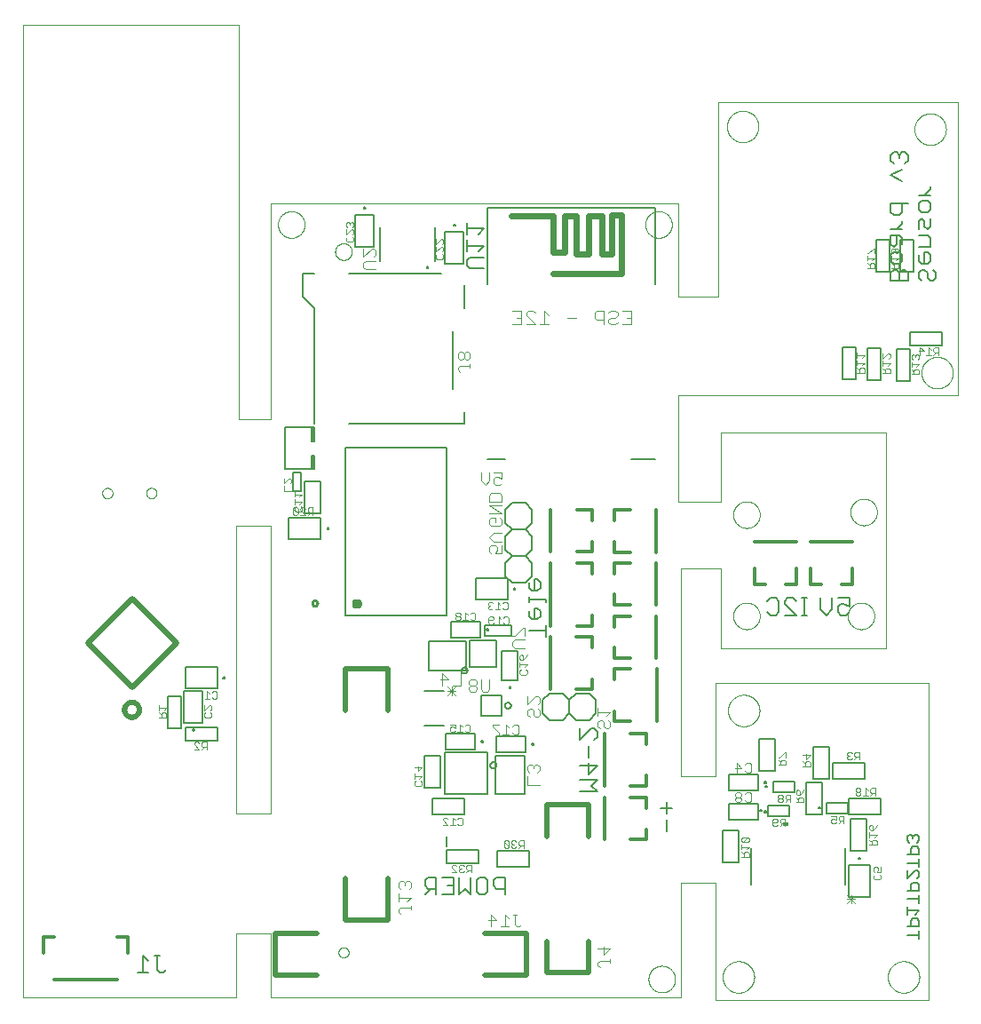
<source format=gbo>
G75*
%MOIN*%
%OFA0B0*%
%FSLAX25Y25*%
%IPPOS*%
%LPD*%
%AMOC8*
5,1,8,0,0,1.08239X$1,22.5*
%
%ADD10C,0.00000*%
%ADD11C,0.00600*%
%ADD12C,0.00400*%
%ADD13C,0.00500*%
%ADD14C,0.00200*%
%ADD15C,0.00100*%
%ADD16C,0.00300*%
%ADD17C,0.01181*%
%ADD18C,0.01575*%
%ADD19C,0.01000*%
%ADD20C,0.00787*%
%ADD21C,0.02400*%
%ADD22C,0.01969*%
D10*
X0001000Y0002150D02*
X0001000Y0367150D01*
X0082000Y0367150D01*
X0082000Y0219150D01*
X0094000Y0219150D01*
X0094000Y0300150D01*
X0247000Y0300150D01*
X0247000Y0265150D01*
X0262000Y0265150D01*
X0262000Y0338150D01*
X0352000Y0338150D01*
X0352000Y0228150D01*
X0247000Y0228150D01*
X0247000Y0188150D01*
X0263000Y0188150D01*
X0263000Y0214150D01*
X0325000Y0214150D01*
X0325000Y0133150D01*
X0263000Y0133150D01*
X0263000Y0163150D01*
X0248000Y0163150D01*
X0248000Y0085150D01*
X0261000Y0085150D01*
X0261000Y0120150D01*
X0341000Y0120150D01*
X0341000Y0001150D01*
X0261000Y0001150D01*
X0261000Y0045150D01*
X0248000Y0045150D01*
X0248000Y0002150D01*
X0094000Y0002150D01*
X0094000Y0026150D01*
X0081000Y0026150D01*
X0081000Y0002150D01*
X0001000Y0002150D01*
X0081000Y0071150D02*
X0081000Y0179150D01*
X0094000Y0179150D01*
X0094000Y0071150D01*
X0081000Y0071150D01*
X0119300Y0018885D02*
X0119302Y0018972D01*
X0119308Y0019059D01*
X0119318Y0019146D01*
X0119332Y0019232D01*
X0119350Y0019317D01*
X0119371Y0019401D01*
X0119397Y0019485D01*
X0119426Y0019567D01*
X0119460Y0019647D01*
X0119496Y0019726D01*
X0119537Y0019803D01*
X0119581Y0019879D01*
X0119628Y0019952D01*
X0119678Y0020023D01*
X0119732Y0020091D01*
X0119789Y0020157D01*
X0119849Y0020221D01*
X0119911Y0020281D01*
X0119977Y0020339D01*
X0120045Y0020393D01*
X0120115Y0020445D01*
X0120188Y0020493D01*
X0120263Y0020538D01*
X0120339Y0020579D01*
X0120418Y0020617D01*
X0120498Y0020651D01*
X0120580Y0020681D01*
X0120663Y0020707D01*
X0120747Y0020730D01*
X0120832Y0020749D01*
X0120918Y0020764D01*
X0121004Y0020775D01*
X0121091Y0020782D01*
X0121178Y0020785D01*
X0121265Y0020784D01*
X0121352Y0020779D01*
X0121439Y0020770D01*
X0121525Y0020757D01*
X0121611Y0020740D01*
X0121695Y0020719D01*
X0121779Y0020695D01*
X0121861Y0020666D01*
X0121942Y0020634D01*
X0122022Y0020598D01*
X0122099Y0020559D01*
X0122175Y0020516D01*
X0122249Y0020469D01*
X0122320Y0020420D01*
X0122389Y0020367D01*
X0122456Y0020310D01*
X0122520Y0020251D01*
X0122581Y0020189D01*
X0122640Y0020125D01*
X0122695Y0020057D01*
X0122747Y0019988D01*
X0122796Y0019916D01*
X0122842Y0019841D01*
X0122884Y0019765D01*
X0122922Y0019687D01*
X0122957Y0019607D01*
X0122989Y0019526D01*
X0123016Y0019443D01*
X0123040Y0019359D01*
X0123060Y0019274D01*
X0123076Y0019189D01*
X0123088Y0019102D01*
X0123096Y0019016D01*
X0123100Y0018929D01*
X0123100Y0018841D01*
X0123096Y0018754D01*
X0123088Y0018668D01*
X0123076Y0018581D01*
X0123060Y0018496D01*
X0123040Y0018411D01*
X0123016Y0018327D01*
X0122989Y0018244D01*
X0122957Y0018163D01*
X0122922Y0018083D01*
X0122884Y0018005D01*
X0122842Y0017929D01*
X0122796Y0017854D01*
X0122747Y0017782D01*
X0122695Y0017713D01*
X0122640Y0017645D01*
X0122581Y0017581D01*
X0122520Y0017519D01*
X0122456Y0017460D01*
X0122389Y0017403D01*
X0122320Y0017350D01*
X0122249Y0017301D01*
X0122175Y0017254D01*
X0122099Y0017211D01*
X0122022Y0017172D01*
X0121942Y0017136D01*
X0121861Y0017104D01*
X0121779Y0017075D01*
X0121695Y0017051D01*
X0121611Y0017030D01*
X0121525Y0017013D01*
X0121439Y0017000D01*
X0121352Y0016991D01*
X0121265Y0016986D01*
X0121178Y0016985D01*
X0121091Y0016988D01*
X0121004Y0016995D01*
X0120918Y0017006D01*
X0120832Y0017021D01*
X0120747Y0017040D01*
X0120663Y0017063D01*
X0120580Y0017089D01*
X0120498Y0017119D01*
X0120418Y0017153D01*
X0120339Y0017191D01*
X0120263Y0017232D01*
X0120188Y0017277D01*
X0120115Y0017325D01*
X0120045Y0017377D01*
X0119977Y0017431D01*
X0119911Y0017489D01*
X0119849Y0017549D01*
X0119789Y0017613D01*
X0119732Y0017679D01*
X0119678Y0017747D01*
X0119628Y0017818D01*
X0119581Y0017891D01*
X0119537Y0017967D01*
X0119496Y0018044D01*
X0119460Y0018123D01*
X0119426Y0018203D01*
X0119397Y0018285D01*
X0119371Y0018369D01*
X0119350Y0018453D01*
X0119332Y0018538D01*
X0119318Y0018624D01*
X0119308Y0018711D01*
X0119302Y0018798D01*
X0119300Y0018885D01*
X0235700Y0008850D02*
X0235702Y0008991D01*
X0235708Y0009132D01*
X0235718Y0009272D01*
X0235732Y0009412D01*
X0235750Y0009552D01*
X0235771Y0009691D01*
X0235797Y0009830D01*
X0235826Y0009968D01*
X0235860Y0010104D01*
X0235897Y0010240D01*
X0235938Y0010375D01*
X0235983Y0010509D01*
X0236032Y0010641D01*
X0236084Y0010772D01*
X0236140Y0010901D01*
X0236200Y0011028D01*
X0236263Y0011154D01*
X0236329Y0011278D01*
X0236400Y0011401D01*
X0236473Y0011521D01*
X0236550Y0011639D01*
X0236630Y0011755D01*
X0236714Y0011868D01*
X0236800Y0011979D01*
X0236890Y0012088D01*
X0236983Y0012194D01*
X0237078Y0012297D01*
X0237177Y0012398D01*
X0237278Y0012496D01*
X0237382Y0012591D01*
X0237489Y0012683D01*
X0237598Y0012772D01*
X0237710Y0012857D01*
X0237824Y0012940D01*
X0237940Y0013020D01*
X0238059Y0013096D01*
X0238180Y0013168D01*
X0238302Y0013238D01*
X0238427Y0013303D01*
X0238553Y0013366D01*
X0238681Y0013424D01*
X0238811Y0013479D01*
X0238942Y0013531D01*
X0239075Y0013578D01*
X0239209Y0013622D01*
X0239344Y0013663D01*
X0239480Y0013699D01*
X0239617Y0013731D01*
X0239755Y0013760D01*
X0239893Y0013785D01*
X0240033Y0013805D01*
X0240173Y0013822D01*
X0240313Y0013835D01*
X0240454Y0013844D01*
X0240594Y0013849D01*
X0240735Y0013850D01*
X0240876Y0013847D01*
X0241017Y0013840D01*
X0241157Y0013829D01*
X0241297Y0013814D01*
X0241437Y0013795D01*
X0241576Y0013773D01*
X0241714Y0013746D01*
X0241852Y0013716D01*
X0241988Y0013681D01*
X0242124Y0013643D01*
X0242258Y0013601D01*
X0242392Y0013555D01*
X0242524Y0013506D01*
X0242654Y0013452D01*
X0242783Y0013395D01*
X0242910Y0013335D01*
X0243036Y0013271D01*
X0243159Y0013203D01*
X0243281Y0013132D01*
X0243401Y0013058D01*
X0243518Y0012980D01*
X0243633Y0012899D01*
X0243746Y0012815D01*
X0243857Y0012728D01*
X0243965Y0012637D01*
X0244070Y0012544D01*
X0244173Y0012447D01*
X0244273Y0012348D01*
X0244370Y0012246D01*
X0244464Y0012141D01*
X0244555Y0012034D01*
X0244643Y0011924D01*
X0244728Y0011812D01*
X0244810Y0011697D01*
X0244889Y0011580D01*
X0244964Y0011461D01*
X0245036Y0011340D01*
X0245104Y0011217D01*
X0245169Y0011092D01*
X0245231Y0010965D01*
X0245288Y0010836D01*
X0245343Y0010706D01*
X0245393Y0010575D01*
X0245440Y0010442D01*
X0245483Y0010308D01*
X0245522Y0010172D01*
X0245557Y0010036D01*
X0245589Y0009899D01*
X0245616Y0009761D01*
X0245640Y0009622D01*
X0245660Y0009482D01*
X0245676Y0009342D01*
X0245688Y0009202D01*
X0245696Y0009061D01*
X0245700Y0008920D01*
X0245700Y0008780D01*
X0245696Y0008639D01*
X0245688Y0008498D01*
X0245676Y0008358D01*
X0245660Y0008218D01*
X0245640Y0008078D01*
X0245616Y0007939D01*
X0245589Y0007801D01*
X0245557Y0007664D01*
X0245522Y0007528D01*
X0245483Y0007392D01*
X0245440Y0007258D01*
X0245393Y0007125D01*
X0245343Y0006994D01*
X0245288Y0006864D01*
X0245231Y0006735D01*
X0245169Y0006608D01*
X0245104Y0006483D01*
X0245036Y0006360D01*
X0244964Y0006239D01*
X0244889Y0006120D01*
X0244810Y0006003D01*
X0244728Y0005888D01*
X0244643Y0005776D01*
X0244555Y0005666D01*
X0244464Y0005559D01*
X0244370Y0005454D01*
X0244273Y0005352D01*
X0244173Y0005253D01*
X0244070Y0005156D01*
X0243965Y0005063D01*
X0243857Y0004972D01*
X0243746Y0004885D01*
X0243633Y0004801D01*
X0243518Y0004720D01*
X0243401Y0004642D01*
X0243281Y0004568D01*
X0243159Y0004497D01*
X0243036Y0004429D01*
X0242910Y0004365D01*
X0242783Y0004305D01*
X0242654Y0004248D01*
X0242524Y0004194D01*
X0242392Y0004145D01*
X0242258Y0004099D01*
X0242124Y0004057D01*
X0241988Y0004019D01*
X0241852Y0003984D01*
X0241714Y0003954D01*
X0241576Y0003927D01*
X0241437Y0003905D01*
X0241297Y0003886D01*
X0241157Y0003871D01*
X0241017Y0003860D01*
X0240876Y0003853D01*
X0240735Y0003850D01*
X0240594Y0003851D01*
X0240454Y0003856D01*
X0240313Y0003865D01*
X0240173Y0003878D01*
X0240033Y0003895D01*
X0239893Y0003915D01*
X0239755Y0003940D01*
X0239617Y0003969D01*
X0239480Y0004001D01*
X0239344Y0004037D01*
X0239209Y0004078D01*
X0239075Y0004122D01*
X0238942Y0004169D01*
X0238811Y0004221D01*
X0238681Y0004276D01*
X0238553Y0004334D01*
X0238427Y0004397D01*
X0238302Y0004462D01*
X0238180Y0004532D01*
X0238059Y0004604D01*
X0237940Y0004680D01*
X0237824Y0004760D01*
X0237710Y0004843D01*
X0237598Y0004928D01*
X0237489Y0005017D01*
X0237382Y0005109D01*
X0237278Y0005204D01*
X0237177Y0005302D01*
X0237078Y0005403D01*
X0236983Y0005506D01*
X0236890Y0005612D01*
X0236800Y0005721D01*
X0236714Y0005832D01*
X0236630Y0005945D01*
X0236550Y0006061D01*
X0236473Y0006179D01*
X0236400Y0006299D01*
X0236329Y0006422D01*
X0236263Y0006546D01*
X0236200Y0006672D01*
X0236140Y0006799D01*
X0236084Y0006928D01*
X0236032Y0007059D01*
X0235983Y0007191D01*
X0235938Y0007325D01*
X0235897Y0007460D01*
X0235860Y0007596D01*
X0235826Y0007732D01*
X0235797Y0007870D01*
X0235771Y0008009D01*
X0235750Y0008148D01*
X0235732Y0008288D01*
X0235718Y0008428D01*
X0235708Y0008568D01*
X0235702Y0008709D01*
X0235700Y0008850D01*
X0263594Y0009650D02*
X0263596Y0009803D01*
X0263602Y0009957D01*
X0263612Y0010110D01*
X0263626Y0010262D01*
X0263644Y0010415D01*
X0263666Y0010566D01*
X0263691Y0010717D01*
X0263721Y0010868D01*
X0263755Y0011018D01*
X0263792Y0011166D01*
X0263833Y0011314D01*
X0263878Y0011460D01*
X0263927Y0011606D01*
X0263980Y0011750D01*
X0264036Y0011892D01*
X0264096Y0012033D01*
X0264160Y0012173D01*
X0264227Y0012311D01*
X0264298Y0012447D01*
X0264373Y0012581D01*
X0264450Y0012713D01*
X0264532Y0012843D01*
X0264616Y0012971D01*
X0264704Y0013097D01*
X0264795Y0013220D01*
X0264889Y0013341D01*
X0264987Y0013459D01*
X0265087Y0013575D01*
X0265191Y0013688D01*
X0265297Y0013799D01*
X0265406Y0013907D01*
X0265518Y0014012D01*
X0265632Y0014113D01*
X0265750Y0014212D01*
X0265869Y0014308D01*
X0265991Y0014401D01*
X0266116Y0014490D01*
X0266243Y0014577D01*
X0266372Y0014659D01*
X0266503Y0014739D01*
X0266636Y0014815D01*
X0266771Y0014888D01*
X0266908Y0014957D01*
X0267047Y0015022D01*
X0267187Y0015084D01*
X0267329Y0015142D01*
X0267472Y0015197D01*
X0267617Y0015248D01*
X0267763Y0015295D01*
X0267910Y0015338D01*
X0268058Y0015377D01*
X0268207Y0015413D01*
X0268357Y0015444D01*
X0268508Y0015472D01*
X0268659Y0015496D01*
X0268812Y0015516D01*
X0268964Y0015532D01*
X0269117Y0015544D01*
X0269270Y0015552D01*
X0269423Y0015556D01*
X0269577Y0015556D01*
X0269730Y0015552D01*
X0269883Y0015544D01*
X0270036Y0015532D01*
X0270188Y0015516D01*
X0270341Y0015496D01*
X0270492Y0015472D01*
X0270643Y0015444D01*
X0270793Y0015413D01*
X0270942Y0015377D01*
X0271090Y0015338D01*
X0271237Y0015295D01*
X0271383Y0015248D01*
X0271528Y0015197D01*
X0271671Y0015142D01*
X0271813Y0015084D01*
X0271953Y0015022D01*
X0272092Y0014957D01*
X0272229Y0014888D01*
X0272364Y0014815D01*
X0272497Y0014739D01*
X0272628Y0014659D01*
X0272757Y0014577D01*
X0272884Y0014490D01*
X0273009Y0014401D01*
X0273131Y0014308D01*
X0273250Y0014212D01*
X0273368Y0014113D01*
X0273482Y0014012D01*
X0273594Y0013907D01*
X0273703Y0013799D01*
X0273809Y0013688D01*
X0273913Y0013575D01*
X0274013Y0013459D01*
X0274111Y0013341D01*
X0274205Y0013220D01*
X0274296Y0013097D01*
X0274384Y0012971D01*
X0274468Y0012843D01*
X0274550Y0012713D01*
X0274627Y0012581D01*
X0274702Y0012447D01*
X0274773Y0012311D01*
X0274840Y0012173D01*
X0274904Y0012033D01*
X0274964Y0011892D01*
X0275020Y0011750D01*
X0275073Y0011606D01*
X0275122Y0011460D01*
X0275167Y0011314D01*
X0275208Y0011166D01*
X0275245Y0011018D01*
X0275279Y0010868D01*
X0275309Y0010717D01*
X0275334Y0010566D01*
X0275356Y0010415D01*
X0275374Y0010262D01*
X0275388Y0010110D01*
X0275398Y0009957D01*
X0275404Y0009803D01*
X0275406Y0009650D01*
X0275404Y0009497D01*
X0275398Y0009343D01*
X0275388Y0009190D01*
X0275374Y0009038D01*
X0275356Y0008885D01*
X0275334Y0008734D01*
X0275309Y0008583D01*
X0275279Y0008432D01*
X0275245Y0008282D01*
X0275208Y0008134D01*
X0275167Y0007986D01*
X0275122Y0007840D01*
X0275073Y0007694D01*
X0275020Y0007550D01*
X0274964Y0007408D01*
X0274904Y0007267D01*
X0274840Y0007127D01*
X0274773Y0006989D01*
X0274702Y0006853D01*
X0274627Y0006719D01*
X0274550Y0006587D01*
X0274468Y0006457D01*
X0274384Y0006329D01*
X0274296Y0006203D01*
X0274205Y0006080D01*
X0274111Y0005959D01*
X0274013Y0005841D01*
X0273913Y0005725D01*
X0273809Y0005612D01*
X0273703Y0005501D01*
X0273594Y0005393D01*
X0273482Y0005288D01*
X0273368Y0005187D01*
X0273250Y0005088D01*
X0273131Y0004992D01*
X0273009Y0004899D01*
X0272884Y0004810D01*
X0272757Y0004723D01*
X0272628Y0004641D01*
X0272497Y0004561D01*
X0272364Y0004485D01*
X0272229Y0004412D01*
X0272092Y0004343D01*
X0271953Y0004278D01*
X0271813Y0004216D01*
X0271671Y0004158D01*
X0271528Y0004103D01*
X0271383Y0004052D01*
X0271237Y0004005D01*
X0271090Y0003962D01*
X0270942Y0003923D01*
X0270793Y0003887D01*
X0270643Y0003856D01*
X0270492Y0003828D01*
X0270341Y0003804D01*
X0270188Y0003784D01*
X0270036Y0003768D01*
X0269883Y0003756D01*
X0269730Y0003748D01*
X0269577Y0003744D01*
X0269423Y0003744D01*
X0269270Y0003748D01*
X0269117Y0003756D01*
X0268964Y0003768D01*
X0268812Y0003784D01*
X0268659Y0003804D01*
X0268508Y0003828D01*
X0268357Y0003856D01*
X0268207Y0003887D01*
X0268058Y0003923D01*
X0267910Y0003962D01*
X0267763Y0004005D01*
X0267617Y0004052D01*
X0267472Y0004103D01*
X0267329Y0004158D01*
X0267187Y0004216D01*
X0267047Y0004278D01*
X0266908Y0004343D01*
X0266771Y0004412D01*
X0266636Y0004485D01*
X0266503Y0004561D01*
X0266372Y0004641D01*
X0266243Y0004723D01*
X0266116Y0004810D01*
X0265991Y0004899D01*
X0265869Y0004992D01*
X0265750Y0005088D01*
X0265632Y0005187D01*
X0265518Y0005288D01*
X0265406Y0005393D01*
X0265297Y0005501D01*
X0265191Y0005612D01*
X0265087Y0005725D01*
X0264987Y0005841D01*
X0264889Y0005959D01*
X0264795Y0006080D01*
X0264704Y0006203D01*
X0264616Y0006329D01*
X0264532Y0006457D01*
X0264450Y0006587D01*
X0264373Y0006719D01*
X0264298Y0006853D01*
X0264227Y0006989D01*
X0264160Y0007127D01*
X0264096Y0007267D01*
X0264036Y0007408D01*
X0263980Y0007550D01*
X0263927Y0007694D01*
X0263878Y0007840D01*
X0263833Y0007986D01*
X0263792Y0008134D01*
X0263755Y0008282D01*
X0263721Y0008432D01*
X0263691Y0008583D01*
X0263666Y0008734D01*
X0263644Y0008885D01*
X0263626Y0009038D01*
X0263612Y0009190D01*
X0263602Y0009343D01*
X0263596Y0009497D01*
X0263594Y0009650D01*
X0325594Y0009650D02*
X0325596Y0009803D01*
X0325602Y0009957D01*
X0325612Y0010110D01*
X0325626Y0010262D01*
X0325644Y0010415D01*
X0325666Y0010566D01*
X0325691Y0010717D01*
X0325721Y0010868D01*
X0325755Y0011018D01*
X0325792Y0011166D01*
X0325833Y0011314D01*
X0325878Y0011460D01*
X0325927Y0011606D01*
X0325980Y0011750D01*
X0326036Y0011892D01*
X0326096Y0012033D01*
X0326160Y0012173D01*
X0326227Y0012311D01*
X0326298Y0012447D01*
X0326373Y0012581D01*
X0326450Y0012713D01*
X0326532Y0012843D01*
X0326616Y0012971D01*
X0326704Y0013097D01*
X0326795Y0013220D01*
X0326889Y0013341D01*
X0326987Y0013459D01*
X0327087Y0013575D01*
X0327191Y0013688D01*
X0327297Y0013799D01*
X0327406Y0013907D01*
X0327518Y0014012D01*
X0327632Y0014113D01*
X0327750Y0014212D01*
X0327869Y0014308D01*
X0327991Y0014401D01*
X0328116Y0014490D01*
X0328243Y0014577D01*
X0328372Y0014659D01*
X0328503Y0014739D01*
X0328636Y0014815D01*
X0328771Y0014888D01*
X0328908Y0014957D01*
X0329047Y0015022D01*
X0329187Y0015084D01*
X0329329Y0015142D01*
X0329472Y0015197D01*
X0329617Y0015248D01*
X0329763Y0015295D01*
X0329910Y0015338D01*
X0330058Y0015377D01*
X0330207Y0015413D01*
X0330357Y0015444D01*
X0330508Y0015472D01*
X0330659Y0015496D01*
X0330812Y0015516D01*
X0330964Y0015532D01*
X0331117Y0015544D01*
X0331270Y0015552D01*
X0331423Y0015556D01*
X0331577Y0015556D01*
X0331730Y0015552D01*
X0331883Y0015544D01*
X0332036Y0015532D01*
X0332188Y0015516D01*
X0332341Y0015496D01*
X0332492Y0015472D01*
X0332643Y0015444D01*
X0332793Y0015413D01*
X0332942Y0015377D01*
X0333090Y0015338D01*
X0333237Y0015295D01*
X0333383Y0015248D01*
X0333528Y0015197D01*
X0333671Y0015142D01*
X0333813Y0015084D01*
X0333953Y0015022D01*
X0334092Y0014957D01*
X0334229Y0014888D01*
X0334364Y0014815D01*
X0334497Y0014739D01*
X0334628Y0014659D01*
X0334757Y0014577D01*
X0334884Y0014490D01*
X0335009Y0014401D01*
X0335131Y0014308D01*
X0335250Y0014212D01*
X0335368Y0014113D01*
X0335482Y0014012D01*
X0335594Y0013907D01*
X0335703Y0013799D01*
X0335809Y0013688D01*
X0335913Y0013575D01*
X0336013Y0013459D01*
X0336111Y0013341D01*
X0336205Y0013220D01*
X0336296Y0013097D01*
X0336384Y0012971D01*
X0336468Y0012843D01*
X0336550Y0012713D01*
X0336627Y0012581D01*
X0336702Y0012447D01*
X0336773Y0012311D01*
X0336840Y0012173D01*
X0336904Y0012033D01*
X0336964Y0011892D01*
X0337020Y0011750D01*
X0337073Y0011606D01*
X0337122Y0011460D01*
X0337167Y0011314D01*
X0337208Y0011166D01*
X0337245Y0011018D01*
X0337279Y0010868D01*
X0337309Y0010717D01*
X0337334Y0010566D01*
X0337356Y0010415D01*
X0337374Y0010262D01*
X0337388Y0010110D01*
X0337398Y0009957D01*
X0337404Y0009803D01*
X0337406Y0009650D01*
X0337404Y0009497D01*
X0337398Y0009343D01*
X0337388Y0009190D01*
X0337374Y0009038D01*
X0337356Y0008885D01*
X0337334Y0008734D01*
X0337309Y0008583D01*
X0337279Y0008432D01*
X0337245Y0008282D01*
X0337208Y0008134D01*
X0337167Y0007986D01*
X0337122Y0007840D01*
X0337073Y0007694D01*
X0337020Y0007550D01*
X0336964Y0007408D01*
X0336904Y0007267D01*
X0336840Y0007127D01*
X0336773Y0006989D01*
X0336702Y0006853D01*
X0336627Y0006719D01*
X0336550Y0006587D01*
X0336468Y0006457D01*
X0336384Y0006329D01*
X0336296Y0006203D01*
X0336205Y0006080D01*
X0336111Y0005959D01*
X0336013Y0005841D01*
X0335913Y0005725D01*
X0335809Y0005612D01*
X0335703Y0005501D01*
X0335594Y0005393D01*
X0335482Y0005288D01*
X0335368Y0005187D01*
X0335250Y0005088D01*
X0335131Y0004992D01*
X0335009Y0004899D01*
X0334884Y0004810D01*
X0334757Y0004723D01*
X0334628Y0004641D01*
X0334497Y0004561D01*
X0334364Y0004485D01*
X0334229Y0004412D01*
X0334092Y0004343D01*
X0333953Y0004278D01*
X0333813Y0004216D01*
X0333671Y0004158D01*
X0333528Y0004103D01*
X0333383Y0004052D01*
X0333237Y0004005D01*
X0333090Y0003962D01*
X0332942Y0003923D01*
X0332793Y0003887D01*
X0332643Y0003856D01*
X0332492Y0003828D01*
X0332341Y0003804D01*
X0332188Y0003784D01*
X0332036Y0003768D01*
X0331883Y0003756D01*
X0331730Y0003748D01*
X0331577Y0003744D01*
X0331423Y0003744D01*
X0331270Y0003748D01*
X0331117Y0003756D01*
X0330964Y0003768D01*
X0330812Y0003784D01*
X0330659Y0003804D01*
X0330508Y0003828D01*
X0330357Y0003856D01*
X0330207Y0003887D01*
X0330058Y0003923D01*
X0329910Y0003962D01*
X0329763Y0004005D01*
X0329617Y0004052D01*
X0329472Y0004103D01*
X0329329Y0004158D01*
X0329187Y0004216D01*
X0329047Y0004278D01*
X0328908Y0004343D01*
X0328771Y0004412D01*
X0328636Y0004485D01*
X0328503Y0004561D01*
X0328372Y0004641D01*
X0328243Y0004723D01*
X0328116Y0004810D01*
X0327991Y0004899D01*
X0327869Y0004992D01*
X0327750Y0005088D01*
X0327632Y0005187D01*
X0327518Y0005288D01*
X0327406Y0005393D01*
X0327297Y0005501D01*
X0327191Y0005612D01*
X0327087Y0005725D01*
X0326987Y0005841D01*
X0326889Y0005959D01*
X0326795Y0006080D01*
X0326704Y0006203D01*
X0326616Y0006329D01*
X0326532Y0006457D01*
X0326450Y0006587D01*
X0326373Y0006719D01*
X0326298Y0006853D01*
X0326227Y0006989D01*
X0326160Y0007127D01*
X0326096Y0007267D01*
X0326036Y0007408D01*
X0325980Y0007550D01*
X0325927Y0007694D01*
X0325878Y0007840D01*
X0325833Y0007986D01*
X0325792Y0008134D01*
X0325755Y0008282D01*
X0325721Y0008432D01*
X0325691Y0008583D01*
X0325666Y0008734D01*
X0325644Y0008885D01*
X0325626Y0009038D01*
X0325612Y0009190D01*
X0325602Y0009343D01*
X0325596Y0009497D01*
X0325594Y0009650D01*
X0265594Y0109650D02*
X0265596Y0109803D01*
X0265602Y0109957D01*
X0265612Y0110110D01*
X0265626Y0110262D01*
X0265644Y0110415D01*
X0265666Y0110566D01*
X0265691Y0110717D01*
X0265721Y0110868D01*
X0265755Y0111018D01*
X0265792Y0111166D01*
X0265833Y0111314D01*
X0265878Y0111460D01*
X0265927Y0111606D01*
X0265980Y0111750D01*
X0266036Y0111892D01*
X0266096Y0112033D01*
X0266160Y0112173D01*
X0266227Y0112311D01*
X0266298Y0112447D01*
X0266373Y0112581D01*
X0266450Y0112713D01*
X0266532Y0112843D01*
X0266616Y0112971D01*
X0266704Y0113097D01*
X0266795Y0113220D01*
X0266889Y0113341D01*
X0266987Y0113459D01*
X0267087Y0113575D01*
X0267191Y0113688D01*
X0267297Y0113799D01*
X0267406Y0113907D01*
X0267518Y0114012D01*
X0267632Y0114113D01*
X0267750Y0114212D01*
X0267869Y0114308D01*
X0267991Y0114401D01*
X0268116Y0114490D01*
X0268243Y0114577D01*
X0268372Y0114659D01*
X0268503Y0114739D01*
X0268636Y0114815D01*
X0268771Y0114888D01*
X0268908Y0114957D01*
X0269047Y0115022D01*
X0269187Y0115084D01*
X0269329Y0115142D01*
X0269472Y0115197D01*
X0269617Y0115248D01*
X0269763Y0115295D01*
X0269910Y0115338D01*
X0270058Y0115377D01*
X0270207Y0115413D01*
X0270357Y0115444D01*
X0270508Y0115472D01*
X0270659Y0115496D01*
X0270812Y0115516D01*
X0270964Y0115532D01*
X0271117Y0115544D01*
X0271270Y0115552D01*
X0271423Y0115556D01*
X0271577Y0115556D01*
X0271730Y0115552D01*
X0271883Y0115544D01*
X0272036Y0115532D01*
X0272188Y0115516D01*
X0272341Y0115496D01*
X0272492Y0115472D01*
X0272643Y0115444D01*
X0272793Y0115413D01*
X0272942Y0115377D01*
X0273090Y0115338D01*
X0273237Y0115295D01*
X0273383Y0115248D01*
X0273528Y0115197D01*
X0273671Y0115142D01*
X0273813Y0115084D01*
X0273953Y0115022D01*
X0274092Y0114957D01*
X0274229Y0114888D01*
X0274364Y0114815D01*
X0274497Y0114739D01*
X0274628Y0114659D01*
X0274757Y0114577D01*
X0274884Y0114490D01*
X0275009Y0114401D01*
X0275131Y0114308D01*
X0275250Y0114212D01*
X0275368Y0114113D01*
X0275482Y0114012D01*
X0275594Y0113907D01*
X0275703Y0113799D01*
X0275809Y0113688D01*
X0275913Y0113575D01*
X0276013Y0113459D01*
X0276111Y0113341D01*
X0276205Y0113220D01*
X0276296Y0113097D01*
X0276384Y0112971D01*
X0276468Y0112843D01*
X0276550Y0112713D01*
X0276627Y0112581D01*
X0276702Y0112447D01*
X0276773Y0112311D01*
X0276840Y0112173D01*
X0276904Y0112033D01*
X0276964Y0111892D01*
X0277020Y0111750D01*
X0277073Y0111606D01*
X0277122Y0111460D01*
X0277167Y0111314D01*
X0277208Y0111166D01*
X0277245Y0111018D01*
X0277279Y0110868D01*
X0277309Y0110717D01*
X0277334Y0110566D01*
X0277356Y0110415D01*
X0277374Y0110262D01*
X0277388Y0110110D01*
X0277398Y0109957D01*
X0277404Y0109803D01*
X0277406Y0109650D01*
X0277404Y0109497D01*
X0277398Y0109343D01*
X0277388Y0109190D01*
X0277374Y0109038D01*
X0277356Y0108885D01*
X0277334Y0108734D01*
X0277309Y0108583D01*
X0277279Y0108432D01*
X0277245Y0108282D01*
X0277208Y0108134D01*
X0277167Y0107986D01*
X0277122Y0107840D01*
X0277073Y0107694D01*
X0277020Y0107550D01*
X0276964Y0107408D01*
X0276904Y0107267D01*
X0276840Y0107127D01*
X0276773Y0106989D01*
X0276702Y0106853D01*
X0276627Y0106719D01*
X0276550Y0106587D01*
X0276468Y0106457D01*
X0276384Y0106329D01*
X0276296Y0106203D01*
X0276205Y0106080D01*
X0276111Y0105959D01*
X0276013Y0105841D01*
X0275913Y0105725D01*
X0275809Y0105612D01*
X0275703Y0105501D01*
X0275594Y0105393D01*
X0275482Y0105288D01*
X0275368Y0105187D01*
X0275250Y0105088D01*
X0275131Y0104992D01*
X0275009Y0104899D01*
X0274884Y0104810D01*
X0274757Y0104723D01*
X0274628Y0104641D01*
X0274497Y0104561D01*
X0274364Y0104485D01*
X0274229Y0104412D01*
X0274092Y0104343D01*
X0273953Y0104278D01*
X0273813Y0104216D01*
X0273671Y0104158D01*
X0273528Y0104103D01*
X0273383Y0104052D01*
X0273237Y0104005D01*
X0273090Y0103962D01*
X0272942Y0103923D01*
X0272793Y0103887D01*
X0272643Y0103856D01*
X0272492Y0103828D01*
X0272341Y0103804D01*
X0272188Y0103784D01*
X0272036Y0103768D01*
X0271883Y0103756D01*
X0271730Y0103748D01*
X0271577Y0103744D01*
X0271423Y0103744D01*
X0271270Y0103748D01*
X0271117Y0103756D01*
X0270964Y0103768D01*
X0270812Y0103784D01*
X0270659Y0103804D01*
X0270508Y0103828D01*
X0270357Y0103856D01*
X0270207Y0103887D01*
X0270058Y0103923D01*
X0269910Y0103962D01*
X0269763Y0104005D01*
X0269617Y0104052D01*
X0269472Y0104103D01*
X0269329Y0104158D01*
X0269187Y0104216D01*
X0269047Y0104278D01*
X0268908Y0104343D01*
X0268771Y0104412D01*
X0268636Y0104485D01*
X0268503Y0104561D01*
X0268372Y0104641D01*
X0268243Y0104723D01*
X0268116Y0104810D01*
X0267991Y0104899D01*
X0267869Y0104992D01*
X0267750Y0105088D01*
X0267632Y0105187D01*
X0267518Y0105288D01*
X0267406Y0105393D01*
X0267297Y0105501D01*
X0267191Y0105612D01*
X0267087Y0105725D01*
X0266987Y0105841D01*
X0266889Y0105959D01*
X0266795Y0106080D01*
X0266704Y0106203D01*
X0266616Y0106329D01*
X0266532Y0106457D01*
X0266450Y0106587D01*
X0266373Y0106719D01*
X0266298Y0106853D01*
X0266227Y0106989D01*
X0266160Y0107127D01*
X0266096Y0107267D01*
X0266036Y0107408D01*
X0265980Y0107550D01*
X0265927Y0107694D01*
X0265878Y0107840D01*
X0265833Y0107986D01*
X0265792Y0108134D01*
X0265755Y0108282D01*
X0265721Y0108432D01*
X0265691Y0108583D01*
X0265666Y0108734D01*
X0265644Y0108885D01*
X0265626Y0109038D01*
X0265612Y0109190D01*
X0265602Y0109343D01*
X0265596Y0109497D01*
X0265594Y0109650D01*
X0267500Y0145150D02*
X0267502Y0145291D01*
X0267508Y0145432D01*
X0267518Y0145572D01*
X0267532Y0145712D01*
X0267550Y0145852D01*
X0267571Y0145991D01*
X0267597Y0146130D01*
X0267626Y0146268D01*
X0267660Y0146404D01*
X0267697Y0146540D01*
X0267738Y0146675D01*
X0267783Y0146809D01*
X0267832Y0146941D01*
X0267884Y0147072D01*
X0267940Y0147201D01*
X0268000Y0147328D01*
X0268063Y0147454D01*
X0268129Y0147578D01*
X0268200Y0147701D01*
X0268273Y0147821D01*
X0268350Y0147939D01*
X0268430Y0148055D01*
X0268514Y0148168D01*
X0268600Y0148279D01*
X0268690Y0148388D01*
X0268783Y0148494D01*
X0268878Y0148597D01*
X0268977Y0148698D01*
X0269078Y0148796D01*
X0269182Y0148891D01*
X0269289Y0148983D01*
X0269398Y0149072D01*
X0269510Y0149157D01*
X0269624Y0149240D01*
X0269740Y0149320D01*
X0269859Y0149396D01*
X0269980Y0149468D01*
X0270102Y0149538D01*
X0270227Y0149603D01*
X0270353Y0149666D01*
X0270481Y0149724D01*
X0270611Y0149779D01*
X0270742Y0149831D01*
X0270875Y0149878D01*
X0271009Y0149922D01*
X0271144Y0149963D01*
X0271280Y0149999D01*
X0271417Y0150031D01*
X0271555Y0150060D01*
X0271693Y0150085D01*
X0271833Y0150105D01*
X0271973Y0150122D01*
X0272113Y0150135D01*
X0272254Y0150144D01*
X0272394Y0150149D01*
X0272535Y0150150D01*
X0272676Y0150147D01*
X0272817Y0150140D01*
X0272957Y0150129D01*
X0273097Y0150114D01*
X0273237Y0150095D01*
X0273376Y0150073D01*
X0273514Y0150046D01*
X0273652Y0150016D01*
X0273788Y0149981D01*
X0273924Y0149943D01*
X0274058Y0149901D01*
X0274192Y0149855D01*
X0274324Y0149806D01*
X0274454Y0149752D01*
X0274583Y0149695D01*
X0274710Y0149635D01*
X0274836Y0149571D01*
X0274959Y0149503D01*
X0275081Y0149432D01*
X0275201Y0149358D01*
X0275318Y0149280D01*
X0275433Y0149199D01*
X0275546Y0149115D01*
X0275657Y0149028D01*
X0275765Y0148937D01*
X0275870Y0148844D01*
X0275973Y0148747D01*
X0276073Y0148648D01*
X0276170Y0148546D01*
X0276264Y0148441D01*
X0276355Y0148334D01*
X0276443Y0148224D01*
X0276528Y0148112D01*
X0276610Y0147997D01*
X0276689Y0147880D01*
X0276764Y0147761D01*
X0276836Y0147640D01*
X0276904Y0147517D01*
X0276969Y0147392D01*
X0277031Y0147265D01*
X0277088Y0147136D01*
X0277143Y0147006D01*
X0277193Y0146875D01*
X0277240Y0146742D01*
X0277283Y0146608D01*
X0277322Y0146472D01*
X0277357Y0146336D01*
X0277389Y0146199D01*
X0277416Y0146061D01*
X0277440Y0145922D01*
X0277460Y0145782D01*
X0277476Y0145642D01*
X0277488Y0145502D01*
X0277496Y0145361D01*
X0277500Y0145220D01*
X0277500Y0145080D01*
X0277496Y0144939D01*
X0277488Y0144798D01*
X0277476Y0144658D01*
X0277460Y0144518D01*
X0277440Y0144378D01*
X0277416Y0144239D01*
X0277389Y0144101D01*
X0277357Y0143964D01*
X0277322Y0143828D01*
X0277283Y0143692D01*
X0277240Y0143558D01*
X0277193Y0143425D01*
X0277143Y0143294D01*
X0277088Y0143164D01*
X0277031Y0143035D01*
X0276969Y0142908D01*
X0276904Y0142783D01*
X0276836Y0142660D01*
X0276764Y0142539D01*
X0276689Y0142420D01*
X0276610Y0142303D01*
X0276528Y0142188D01*
X0276443Y0142076D01*
X0276355Y0141966D01*
X0276264Y0141859D01*
X0276170Y0141754D01*
X0276073Y0141652D01*
X0275973Y0141553D01*
X0275870Y0141456D01*
X0275765Y0141363D01*
X0275657Y0141272D01*
X0275546Y0141185D01*
X0275433Y0141101D01*
X0275318Y0141020D01*
X0275201Y0140942D01*
X0275081Y0140868D01*
X0274959Y0140797D01*
X0274836Y0140729D01*
X0274710Y0140665D01*
X0274583Y0140605D01*
X0274454Y0140548D01*
X0274324Y0140494D01*
X0274192Y0140445D01*
X0274058Y0140399D01*
X0273924Y0140357D01*
X0273788Y0140319D01*
X0273652Y0140284D01*
X0273514Y0140254D01*
X0273376Y0140227D01*
X0273237Y0140205D01*
X0273097Y0140186D01*
X0272957Y0140171D01*
X0272817Y0140160D01*
X0272676Y0140153D01*
X0272535Y0140150D01*
X0272394Y0140151D01*
X0272254Y0140156D01*
X0272113Y0140165D01*
X0271973Y0140178D01*
X0271833Y0140195D01*
X0271693Y0140215D01*
X0271555Y0140240D01*
X0271417Y0140269D01*
X0271280Y0140301D01*
X0271144Y0140337D01*
X0271009Y0140378D01*
X0270875Y0140422D01*
X0270742Y0140469D01*
X0270611Y0140521D01*
X0270481Y0140576D01*
X0270353Y0140634D01*
X0270227Y0140697D01*
X0270102Y0140762D01*
X0269980Y0140832D01*
X0269859Y0140904D01*
X0269740Y0140980D01*
X0269624Y0141060D01*
X0269510Y0141143D01*
X0269398Y0141228D01*
X0269289Y0141317D01*
X0269182Y0141409D01*
X0269078Y0141504D01*
X0268977Y0141602D01*
X0268878Y0141703D01*
X0268783Y0141806D01*
X0268690Y0141912D01*
X0268600Y0142021D01*
X0268514Y0142132D01*
X0268430Y0142245D01*
X0268350Y0142361D01*
X0268273Y0142479D01*
X0268200Y0142599D01*
X0268129Y0142722D01*
X0268063Y0142846D01*
X0268000Y0142972D01*
X0267940Y0143099D01*
X0267884Y0143228D01*
X0267832Y0143359D01*
X0267783Y0143491D01*
X0267738Y0143625D01*
X0267697Y0143760D01*
X0267660Y0143896D01*
X0267626Y0144032D01*
X0267597Y0144170D01*
X0267571Y0144309D01*
X0267550Y0144448D01*
X0267532Y0144588D01*
X0267518Y0144728D01*
X0267508Y0144868D01*
X0267502Y0145009D01*
X0267500Y0145150D01*
X0267500Y0183150D02*
X0267502Y0183291D01*
X0267508Y0183432D01*
X0267518Y0183572D01*
X0267532Y0183712D01*
X0267550Y0183852D01*
X0267571Y0183991D01*
X0267597Y0184130D01*
X0267626Y0184268D01*
X0267660Y0184404D01*
X0267697Y0184540D01*
X0267738Y0184675D01*
X0267783Y0184809D01*
X0267832Y0184941D01*
X0267884Y0185072D01*
X0267940Y0185201D01*
X0268000Y0185328D01*
X0268063Y0185454D01*
X0268129Y0185578D01*
X0268200Y0185701D01*
X0268273Y0185821D01*
X0268350Y0185939D01*
X0268430Y0186055D01*
X0268514Y0186168D01*
X0268600Y0186279D01*
X0268690Y0186388D01*
X0268783Y0186494D01*
X0268878Y0186597D01*
X0268977Y0186698D01*
X0269078Y0186796D01*
X0269182Y0186891D01*
X0269289Y0186983D01*
X0269398Y0187072D01*
X0269510Y0187157D01*
X0269624Y0187240D01*
X0269740Y0187320D01*
X0269859Y0187396D01*
X0269980Y0187468D01*
X0270102Y0187538D01*
X0270227Y0187603D01*
X0270353Y0187666D01*
X0270481Y0187724D01*
X0270611Y0187779D01*
X0270742Y0187831D01*
X0270875Y0187878D01*
X0271009Y0187922D01*
X0271144Y0187963D01*
X0271280Y0187999D01*
X0271417Y0188031D01*
X0271555Y0188060D01*
X0271693Y0188085D01*
X0271833Y0188105D01*
X0271973Y0188122D01*
X0272113Y0188135D01*
X0272254Y0188144D01*
X0272394Y0188149D01*
X0272535Y0188150D01*
X0272676Y0188147D01*
X0272817Y0188140D01*
X0272957Y0188129D01*
X0273097Y0188114D01*
X0273237Y0188095D01*
X0273376Y0188073D01*
X0273514Y0188046D01*
X0273652Y0188016D01*
X0273788Y0187981D01*
X0273924Y0187943D01*
X0274058Y0187901D01*
X0274192Y0187855D01*
X0274324Y0187806D01*
X0274454Y0187752D01*
X0274583Y0187695D01*
X0274710Y0187635D01*
X0274836Y0187571D01*
X0274959Y0187503D01*
X0275081Y0187432D01*
X0275201Y0187358D01*
X0275318Y0187280D01*
X0275433Y0187199D01*
X0275546Y0187115D01*
X0275657Y0187028D01*
X0275765Y0186937D01*
X0275870Y0186844D01*
X0275973Y0186747D01*
X0276073Y0186648D01*
X0276170Y0186546D01*
X0276264Y0186441D01*
X0276355Y0186334D01*
X0276443Y0186224D01*
X0276528Y0186112D01*
X0276610Y0185997D01*
X0276689Y0185880D01*
X0276764Y0185761D01*
X0276836Y0185640D01*
X0276904Y0185517D01*
X0276969Y0185392D01*
X0277031Y0185265D01*
X0277088Y0185136D01*
X0277143Y0185006D01*
X0277193Y0184875D01*
X0277240Y0184742D01*
X0277283Y0184608D01*
X0277322Y0184472D01*
X0277357Y0184336D01*
X0277389Y0184199D01*
X0277416Y0184061D01*
X0277440Y0183922D01*
X0277460Y0183782D01*
X0277476Y0183642D01*
X0277488Y0183502D01*
X0277496Y0183361D01*
X0277500Y0183220D01*
X0277500Y0183080D01*
X0277496Y0182939D01*
X0277488Y0182798D01*
X0277476Y0182658D01*
X0277460Y0182518D01*
X0277440Y0182378D01*
X0277416Y0182239D01*
X0277389Y0182101D01*
X0277357Y0181964D01*
X0277322Y0181828D01*
X0277283Y0181692D01*
X0277240Y0181558D01*
X0277193Y0181425D01*
X0277143Y0181294D01*
X0277088Y0181164D01*
X0277031Y0181035D01*
X0276969Y0180908D01*
X0276904Y0180783D01*
X0276836Y0180660D01*
X0276764Y0180539D01*
X0276689Y0180420D01*
X0276610Y0180303D01*
X0276528Y0180188D01*
X0276443Y0180076D01*
X0276355Y0179966D01*
X0276264Y0179859D01*
X0276170Y0179754D01*
X0276073Y0179652D01*
X0275973Y0179553D01*
X0275870Y0179456D01*
X0275765Y0179363D01*
X0275657Y0179272D01*
X0275546Y0179185D01*
X0275433Y0179101D01*
X0275318Y0179020D01*
X0275201Y0178942D01*
X0275081Y0178868D01*
X0274959Y0178797D01*
X0274836Y0178729D01*
X0274710Y0178665D01*
X0274583Y0178605D01*
X0274454Y0178548D01*
X0274324Y0178494D01*
X0274192Y0178445D01*
X0274058Y0178399D01*
X0273924Y0178357D01*
X0273788Y0178319D01*
X0273652Y0178284D01*
X0273514Y0178254D01*
X0273376Y0178227D01*
X0273237Y0178205D01*
X0273097Y0178186D01*
X0272957Y0178171D01*
X0272817Y0178160D01*
X0272676Y0178153D01*
X0272535Y0178150D01*
X0272394Y0178151D01*
X0272254Y0178156D01*
X0272113Y0178165D01*
X0271973Y0178178D01*
X0271833Y0178195D01*
X0271693Y0178215D01*
X0271555Y0178240D01*
X0271417Y0178269D01*
X0271280Y0178301D01*
X0271144Y0178337D01*
X0271009Y0178378D01*
X0270875Y0178422D01*
X0270742Y0178469D01*
X0270611Y0178521D01*
X0270481Y0178576D01*
X0270353Y0178634D01*
X0270227Y0178697D01*
X0270102Y0178762D01*
X0269980Y0178832D01*
X0269859Y0178904D01*
X0269740Y0178980D01*
X0269624Y0179060D01*
X0269510Y0179143D01*
X0269398Y0179228D01*
X0269289Y0179317D01*
X0269182Y0179409D01*
X0269078Y0179504D01*
X0268977Y0179602D01*
X0268878Y0179703D01*
X0268783Y0179806D01*
X0268690Y0179912D01*
X0268600Y0180021D01*
X0268514Y0180132D01*
X0268430Y0180245D01*
X0268350Y0180361D01*
X0268273Y0180479D01*
X0268200Y0180599D01*
X0268129Y0180722D01*
X0268063Y0180846D01*
X0268000Y0180972D01*
X0267940Y0181099D01*
X0267884Y0181228D01*
X0267832Y0181359D01*
X0267783Y0181491D01*
X0267738Y0181625D01*
X0267697Y0181760D01*
X0267660Y0181896D01*
X0267626Y0182032D01*
X0267597Y0182170D01*
X0267571Y0182309D01*
X0267550Y0182448D01*
X0267532Y0182588D01*
X0267518Y0182728D01*
X0267508Y0182868D01*
X0267502Y0183009D01*
X0267500Y0183150D01*
X0311500Y0184150D02*
X0311502Y0184291D01*
X0311508Y0184432D01*
X0311518Y0184572D01*
X0311532Y0184712D01*
X0311550Y0184852D01*
X0311571Y0184991D01*
X0311597Y0185130D01*
X0311626Y0185268D01*
X0311660Y0185404D01*
X0311697Y0185540D01*
X0311738Y0185675D01*
X0311783Y0185809D01*
X0311832Y0185941D01*
X0311884Y0186072D01*
X0311940Y0186201D01*
X0312000Y0186328D01*
X0312063Y0186454D01*
X0312129Y0186578D01*
X0312200Y0186701D01*
X0312273Y0186821D01*
X0312350Y0186939D01*
X0312430Y0187055D01*
X0312514Y0187168D01*
X0312600Y0187279D01*
X0312690Y0187388D01*
X0312783Y0187494D01*
X0312878Y0187597D01*
X0312977Y0187698D01*
X0313078Y0187796D01*
X0313182Y0187891D01*
X0313289Y0187983D01*
X0313398Y0188072D01*
X0313510Y0188157D01*
X0313624Y0188240D01*
X0313740Y0188320D01*
X0313859Y0188396D01*
X0313980Y0188468D01*
X0314102Y0188538D01*
X0314227Y0188603D01*
X0314353Y0188666D01*
X0314481Y0188724D01*
X0314611Y0188779D01*
X0314742Y0188831D01*
X0314875Y0188878D01*
X0315009Y0188922D01*
X0315144Y0188963D01*
X0315280Y0188999D01*
X0315417Y0189031D01*
X0315555Y0189060D01*
X0315693Y0189085D01*
X0315833Y0189105D01*
X0315973Y0189122D01*
X0316113Y0189135D01*
X0316254Y0189144D01*
X0316394Y0189149D01*
X0316535Y0189150D01*
X0316676Y0189147D01*
X0316817Y0189140D01*
X0316957Y0189129D01*
X0317097Y0189114D01*
X0317237Y0189095D01*
X0317376Y0189073D01*
X0317514Y0189046D01*
X0317652Y0189016D01*
X0317788Y0188981D01*
X0317924Y0188943D01*
X0318058Y0188901D01*
X0318192Y0188855D01*
X0318324Y0188806D01*
X0318454Y0188752D01*
X0318583Y0188695D01*
X0318710Y0188635D01*
X0318836Y0188571D01*
X0318959Y0188503D01*
X0319081Y0188432D01*
X0319201Y0188358D01*
X0319318Y0188280D01*
X0319433Y0188199D01*
X0319546Y0188115D01*
X0319657Y0188028D01*
X0319765Y0187937D01*
X0319870Y0187844D01*
X0319973Y0187747D01*
X0320073Y0187648D01*
X0320170Y0187546D01*
X0320264Y0187441D01*
X0320355Y0187334D01*
X0320443Y0187224D01*
X0320528Y0187112D01*
X0320610Y0186997D01*
X0320689Y0186880D01*
X0320764Y0186761D01*
X0320836Y0186640D01*
X0320904Y0186517D01*
X0320969Y0186392D01*
X0321031Y0186265D01*
X0321088Y0186136D01*
X0321143Y0186006D01*
X0321193Y0185875D01*
X0321240Y0185742D01*
X0321283Y0185608D01*
X0321322Y0185472D01*
X0321357Y0185336D01*
X0321389Y0185199D01*
X0321416Y0185061D01*
X0321440Y0184922D01*
X0321460Y0184782D01*
X0321476Y0184642D01*
X0321488Y0184502D01*
X0321496Y0184361D01*
X0321500Y0184220D01*
X0321500Y0184080D01*
X0321496Y0183939D01*
X0321488Y0183798D01*
X0321476Y0183658D01*
X0321460Y0183518D01*
X0321440Y0183378D01*
X0321416Y0183239D01*
X0321389Y0183101D01*
X0321357Y0182964D01*
X0321322Y0182828D01*
X0321283Y0182692D01*
X0321240Y0182558D01*
X0321193Y0182425D01*
X0321143Y0182294D01*
X0321088Y0182164D01*
X0321031Y0182035D01*
X0320969Y0181908D01*
X0320904Y0181783D01*
X0320836Y0181660D01*
X0320764Y0181539D01*
X0320689Y0181420D01*
X0320610Y0181303D01*
X0320528Y0181188D01*
X0320443Y0181076D01*
X0320355Y0180966D01*
X0320264Y0180859D01*
X0320170Y0180754D01*
X0320073Y0180652D01*
X0319973Y0180553D01*
X0319870Y0180456D01*
X0319765Y0180363D01*
X0319657Y0180272D01*
X0319546Y0180185D01*
X0319433Y0180101D01*
X0319318Y0180020D01*
X0319201Y0179942D01*
X0319081Y0179868D01*
X0318959Y0179797D01*
X0318836Y0179729D01*
X0318710Y0179665D01*
X0318583Y0179605D01*
X0318454Y0179548D01*
X0318324Y0179494D01*
X0318192Y0179445D01*
X0318058Y0179399D01*
X0317924Y0179357D01*
X0317788Y0179319D01*
X0317652Y0179284D01*
X0317514Y0179254D01*
X0317376Y0179227D01*
X0317237Y0179205D01*
X0317097Y0179186D01*
X0316957Y0179171D01*
X0316817Y0179160D01*
X0316676Y0179153D01*
X0316535Y0179150D01*
X0316394Y0179151D01*
X0316254Y0179156D01*
X0316113Y0179165D01*
X0315973Y0179178D01*
X0315833Y0179195D01*
X0315693Y0179215D01*
X0315555Y0179240D01*
X0315417Y0179269D01*
X0315280Y0179301D01*
X0315144Y0179337D01*
X0315009Y0179378D01*
X0314875Y0179422D01*
X0314742Y0179469D01*
X0314611Y0179521D01*
X0314481Y0179576D01*
X0314353Y0179634D01*
X0314227Y0179697D01*
X0314102Y0179762D01*
X0313980Y0179832D01*
X0313859Y0179904D01*
X0313740Y0179980D01*
X0313624Y0180060D01*
X0313510Y0180143D01*
X0313398Y0180228D01*
X0313289Y0180317D01*
X0313182Y0180409D01*
X0313078Y0180504D01*
X0312977Y0180602D01*
X0312878Y0180703D01*
X0312783Y0180806D01*
X0312690Y0180912D01*
X0312600Y0181021D01*
X0312514Y0181132D01*
X0312430Y0181245D01*
X0312350Y0181361D01*
X0312273Y0181479D01*
X0312200Y0181599D01*
X0312129Y0181722D01*
X0312063Y0181846D01*
X0312000Y0181972D01*
X0311940Y0182099D01*
X0311884Y0182228D01*
X0311832Y0182359D01*
X0311783Y0182491D01*
X0311738Y0182625D01*
X0311697Y0182760D01*
X0311660Y0182896D01*
X0311626Y0183032D01*
X0311597Y0183170D01*
X0311571Y0183309D01*
X0311550Y0183448D01*
X0311532Y0183588D01*
X0311518Y0183728D01*
X0311508Y0183868D01*
X0311502Y0184009D01*
X0311500Y0184150D01*
X0310500Y0145150D02*
X0310502Y0145291D01*
X0310508Y0145432D01*
X0310518Y0145572D01*
X0310532Y0145712D01*
X0310550Y0145852D01*
X0310571Y0145991D01*
X0310597Y0146130D01*
X0310626Y0146268D01*
X0310660Y0146404D01*
X0310697Y0146540D01*
X0310738Y0146675D01*
X0310783Y0146809D01*
X0310832Y0146941D01*
X0310884Y0147072D01*
X0310940Y0147201D01*
X0311000Y0147328D01*
X0311063Y0147454D01*
X0311129Y0147578D01*
X0311200Y0147701D01*
X0311273Y0147821D01*
X0311350Y0147939D01*
X0311430Y0148055D01*
X0311514Y0148168D01*
X0311600Y0148279D01*
X0311690Y0148388D01*
X0311783Y0148494D01*
X0311878Y0148597D01*
X0311977Y0148698D01*
X0312078Y0148796D01*
X0312182Y0148891D01*
X0312289Y0148983D01*
X0312398Y0149072D01*
X0312510Y0149157D01*
X0312624Y0149240D01*
X0312740Y0149320D01*
X0312859Y0149396D01*
X0312980Y0149468D01*
X0313102Y0149538D01*
X0313227Y0149603D01*
X0313353Y0149666D01*
X0313481Y0149724D01*
X0313611Y0149779D01*
X0313742Y0149831D01*
X0313875Y0149878D01*
X0314009Y0149922D01*
X0314144Y0149963D01*
X0314280Y0149999D01*
X0314417Y0150031D01*
X0314555Y0150060D01*
X0314693Y0150085D01*
X0314833Y0150105D01*
X0314973Y0150122D01*
X0315113Y0150135D01*
X0315254Y0150144D01*
X0315394Y0150149D01*
X0315535Y0150150D01*
X0315676Y0150147D01*
X0315817Y0150140D01*
X0315957Y0150129D01*
X0316097Y0150114D01*
X0316237Y0150095D01*
X0316376Y0150073D01*
X0316514Y0150046D01*
X0316652Y0150016D01*
X0316788Y0149981D01*
X0316924Y0149943D01*
X0317058Y0149901D01*
X0317192Y0149855D01*
X0317324Y0149806D01*
X0317454Y0149752D01*
X0317583Y0149695D01*
X0317710Y0149635D01*
X0317836Y0149571D01*
X0317959Y0149503D01*
X0318081Y0149432D01*
X0318201Y0149358D01*
X0318318Y0149280D01*
X0318433Y0149199D01*
X0318546Y0149115D01*
X0318657Y0149028D01*
X0318765Y0148937D01*
X0318870Y0148844D01*
X0318973Y0148747D01*
X0319073Y0148648D01*
X0319170Y0148546D01*
X0319264Y0148441D01*
X0319355Y0148334D01*
X0319443Y0148224D01*
X0319528Y0148112D01*
X0319610Y0147997D01*
X0319689Y0147880D01*
X0319764Y0147761D01*
X0319836Y0147640D01*
X0319904Y0147517D01*
X0319969Y0147392D01*
X0320031Y0147265D01*
X0320088Y0147136D01*
X0320143Y0147006D01*
X0320193Y0146875D01*
X0320240Y0146742D01*
X0320283Y0146608D01*
X0320322Y0146472D01*
X0320357Y0146336D01*
X0320389Y0146199D01*
X0320416Y0146061D01*
X0320440Y0145922D01*
X0320460Y0145782D01*
X0320476Y0145642D01*
X0320488Y0145502D01*
X0320496Y0145361D01*
X0320500Y0145220D01*
X0320500Y0145080D01*
X0320496Y0144939D01*
X0320488Y0144798D01*
X0320476Y0144658D01*
X0320460Y0144518D01*
X0320440Y0144378D01*
X0320416Y0144239D01*
X0320389Y0144101D01*
X0320357Y0143964D01*
X0320322Y0143828D01*
X0320283Y0143692D01*
X0320240Y0143558D01*
X0320193Y0143425D01*
X0320143Y0143294D01*
X0320088Y0143164D01*
X0320031Y0143035D01*
X0319969Y0142908D01*
X0319904Y0142783D01*
X0319836Y0142660D01*
X0319764Y0142539D01*
X0319689Y0142420D01*
X0319610Y0142303D01*
X0319528Y0142188D01*
X0319443Y0142076D01*
X0319355Y0141966D01*
X0319264Y0141859D01*
X0319170Y0141754D01*
X0319073Y0141652D01*
X0318973Y0141553D01*
X0318870Y0141456D01*
X0318765Y0141363D01*
X0318657Y0141272D01*
X0318546Y0141185D01*
X0318433Y0141101D01*
X0318318Y0141020D01*
X0318201Y0140942D01*
X0318081Y0140868D01*
X0317959Y0140797D01*
X0317836Y0140729D01*
X0317710Y0140665D01*
X0317583Y0140605D01*
X0317454Y0140548D01*
X0317324Y0140494D01*
X0317192Y0140445D01*
X0317058Y0140399D01*
X0316924Y0140357D01*
X0316788Y0140319D01*
X0316652Y0140284D01*
X0316514Y0140254D01*
X0316376Y0140227D01*
X0316237Y0140205D01*
X0316097Y0140186D01*
X0315957Y0140171D01*
X0315817Y0140160D01*
X0315676Y0140153D01*
X0315535Y0140150D01*
X0315394Y0140151D01*
X0315254Y0140156D01*
X0315113Y0140165D01*
X0314973Y0140178D01*
X0314833Y0140195D01*
X0314693Y0140215D01*
X0314555Y0140240D01*
X0314417Y0140269D01*
X0314280Y0140301D01*
X0314144Y0140337D01*
X0314009Y0140378D01*
X0313875Y0140422D01*
X0313742Y0140469D01*
X0313611Y0140521D01*
X0313481Y0140576D01*
X0313353Y0140634D01*
X0313227Y0140697D01*
X0313102Y0140762D01*
X0312980Y0140832D01*
X0312859Y0140904D01*
X0312740Y0140980D01*
X0312624Y0141060D01*
X0312510Y0141143D01*
X0312398Y0141228D01*
X0312289Y0141317D01*
X0312182Y0141409D01*
X0312078Y0141504D01*
X0311977Y0141602D01*
X0311878Y0141703D01*
X0311783Y0141806D01*
X0311690Y0141912D01*
X0311600Y0142021D01*
X0311514Y0142132D01*
X0311430Y0142245D01*
X0311350Y0142361D01*
X0311273Y0142479D01*
X0311200Y0142599D01*
X0311129Y0142722D01*
X0311063Y0142846D01*
X0311000Y0142972D01*
X0310940Y0143099D01*
X0310884Y0143228D01*
X0310832Y0143359D01*
X0310783Y0143491D01*
X0310738Y0143625D01*
X0310697Y0143760D01*
X0310660Y0143896D01*
X0310626Y0144032D01*
X0310597Y0144170D01*
X0310571Y0144309D01*
X0310550Y0144448D01*
X0310532Y0144588D01*
X0310518Y0144728D01*
X0310508Y0144868D01*
X0310502Y0145009D01*
X0310500Y0145150D01*
X0338194Y0236450D02*
X0338196Y0236603D01*
X0338202Y0236757D01*
X0338212Y0236910D01*
X0338226Y0237062D01*
X0338244Y0237215D01*
X0338266Y0237366D01*
X0338291Y0237517D01*
X0338321Y0237668D01*
X0338355Y0237818D01*
X0338392Y0237966D01*
X0338433Y0238114D01*
X0338478Y0238260D01*
X0338527Y0238406D01*
X0338580Y0238550D01*
X0338636Y0238692D01*
X0338696Y0238833D01*
X0338760Y0238973D01*
X0338827Y0239111D01*
X0338898Y0239247D01*
X0338973Y0239381D01*
X0339050Y0239513D01*
X0339132Y0239643D01*
X0339216Y0239771D01*
X0339304Y0239897D01*
X0339395Y0240020D01*
X0339489Y0240141D01*
X0339587Y0240259D01*
X0339687Y0240375D01*
X0339791Y0240488D01*
X0339897Y0240599D01*
X0340006Y0240707D01*
X0340118Y0240812D01*
X0340232Y0240913D01*
X0340350Y0241012D01*
X0340469Y0241108D01*
X0340591Y0241201D01*
X0340716Y0241290D01*
X0340843Y0241377D01*
X0340972Y0241459D01*
X0341103Y0241539D01*
X0341236Y0241615D01*
X0341371Y0241688D01*
X0341508Y0241757D01*
X0341647Y0241822D01*
X0341787Y0241884D01*
X0341929Y0241942D01*
X0342072Y0241997D01*
X0342217Y0242048D01*
X0342363Y0242095D01*
X0342510Y0242138D01*
X0342658Y0242177D01*
X0342807Y0242213D01*
X0342957Y0242244D01*
X0343108Y0242272D01*
X0343259Y0242296D01*
X0343412Y0242316D01*
X0343564Y0242332D01*
X0343717Y0242344D01*
X0343870Y0242352D01*
X0344023Y0242356D01*
X0344177Y0242356D01*
X0344330Y0242352D01*
X0344483Y0242344D01*
X0344636Y0242332D01*
X0344788Y0242316D01*
X0344941Y0242296D01*
X0345092Y0242272D01*
X0345243Y0242244D01*
X0345393Y0242213D01*
X0345542Y0242177D01*
X0345690Y0242138D01*
X0345837Y0242095D01*
X0345983Y0242048D01*
X0346128Y0241997D01*
X0346271Y0241942D01*
X0346413Y0241884D01*
X0346553Y0241822D01*
X0346692Y0241757D01*
X0346829Y0241688D01*
X0346964Y0241615D01*
X0347097Y0241539D01*
X0347228Y0241459D01*
X0347357Y0241377D01*
X0347484Y0241290D01*
X0347609Y0241201D01*
X0347731Y0241108D01*
X0347850Y0241012D01*
X0347968Y0240913D01*
X0348082Y0240812D01*
X0348194Y0240707D01*
X0348303Y0240599D01*
X0348409Y0240488D01*
X0348513Y0240375D01*
X0348613Y0240259D01*
X0348711Y0240141D01*
X0348805Y0240020D01*
X0348896Y0239897D01*
X0348984Y0239771D01*
X0349068Y0239643D01*
X0349150Y0239513D01*
X0349227Y0239381D01*
X0349302Y0239247D01*
X0349373Y0239111D01*
X0349440Y0238973D01*
X0349504Y0238833D01*
X0349564Y0238692D01*
X0349620Y0238550D01*
X0349673Y0238406D01*
X0349722Y0238260D01*
X0349767Y0238114D01*
X0349808Y0237966D01*
X0349845Y0237818D01*
X0349879Y0237668D01*
X0349909Y0237517D01*
X0349934Y0237366D01*
X0349956Y0237215D01*
X0349974Y0237062D01*
X0349988Y0236910D01*
X0349998Y0236757D01*
X0350004Y0236603D01*
X0350006Y0236450D01*
X0350004Y0236297D01*
X0349998Y0236143D01*
X0349988Y0235990D01*
X0349974Y0235838D01*
X0349956Y0235685D01*
X0349934Y0235534D01*
X0349909Y0235383D01*
X0349879Y0235232D01*
X0349845Y0235082D01*
X0349808Y0234934D01*
X0349767Y0234786D01*
X0349722Y0234640D01*
X0349673Y0234494D01*
X0349620Y0234350D01*
X0349564Y0234208D01*
X0349504Y0234067D01*
X0349440Y0233927D01*
X0349373Y0233789D01*
X0349302Y0233653D01*
X0349227Y0233519D01*
X0349150Y0233387D01*
X0349068Y0233257D01*
X0348984Y0233129D01*
X0348896Y0233003D01*
X0348805Y0232880D01*
X0348711Y0232759D01*
X0348613Y0232641D01*
X0348513Y0232525D01*
X0348409Y0232412D01*
X0348303Y0232301D01*
X0348194Y0232193D01*
X0348082Y0232088D01*
X0347968Y0231987D01*
X0347850Y0231888D01*
X0347731Y0231792D01*
X0347609Y0231699D01*
X0347484Y0231610D01*
X0347357Y0231523D01*
X0347228Y0231441D01*
X0347097Y0231361D01*
X0346964Y0231285D01*
X0346829Y0231212D01*
X0346692Y0231143D01*
X0346553Y0231078D01*
X0346413Y0231016D01*
X0346271Y0230958D01*
X0346128Y0230903D01*
X0345983Y0230852D01*
X0345837Y0230805D01*
X0345690Y0230762D01*
X0345542Y0230723D01*
X0345393Y0230687D01*
X0345243Y0230656D01*
X0345092Y0230628D01*
X0344941Y0230604D01*
X0344788Y0230584D01*
X0344636Y0230568D01*
X0344483Y0230556D01*
X0344330Y0230548D01*
X0344177Y0230544D01*
X0344023Y0230544D01*
X0343870Y0230548D01*
X0343717Y0230556D01*
X0343564Y0230568D01*
X0343412Y0230584D01*
X0343259Y0230604D01*
X0343108Y0230628D01*
X0342957Y0230656D01*
X0342807Y0230687D01*
X0342658Y0230723D01*
X0342510Y0230762D01*
X0342363Y0230805D01*
X0342217Y0230852D01*
X0342072Y0230903D01*
X0341929Y0230958D01*
X0341787Y0231016D01*
X0341647Y0231078D01*
X0341508Y0231143D01*
X0341371Y0231212D01*
X0341236Y0231285D01*
X0341103Y0231361D01*
X0340972Y0231441D01*
X0340843Y0231523D01*
X0340716Y0231610D01*
X0340591Y0231699D01*
X0340469Y0231792D01*
X0340350Y0231888D01*
X0340232Y0231987D01*
X0340118Y0232088D01*
X0340006Y0232193D01*
X0339897Y0232301D01*
X0339791Y0232412D01*
X0339687Y0232525D01*
X0339587Y0232641D01*
X0339489Y0232759D01*
X0339395Y0232880D01*
X0339304Y0233003D01*
X0339216Y0233129D01*
X0339132Y0233257D01*
X0339050Y0233387D01*
X0338973Y0233519D01*
X0338898Y0233653D01*
X0338827Y0233789D01*
X0338760Y0233927D01*
X0338696Y0234067D01*
X0338636Y0234208D01*
X0338580Y0234350D01*
X0338527Y0234494D01*
X0338478Y0234640D01*
X0338433Y0234786D01*
X0338392Y0234934D01*
X0338355Y0235082D01*
X0338321Y0235232D01*
X0338291Y0235383D01*
X0338266Y0235534D01*
X0338244Y0235685D01*
X0338226Y0235838D01*
X0338212Y0235990D01*
X0338202Y0236143D01*
X0338196Y0236297D01*
X0338194Y0236450D01*
X0335594Y0327850D02*
X0335596Y0328003D01*
X0335602Y0328157D01*
X0335612Y0328310D01*
X0335626Y0328462D01*
X0335644Y0328615D01*
X0335666Y0328766D01*
X0335691Y0328917D01*
X0335721Y0329068D01*
X0335755Y0329218D01*
X0335792Y0329366D01*
X0335833Y0329514D01*
X0335878Y0329660D01*
X0335927Y0329806D01*
X0335980Y0329950D01*
X0336036Y0330092D01*
X0336096Y0330233D01*
X0336160Y0330373D01*
X0336227Y0330511D01*
X0336298Y0330647D01*
X0336373Y0330781D01*
X0336450Y0330913D01*
X0336532Y0331043D01*
X0336616Y0331171D01*
X0336704Y0331297D01*
X0336795Y0331420D01*
X0336889Y0331541D01*
X0336987Y0331659D01*
X0337087Y0331775D01*
X0337191Y0331888D01*
X0337297Y0331999D01*
X0337406Y0332107D01*
X0337518Y0332212D01*
X0337632Y0332313D01*
X0337750Y0332412D01*
X0337869Y0332508D01*
X0337991Y0332601D01*
X0338116Y0332690D01*
X0338243Y0332777D01*
X0338372Y0332859D01*
X0338503Y0332939D01*
X0338636Y0333015D01*
X0338771Y0333088D01*
X0338908Y0333157D01*
X0339047Y0333222D01*
X0339187Y0333284D01*
X0339329Y0333342D01*
X0339472Y0333397D01*
X0339617Y0333448D01*
X0339763Y0333495D01*
X0339910Y0333538D01*
X0340058Y0333577D01*
X0340207Y0333613D01*
X0340357Y0333644D01*
X0340508Y0333672D01*
X0340659Y0333696D01*
X0340812Y0333716D01*
X0340964Y0333732D01*
X0341117Y0333744D01*
X0341270Y0333752D01*
X0341423Y0333756D01*
X0341577Y0333756D01*
X0341730Y0333752D01*
X0341883Y0333744D01*
X0342036Y0333732D01*
X0342188Y0333716D01*
X0342341Y0333696D01*
X0342492Y0333672D01*
X0342643Y0333644D01*
X0342793Y0333613D01*
X0342942Y0333577D01*
X0343090Y0333538D01*
X0343237Y0333495D01*
X0343383Y0333448D01*
X0343528Y0333397D01*
X0343671Y0333342D01*
X0343813Y0333284D01*
X0343953Y0333222D01*
X0344092Y0333157D01*
X0344229Y0333088D01*
X0344364Y0333015D01*
X0344497Y0332939D01*
X0344628Y0332859D01*
X0344757Y0332777D01*
X0344884Y0332690D01*
X0345009Y0332601D01*
X0345131Y0332508D01*
X0345250Y0332412D01*
X0345368Y0332313D01*
X0345482Y0332212D01*
X0345594Y0332107D01*
X0345703Y0331999D01*
X0345809Y0331888D01*
X0345913Y0331775D01*
X0346013Y0331659D01*
X0346111Y0331541D01*
X0346205Y0331420D01*
X0346296Y0331297D01*
X0346384Y0331171D01*
X0346468Y0331043D01*
X0346550Y0330913D01*
X0346627Y0330781D01*
X0346702Y0330647D01*
X0346773Y0330511D01*
X0346840Y0330373D01*
X0346904Y0330233D01*
X0346964Y0330092D01*
X0347020Y0329950D01*
X0347073Y0329806D01*
X0347122Y0329660D01*
X0347167Y0329514D01*
X0347208Y0329366D01*
X0347245Y0329218D01*
X0347279Y0329068D01*
X0347309Y0328917D01*
X0347334Y0328766D01*
X0347356Y0328615D01*
X0347374Y0328462D01*
X0347388Y0328310D01*
X0347398Y0328157D01*
X0347404Y0328003D01*
X0347406Y0327850D01*
X0347404Y0327697D01*
X0347398Y0327543D01*
X0347388Y0327390D01*
X0347374Y0327238D01*
X0347356Y0327085D01*
X0347334Y0326934D01*
X0347309Y0326783D01*
X0347279Y0326632D01*
X0347245Y0326482D01*
X0347208Y0326334D01*
X0347167Y0326186D01*
X0347122Y0326040D01*
X0347073Y0325894D01*
X0347020Y0325750D01*
X0346964Y0325608D01*
X0346904Y0325467D01*
X0346840Y0325327D01*
X0346773Y0325189D01*
X0346702Y0325053D01*
X0346627Y0324919D01*
X0346550Y0324787D01*
X0346468Y0324657D01*
X0346384Y0324529D01*
X0346296Y0324403D01*
X0346205Y0324280D01*
X0346111Y0324159D01*
X0346013Y0324041D01*
X0345913Y0323925D01*
X0345809Y0323812D01*
X0345703Y0323701D01*
X0345594Y0323593D01*
X0345482Y0323488D01*
X0345368Y0323387D01*
X0345250Y0323288D01*
X0345131Y0323192D01*
X0345009Y0323099D01*
X0344884Y0323010D01*
X0344757Y0322923D01*
X0344628Y0322841D01*
X0344497Y0322761D01*
X0344364Y0322685D01*
X0344229Y0322612D01*
X0344092Y0322543D01*
X0343953Y0322478D01*
X0343813Y0322416D01*
X0343671Y0322358D01*
X0343528Y0322303D01*
X0343383Y0322252D01*
X0343237Y0322205D01*
X0343090Y0322162D01*
X0342942Y0322123D01*
X0342793Y0322087D01*
X0342643Y0322056D01*
X0342492Y0322028D01*
X0342341Y0322004D01*
X0342188Y0321984D01*
X0342036Y0321968D01*
X0341883Y0321956D01*
X0341730Y0321948D01*
X0341577Y0321944D01*
X0341423Y0321944D01*
X0341270Y0321948D01*
X0341117Y0321956D01*
X0340964Y0321968D01*
X0340812Y0321984D01*
X0340659Y0322004D01*
X0340508Y0322028D01*
X0340357Y0322056D01*
X0340207Y0322087D01*
X0340058Y0322123D01*
X0339910Y0322162D01*
X0339763Y0322205D01*
X0339617Y0322252D01*
X0339472Y0322303D01*
X0339329Y0322358D01*
X0339187Y0322416D01*
X0339047Y0322478D01*
X0338908Y0322543D01*
X0338771Y0322612D01*
X0338636Y0322685D01*
X0338503Y0322761D01*
X0338372Y0322841D01*
X0338243Y0322923D01*
X0338116Y0323010D01*
X0337991Y0323099D01*
X0337869Y0323192D01*
X0337750Y0323288D01*
X0337632Y0323387D01*
X0337518Y0323488D01*
X0337406Y0323593D01*
X0337297Y0323701D01*
X0337191Y0323812D01*
X0337087Y0323925D01*
X0336987Y0324041D01*
X0336889Y0324159D01*
X0336795Y0324280D01*
X0336704Y0324403D01*
X0336616Y0324529D01*
X0336532Y0324657D01*
X0336450Y0324787D01*
X0336373Y0324919D01*
X0336298Y0325053D01*
X0336227Y0325189D01*
X0336160Y0325327D01*
X0336096Y0325467D01*
X0336036Y0325608D01*
X0335980Y0325750D01*
X0335927Y0325894D01*
X0335878Y0326040D01*
X0335833Y0326186D01*
X0335792Y0326334D01*
X0335755Y0326482D01*
X0335721Y0326632D01*
X0335691Y0326783D01*
X0335666Y0326934D01*
X0335644Y0327085D01*
X0335626Y0327238D01*
X0335612Y0327390D01*
X0335602Y0327543D01*
X0335596Y0327697D01*
X0335594Y0327850D01*
X0265194Y0328850D02*
X0265196Y0329003D01*
X0265202Y0329157D01*
X0265212Y0329310D01*
X0265226Y0329462D01*
X0265244Y0329615D01*
X0265266Y0329766D01*
X0265291Y0329917D01*
X0265321Y0330068D01*
X0265355Y0330218D01*
X0265392Y0330366D01*
X0265433Y0330514D01*
X0265478Y0330660D01*
X0265527Y0330806D01*
X0265580Y0330950D01*
X0265636Y0331092D01*
X0265696Y0331233D01*
X0265760Y0331373D01*
X0265827Y0331511D01*
X0265898Y0331647D01*
X0265973Y0331781D01*
X0266050Y0331913D01*
X0266132Y0332043D01*
X0266216Y0332171D01*
X0266304Y0332297D01*
X0266395Y0332420D01*
X0266489Y0332541D01*
X0266587Y0332659D01*
X0266687Y0332775D01*
X0266791Y0332888D01*
X0266897Y0332999D01*
X0267006Y0333107D01*
X0267118Y0333212D01*
X0267232Y0333313D01*
X0267350Y0333412D01*
X0267469Y0333508D01*
X0267591Y0333601D01*
X0267716Y0333690D01*
X0267843Y0333777D01*
X0267972Y0333859D01*
X0268103Y0333939D01*
X0268236Y0334015D01*
X0268371Y0334088D01*
X0268508Y0334157D01*
X0268647Y0334222D01*
X0268787Y0334284D01*
X0268929Y0334342D01*
X0269072Y0334397D01*
X0269217Y0334448D01*
X0269363Y0334495D01*
X0269510Y0334538D01*
X0269658Y0334577D01*
X0269807Y0334613D01*
X0269957Y0334644D01*
X0270108Y0334672D01*
X0270259Y0334696D01*
X0270412Y0334716D01*
X0270564Y0334732D01*
X0270717Y0334744D01*
X0270870Y0334752D01*
X0271023Y0334756D01*
X0271177Y0334756D01*
X0271330Y0334752D01*
X0271483Y0334744D01*
X0271636Y0334732D01*
X0271788Y0334716D01*
X0271941Y0334696D01*
X0272092Y0334672D01*
X0272243Y0334644D01*
X0272393Y0334613D01*
X0272542Y0334577D01*
X0272690Y0334538D01*
X0272837Y0334495D01*
X0272983Y0334448D01*
X0273128Y0334397D01*
X0273271Y0334342D01*
X0273413Y0334284D01*
X0273553Y0334222D01*
X0273692Y0334157D01*
X0273829Y0334088D01*
X0273964Y0334015D01*
X0274097Y0333939D01*
X0274228Y0333859D01*
X0274357Y0333777D01*
X0274484Y0333690D01*
X0274609Y0333601D01*
X0274731Y0333508D01*
X0274850Y0333412D01*
X0274968Y0333313D01*
X0275082Y0333212D01*
X0275194Y0333107D01*
X0275303Y0332999D01*
X0275409Y0332888D01*
X0275513Y0332775D01*
X0275613Y0332659D01*
X0275711Y0332541D01*
X0275805Y0332420D01*
X0275896Y0332297D01*
X0275984Y0332171D01*
X0276068Y0332043D01*
X0276150Y0331913D01*
X0276227Y0331781D01*
X0276302Y0331647D01*
X0276373Y0331511D01*
X0276440Y0331373D01*
X0276504Y0331233D01*
X0276564Y0331092D01*
X0276620Y0330950D01*
X0276673Y0330806D01*
X0276722Y0330660D01*
X0276767Y0330514D01*
X0276808Y0330366D01*
X0276845Y0330218D01*
X0276879Y0330068D01*
X0276909Y0329917D01*
X0276934Y0329766D01*
X0276956Y0329615D01*
X0276974Y0329462D01*
X0276988Y0329310D01*
X0276998Y0329157D01*
X0277004Y0329003D01*
X0277006Y0328850D01*
X0277004Y0328697D01*
X0276998Y0328543D01*
X0276988Y0328390D01*
X0276974Y0328238D01*
X0276956Y0328085D01*
X0276934Y0327934D01*
X0276909Y0327783D01*
X0276879Y0327632D01*
X0276845Y0327482D01*
X0276808Y0327334D01*
X0276767Y0327186D01*
X0276722Y0327040D01*
X0276673Y0326894D01*
X0276620Y0326750D01*
X0276564Y0326608D01*
X0276504Y0326467D01*
X0276440Y0326327D01*
X0276373Y0326189D01*
X0276302Y0326053D01*
X0276227Y0325919D01*
X0276150Y0325787D01*
X0276068Y0325657D01*
X0275984Y0325529D01*
X0275896Y0325403D01*
X0275805Y0325280D01*
X0275711Y0325159D01*
X0275613Y0325041D01*
X0275513Y0324925D01*
X0275409Y0324812D01*
X0275303Y0324701D01*
X0275194Y0324593D01*
X0275082Y0324488D01*
X0274968Y0324387D01*
X0274850Y0324288D01*
X0274731Y0324192D01*
X0274609Y0324099D01*
X0274484Y0324010D01*
X0274357Y0323923D01*
X0274228Y0323841D01*
X0274097Y0323761D01*
X0273964Y0323685D01*
X0273829Y0323612D01*
X0273692Y0323543D01*
X0273553Y0323478D01*
X0273413Y0323416D01*
X0273271Y0323358D01*
X0273128Y0323303D01*
X0272983Y0323252D01*
X0272837Y0323205D01*
X0272690Y0323162D01*
X0272542Y0323123D01*
X0272393Y0323087D01*
X0272243Y0323056D01*
X0272092Y0323028D01*
X0271941Y0323004D01*
X0271788Y0322984D01*
X0271636Y0322968D01*
X0271483Y0322956D01*
X0271330Y0322948D01*
X0271177Y0322944D01*
X0271023Y0322944D01*
X0270870Y0322948D01*
X0270717Y0322956D01*
X0270564Y0322968D01*
X0270412Y0322984D01*
X0270259Y0323004D01*
X0270108Y0323028D01*
X0269957Y0323056D01*
X0269807Y0323087D01*
X0269658Y0323123D01*
X0269510Y0323162D01*
X0269363Y0323205D01*
X0269217Y0323252D01*
X0269072Y0323303D01*
X0268929Y0323358D01*
X0268787Y0323416D01*
X0268647Y0323478D01*
X0268508Y0323543D01*
X0268371Y0323612D01*
X0268236Y0323685D01*
X0268103Y0323761D01*
X0267972Y0323841D01*
X0267843Y0323923D01*
X0267716Y0324010D01*
X0267591Y0324099D01*
X0267469Y0324192D01*
X0267350Y0324288D01*
X0267232Y0324387D01*
X0267118Y0324488D01*
X0267006Y0324593D01*
X0266897Y0324701D01*
X0266791Y0324812D01*
X0266687Y0324925D01*
X0266587Y0325041D01*
X0266489Y0325159D01*
X0266395Y0325280D01*
X0266304Y0325403D01*
X0266216Y0325529D01*
X0266132Y0325657D01*
X0266050Y0325787D01*
X0265973Y0325919D01*
X0265898Y0326053D01*
X0265827Y0326189D01*
X0265760Y0326327D01*
X0265696Y0326467D01*
X0265636Y0326608D01*
X0265580Y0326750D01*
X0265527Y0326894D01*
X0265478Y0327040D01*
X0265433Y0327186D01*
X0265392Y0327334D01*
X0265355Y0327482D01*
X0265321Y0327632D01*
X0265291Y0327783D01*
X0265266Y0327934D01*
X0265244Y0328085D01*
X0265226Y0328238D01*
X0265212Y0328390D01*
X0265202Y0328543D01*
X0265196Y0328697D01*
X0265194Y0328850D01*
X0234500Y0292050D02*
X0234502Y0292191D01*
X0234508Y0292332D01*
X0234518Y0292472D01*
X0234532Y0292612D01*
X0234550Y0292752D01*
X0234571Y0292891D01*
X0234597Y0293030D01*
X0234626Y0293168D01*
X0234660Y0293304D01*
X0234697Y0293440D01*
X0234738Y0293575D01*
X0234783Y0293709D01*
X0234832Y0293841D01*
X0234884Y0293972D01*
X0234940Y0294101D01*
X0235000Y0294228D01*
X0235063Y0294354D01*
X0235129Y0294478D01*
X0235200Y0294601D01*
X0235273Y0294721D01*
X0235350Y0294839D01*
X0235430Y0294955D01*
X0235514Y0295068D01*
X0235600Y0295179D01*
X0235690Y0295288D01*
X0235783Y0295394D01*
X0235878Y0295497D01*
X0235977Y0295598D01*
X0236078Y0295696D01*
X0236182Y0295791D01*
X0236289Y0295883D01*
X0236398Y0295972D01*
X0236510Y0296057D01*
X0236624Y0296140D01*
X0236740Y0296220D01*
X0236859Y0296296D01*
X0236980Y0296368D01*
X0237102Y0296438D01*
X0237227Y0296503D01*
X0237353Y0296566D01*
X0237481Y0296624D01*
X0237611Y0296679D01*
X0237742Y0296731D01*
X0237875Y0296778D01*
X0238009Y0296822D01*
X0238144Y0296863D01*
X0238280Y0296899D01*
X0238417Y0296931D01*
X0238555Y0296960D01*
X0238693Y0296985D01*
X0238833Y0297005D01*
X0238973Y0297022D01*
X0239113Y0297035D01*
X0239254Y0297044D01*
X0239394Y0297049D01*
X0239535Y0297050D01*
X0239676Y0297047D01*
X0239817Y0297040D01*
X0239957Y0297029D01*
X0240097Y0297014D01*
X0240237Y0296995D01*
X0240376Y0296973D01*
X0240514Y0296946D01*
X0240652Y0296916D01*
X0240788Y0296881D01*
X0240924Y0296843D01*
X0241058Y0296801D01*
X0241192Y0296755D01*
X0241324Y0296706D01*
X0241454Y0296652D01*
X0241583Y0296595D01*
X0241710Y0296535D01*
X0241836Y0296471D01*
X0241959Y0296403D01*
X0242081Y0296332D01*
X0242201Y0296258D01*
X0242318Y0296180D01*
X0242433Y0296099D01*
X0242546Y0296015D01*
X0242657Y0295928D01*
X0242765Y0295837D01*
X0242870Y0295744D01*
X0242973Y0295647D01*
X0243073Y0295548D01*
X0243170Y0295446D01*
X0243264Y0295341D01*
X0243355Y0295234D01*
X0243443Y0295124D01*
X0243528Y0295012D01*
X0243610Y0294897D01*
X0243689Y0294780D01*
X0243764Y0294661D01*
X0243836Y0294540D01*
X0243904Y0294417D01*
X0243969Y0294292D01*
X0244031Y0294165D01*
X0244088Y0294036D01*
X0244143Y0293906D01*
X0244193Y0293775D01*
X0244240Y0293642D01*
X0244283Y0293508D01*
X0244322Y0293372D01*
X0244357Y0293236D01*
X0244389Y0293099D01*
X0244416Y0292961D01*
X0244440Y0292822D01*
X0244460Y0292682D01*
X0244476Y0292542D01*
X0244488Y0292402D01*
X0244496Y0292261D01*
X0244500Y0292120D01*
X0244500Y0291980D01*
X0244496Y0291839D01*
X0244488Y0291698D01*
X0244476Y0291558D01*
X0244460Y0291418D01*
X0244440Y0291278D01*
X0244416Y0291139D01*
X0244389Y0291001D01*
X0244357Y0290864D01*
X0244322Y0290728D01*
X0244283Y0290592D01*
X0244240Y0290458D01*
X0244193Y0290325D01*
X0244143Y0290194D01*
X0244088Y0290064D01*
X0244031Y0289935D01*
X0243969Y0289808D01*
X0243904Y0289683D01*
X0243836Y0289560D01*
X0243764Y0289439D01*
X0243689Y0289320D01*
X0243610Y0289203D01*
X0243528Y0289088D01*
X0243443Y0288976D01*
X0243355Y0288866D01*
X0243264Y0288759D01*
X0243170Y0288654D01*
X0243073Y0288552D01*
X0242973Y0288453D01*
X0242870Y0288356D01*
X0242765Y0288263D01*
X0242657Y0288172D01*
X0242546Y0288085D01*
X0242433Y0288001D01*
X0242318Y0287920D01*
X0242201Y0287842D01*
X0242081Y0287768D01*
X0241959Y0287697D01*
X0241836Y0287629D01*
X0241710Y0287565D01*
X0241583Y0287505D01*
X0241454Y0287448D01*
X0241324Y0287394D01*
X0241192Y0287345D01*
X0241058Y0287299D01*
X0240924Y0287257D01*
X0240788Y0287219D01*
X0240652Y0287184D01*
X0240514Y0287154D01*
X0240376Y0287127D01*
X0240237Y0287105D01*
X0240097Y0287086D01*
X0239957Y0287071D01*
X0239817Y0287060D01*
X0239676Y0287053D01*
X0239535Y0287050D01*
X0239394Y0287051D01*
X0239254Y0287056D01*
X0239113Y0287065D01*
X0238973Y0287078D01*
X0238833Y0287095D01*
X0238693Y0287115D01*
X0238555Y0287140D01*
X0238417Y0287169D01*
X0238280Y0287201D01*
X0238144Y0287237D01*
X0238009Y0287278D01*
X0237875Y0287322D01*
X0237742Y0287369D01*
X0237611Y0287421D01*
X0237481Y0287476D01*
X0237353Y0287534D01*
X0237227Y0287597D01*
X0237102Y0287662D01*
X0236980Y0287732D01*
X0236859Y0287804D01*
X0236740Y0287880D01*
X0236624Y0287960D01*
X0236510Y0288043D01*
X0236398Y0288128D01*
X0236289Y0288217D01*
X0236182Y0288309D01*
X0236078Y0288404D01*
X0235977Y0288502D01*
X0235878Y0288603D01*
X0235783Y0288706D01*
X0235690Y0288812D01*
X0235600Y0288921D01*
X0235514Y0289032D01*
X0235430Y0289145D01*
X0235350Y0289261D01*
X0235273Y0289379D01*
X0235200Y0289499D01*
X0235129Y0289622D01*
X0235063Y0289746D01*
X0235000Y0289872D01*
X0234940Y0289999D01*
X0234884Y0290128D01*
X0234832Y0290259D01*
X0234783Y0290391D01*
X0234738Y0290525D01*
X0234697Y0290660D01*
X0234660Y0290796D01*
X0234626Y0290932D01*
X0234597Y0291070D01*
X0234571Y0291209D01*
X0234550Y0291348D01*
X0234532Y0291488D01*
X0234518Y0291628D01*
X0234508Y0291768D01*
X0234502Y0291909D01*
X0234500Y0292050D01*
X0118051Y0281877D02*
X0118053Y0281989D01*
X0118059Y0282100D01*
X0118069Y0282212D01*
X0118083Y0282323D01*
X0118100Y0282433D01*
X0118122Y0282543D01*
X0118148Y0282651D01*
X0118177Y0282759D01*
X0118210Y0282866D01*
X0118247Y0282972D01*
X0118288Y0283076D01*
X0118332Y0283178D01*
X0118380Y0283279D01*
X0118432Y0283378D01*
X0118487Y0283476D01*
X0118545Y0283571D01*
X0118607Y0283664D01*
X0118672Y0283755D01*
X0118741Y0283843D01*
X0118812Y0283930D01*
X0118886Y0284013D01*
X0118963Y0284094D01*
X0119044Y0284172D01*
X0119126Y0284247D01*
X0119212Y0284319D01*
X0119300Y0284388D01*
X0119390Y0284454D01*
X0119483Y0284516D01*
X0119577Y0284576D01*
X0119674Y0284632D01*
X0119773Y0284684D01*
X0119873Y0284733D01*
X0119976Y0284778D01*
X0120079Y0284820D01*
X0120184Y0284858D01*
X0120291Y0284892D01*
X0120398Y0284922D01*
X0120507Y0284949D01*
X0120617Y0284971D01*
X0120727Y0284990D01*
X0120838Y0285005D01*
X0120949Y0285016D01*
X0121060Y0285023D01*
X0121172Y0285026D01*
X0121284Y0285025D01*
X0121395Y0285020D01*
X0121507Y0285011D01*
X0121618Y0284998D01*
X0121728Y0284981D01*
X0121838Y0284961D01*
X0121947Y0284936D01*
X0122055Y0284908D01*
X0122162Y0284875D01*
X0122268Y0284839D01*
X0122373Y0284799D01*
X0122476Y0284756D01*
X0122577Y0284709D01*
X0122677Y0284658D01*
X0122774Y0284604D01*
X0122870Y0284547D01*
X0122964Y0284486D01*
X0123055Y0284421D01*
X0123145Y0284354D01*
X0123231Y0284283D01*
X0123315Y0284210D01*
X0123397Y0284133D01*
X0123476Y0284054D01*
X0123551Y0283972D01*
X0123624Y0283887D01*
X0123694Y0283800D01*
X0123761Y0283710D01*
X0123824Y0283618D01*
X0123884Y0283524D01*
X0123941Y0283427D01*
X0123994Y0283329D01*
X0124044Y0283229D01*
X0124090Y0283127D01*
X0124133Y0283024D01*
X0124172Y0282919D01*
X0124207Y0282813D01*
X0124238Y0282706D01*
X0124266Y0282597D01*
X0124289Y0282488D01*
X0124309Y0282378D01*
X0124325Y0282267D01*
X0124337Y0282156D01*
X0124345Y0282045D01*
X0124349Y0281933D01*
X0124349Y0281821D01*
X0124345Y0281709D01*
X0124337Y0281598D01*
X0124325Y0281487D01*
X0124309Y0281376D01*
X0124289Y0281266D01*
X0124266Y0281157D01*
X0124238Y0281048D01*
X0124207Y0280941D01*
X0124172Y0280835D01*
X0124133Y0280730D01*
X0124090Y0280627D01*
X0124044Y0280525D01*
X0123994Y0280425D01*
X0123941Y0280327D01*
X0123884Y0280230D01*
X0123824Y0280136D01*
X0123761Y0280044D01*
X0123694Y0279954D01*
X0123624Y0279867D01*
X0123551Y0279782D01*
X0123476Y0279700D01*
X0123397Y0279621D01*
X0123315Y0279544D01*
X0123231Y0279471D01*
X0123145Y0279400D01*
X0123055Y0279333D01*
X0122964Y0279268D01*
X0122870Y0279207D01*
X0122775Y0279150D01*
X0122677Y0279096D01*
X0122577Y0279045D01*
X0122476Y0278998D01*
X0122373Y0278955D01*
X0122268Y0278915D01*
X0122162Y0278879D01*
X0122055Y0278846D01*
X0121947Y0278818D01*
X0121838Y0278793D01*
X0121728Y0278773D01*
X0121618Y0278756D01*
X0121507Y0278743D01*
X0121395Y0278734D01*
X0121284Y0278729D01*
X0121172Y0278728D01*
X0121060Y0278731D01*
X0120949Y0278738D01*
X0120838Y0278749D01*
X0120727Y0278764D01*
X0120617Y0278783D01*
X0120507Y0278805D01*
X0120398Y0278832D01*
X0120291Y0278862D01*
X0120184Y0278896D01*
X0120079Y0278934D01*
X0119976Y0278976D01*
X0119873Y0279021D01*
X0119773Y0279070D01*
X0119674Y0279122D01*
X0119577Y0279178D01*
X0119483Y0279238D01*
X0119390Y0279300D01*
X0119300Y0279366D01*
X0119212Y0279435D01*
X0119126Y0279507D01*
X0119044Y0279582D01*
X0118963Y0279660D01*
X0118886Y0279741D01*
X0118812Y0279824D01*
X0118741Y0279911D01*
X0118672Y0279999D01*
X0118607Y0280090D01*
X0118545Y0280183D01*
X0118487Y0280278D01*
X0118432Y0280376D01*
X0118380Y0280475D01*
X0118332Y0280576D01*
X0118288Y0280678D01*
X0118247Y0280782D01*
X0118210Y0280888D01*
X0118177Y0280995D01*
X0118148Y0281103D01*
X0118122Y0281211D01*
X0118100Y0281321D01*
X0118083Y0281431D01*
X0118069Y0281542D01*
X0118059Y0281654D01*
X0118053Y0281765D01*
X0118051Y0281877D01*
X0096600Y0292050D02*
X0096602Y0292191D01*
X0096608Y0292332D01*
X0096618Y0292472D01*
X0096632Y0292612D01*
X0096650Y0292752D01*
X0096671Y0292891D01*
X0096697Y0293030D01*
X0096726Y0293168D01*
X0096760Y0293304D01*
X0096797Y0293440D01*
X0096838Y0293575D01*
X0096883Y0293709D01*
X0096932Y0293841D01*
X0096984Y0293972D01*
X0097040Y0294101D01*
X0097100Y0294228D01*
X0097163Y0294354D01*
X0097229Y0294478D01*
X0097300Y0294601D01*
X0097373Y0294721D01*
X0097450Y0294839D01*
X0097530Y0294955D01*
X0097614Y0295068D01*
X0097700Y0295179D01*
X0097790Y0295288D01*
X0097883Y0295394D01*
X0097978Y0295497D01*
X0098077Y0295598D01*
X0098178Y0295696D01*
X0098282Y0295791D01*
X0098389Y0295883D01*
X0098498Y0295972D01*
X0098610Y0296057D01*
X0098724Y0296140D01*
X0098840Y0296220D01*
X0098959Y0296296D01*
X0099080Y0296368D01*
X0099202Y0296438D01*
X0099327Y0296503D01*
X0099453Y0296566D01*
X0099581Y0296624D01*
X0099711Y0296679D01*
X0099842Y0296731D01*
X0099975Y0296778D01*
X0100109Y0296822D01*
X0100244Y0296863D01*
X0100380Y0296899D01*
X0100517Y0296931D01*
X0100655Y0296960D01*
X0100793Y0296985D01*
X0100933Y0297005D01*
X0101073Y0297022D01*
X0101213Y0297035D01*
X0101354Y0297044D01*
X0101494Y0297049D01*
X0101635Y0297050D01*
X0101776Y0297047D01*
X0101917Y0297040D01*
X0102057Y0297029D01*
X0102197Y0297014D01*
X0102337Y0296995D01*
X0102476Y0296973D01*
X0102614Y0296946D01*
X0102752Y0296916D01*
X0102888Y0296881D01*
X0103024Y0296843D01*
X0103158Y0296801D01*
X0103292Y0296755D01*
X0103424Y0296706D01*
X0103554Y0296652D01*
X0103683Y0296595D01*
X0103810Y0296535D01*
X0103936Y0296471D01*
X0104059Y0296403D01*
X0104181Y0296332D01*
X0104301Y0296258D01*
X0104418Y0296180D01*
X0104533Y0296099D01*
X0104646Y0296015D01*
X0104757Y0295928D01*
X0104865Y0295837D01*
X0104970Y0295744D01*
X0105073Y0295647D01*
X0105173Y0295548D01*
X0105270Y0295446D01*
X0105364Y0295341D01*
X0105455Y0295234D01*
X0105543Y0295124D01*
X0105628Y0295012D01*
X0105710Y0294897D01*
X0105789Y0294780D01*
X0105864Y0294661D01*
X0105936Y0294540D01*
X0106004Y0294417D01*
X0106069Y0294292D01*
X0106131Y0294165D01*
X0106188Y0294036D01*
X0106243Y0293906D01*
X0106293Y0293775D01*
X0106340Y0293642D01*
X0106383Y0293508D01*
X0106422Y0293372D01*
X0106457Y0293236D01*
X0106489Y0293099D01*
X0106516Y0292961D01*
X0106540Y0292822D01*
X0106560Y0292682D01*
X0106576Y0292542D01*
X0106588Y0292402D01*
X0106596Y0292261D01*
X0106600Y0292120D01*
X0106600Y0291980D01*
X0106596Y0291839D01*
X0106588Y0291698D01*
X0106576Y0291558D01*
X0106560Y0291418D01*
X0106540Y0291278D01*
X0106516Y0291139D01*
X0106489Y0291001D01*
X0106457Y0290864D01*
X0106422Y0290728D01*
X0106383Y0290592D01*
X0106340Y0290458D01*
X0106293Y0290325D01*
X0106243Y0290194D01*
X0106188Y0290064D01*
X0106131Y0289935D01*
X0106069Y0289808D01*
X0106004Y0289683D01*
X0105936Y0289560D01*
X0105864Y0289439D01*
X0105789Y0289320D01*
X0105710Y0289203D01*
X0105628Y0289088D01*
X0105543Y0288976D01*
X0105455Y0288866D01*
X0105364Y0288759D01*
X0105270Y0288654D01*
X0105173Y0288552D01*
X0105073Y0288453D01*
X0104970Y0288356D01*
X0104865Y0288263D01*
X0104757Y0288172D01*
X0104646Y0288085D01*
X0104533Y0288001D01*
X0104418Y0287920D01*
X0104301Y0287842D01*
X0104181Y0287768D01*
X0104059Y0287697D01*
X0103936Y0287629D01*
X0103810Y0287565D01*
X0103683Y0287505D01*
X0103554Y0287448D01*
X0103424Y0287394D01*
X0103292Y0287345D01*
X0103158Y0287299D01*
X0103024Y0287257D01*
X0102888Y0287219D01*
X0102752Y0287184D01*
X0102614Y0287154D01*
X0102476Y0287127D01*
X0102337Y0287105D01*
X0102197Y0287086D01*
X0102057Y0287071D01*
X0101917Y0287060D01*
X0101776Y0287053D01*
X0101635Y0287050D01*
X0101494Y0287051D01*
X0101354Y0287056D01*
X0101213Y0287065D01*
X0101073Y0287078D01*
X0100933Y0287095D01*
X0100793Y0287115D01*
X0100655Y0287140D01*
X0100517Y0287169D01*
X0100380Y0287201D01*
X0100244Y0287237D01*
X0100109Y0287278D01*
X0099975Y0287322D01*
X0099842Y0287369D01*
X0099711Y0287421D01*
X0099581Y0287476D01*
X0099453Y0287534D01*
X0099327Y0287597D01*
X0099202Y0287662D01*
X0099080Y0287732D01*
X0098959Y0287804D01*
X0098840Y0287880D01*
X0098724Y0287960D01*
X0098610Y0288043D01*
X0098498Y0288128D01*
X0098389Y0288217D01*
X0098282Y0288309D01*
X0098178Y0288404D01*
X0098077Y0288502D01*
X0097978Y0288603D01*
X0097883Y0288706D01*
X0097790Y0288812D01*
X0097700Y0288921D01*
X0097614Y0289032D01*
X0097530Y0289145D01*
X0097450Y0289261D01*
X0097373Y0289379D01*
X0097300Y0289499D01*
X0097229Y0289622D01*
X0097163Y0289746D01*
X0097100Y0289872D01*
X0097040Y0289999D01*
X0096984Y0290128D01*
X0096932Y0290259D01*
X0096883Y0290391D01*
X0096838Y0290525D01*
X0096797Y0290660D01*
X0096760Y0290796D01*
X0096726Y0290932D01*
X0096697Y0291070D01*
X0096671Y0291209D01*
X0096650Y0291348D01*
X0096632Y0291488D01*
X0096618Y0291628D01*
X0096608Y0291768D01*
X0096602Y0291909D01*
X0096600Y0292050D01*
X0047100Y0191250D02*
X0047102Y0191338D01*
X0047108Y0191426D01*
X0047118Y0191514D01*
X0047132Y0191601D01*
X0047150Y0191687D01*
X0047171Y0191772D01*
X0047197Y0191857D01*
X0047226Y0191940D01*
X0047259Y0192022D01*
X0047296Y0192102D01*
X0047336Y0192180D01*
X0047380Y0192257D01*
X0047427Y0192331D01*
X0047478Y0192403D01*
X0047531Y0192473D01*
X0047588Y0192541D01*
X0047648Y0192605D01*
X0047711Y0192667D01*
X0047776Y0192726D01*
X0047844Y0192782D01*
X0047915Y0192835D01*
X0047987Y0192885D01*
X0048062Y0192931D01*
X0048139Y0192974D01*
X0048218Y0193014D01*
X0048299Y0193049D01*
X0048381Y0193082D01*
X0048464Y0193110D01*
X0048549Y0193135D01*
X0048635Y0193155D01*
X0048721Y0193172D01*
X0048808Y0193185D01*
X0048896Y0193194D01*
X0048984Y0193199D01*
X0049072Y0193200D01*
X0049160Y0193197D01*
X0049248Y0193190D01*
X0049335Y0193179D01*
X0049422Y0193164D01*
X0049508Y0193145D01*
X0049594Y0193123D01*
X0049678Y0193096D01*
X0049760Y0193066D01*
X0049842Y0193032D01*
X0049922Y0192994D01*
X0049999Y0192953D01*
X0050075Y0192909D01*
X0050149Y0192861D01*
X0050221Y0192809D01*
X0050290Y0192755D01*
X0050357Y0192697D01*
X0050421Y0192637D01*
X0050482Y0192573D01*
X0050541Y0192507D01*
X0050596Y0192439D01*
X0050648Y0192367D01*
X0050697Y0192294D01*
X0050742Y0192219D01*
X0050784Y0192141D01*
X0050823Y0192062D01*
X0050858Y0191981D01*
X0050889Y0191898D01*
X0050916Y0191815D01*
X0050940Y0191730D01*
X0050960Y0191644D01*
X0050976Y0191557D01*
X0050988Y0191470D01*
X0050996Y0191382D01*
X0051000Y0191294D01*
X0051000Y0191206D01*
X0050996Y0191118D01*
X0050988Y0191030D01*
X0050976Y0190943D01*
X0050960Y0190856D01*
X0050940Y0190770D01*
X0050916Y0190685D01*
X0050889Y0190602D01*
X0050858Y0190519D01*
X0050823Y0190438D01*
X0050784Y0190359D01*
X0050742Y0190281D01*
X0050697Y0190206D01*
X0050648Y0190133D01*
X0050596Y0190061D01*
X0050541Y0189993D01*
X0050482Y0189927D01*
X0050421Y0189863D01*
X0050357Y0189803D01*
X0050290Y0189745D01*
X0050221Y0189691D01*
X0050149Y0189639D01*
X0050075Y0189591D01*
X0049999Y0189547D01*
X0049922Y0189506D01*
X0049842Y0189468D01*
X0049760Y0189434D01*
X0049678Y0189404D01*
X0049594Y0189377D01*
X0049508Y0189355D01*
X0049422Y0189336D01*
X0049335Y0189321D01*
X0049248Y0189310D01*
X0049160Y0189303D01*
X0049072Y0189300D01*
X0048984Y0189301D01*
X0048896Y0189306D01*
X0048808Y0189315D01*
X0048721Y0189328D01*
X0048635Y0189345D01*
X0048549Y0189365D01*
X0048464Y0189390D01*
X0048381Y0189418D01*
X0048299Y0189451D01*
X0048218Y0189486D01*
X0048139Y0189526D01*
X0048062Y0189569D01*
X0047987Y0189615D01*
X0047915Y0189665D01*
X0047844Y0189718D01*
X0047776Y0189774D01*
X0047711Y0189833D01*
X0047648Y0189895D01*
X0047588Y0189959D01*
X0047531Y0190027D01*
X0047478Y0190097D01*
X0047427Y0190169D01*
X0047380Y0190243D01*
X0047336Y0190320D01*
X0047296Y0190398D01*
X0047259Y0190478D01*
X0047226Y0190560D01*
X0047197Y0190643D01*
X0047171Y0190728D01*
X0047150Y0190813D01*
X0047132Y0190899D01*
X0047118Y0190986D01*
X0047108Y0191074D01*
X0047102Y0191162D01*
X0047100Y0191250D01*
X0030600Y0191250D02*
X0030602Y0191338D01*
X0030608Y0191426D01*
X0030618Y0191514D01*
X0030632Y0191601D01*
X0030650Y0191687D01*
X0030671Y0191772D01*
X0030697Y0191857D01*
X0030726Y0191940D01*
X0030759Y0192022D01*
X0030796Y0192102D01*
X0030836Y0192180D01*
X0030880Y0192257D01*
X0030927Y0192331D01*
X0030978Y0192403D01*
X0031031Y0192473D01*
X0031088Y0192541D01*
X0031148Y0192605D01*
X0031211Y0192667D01*
X0031276Y0192726D01*
X0031344Y0192782D01*
X0031415Y0192835D01*
X0031487Y0192885D01*
X0031562Y0192931D01*
X0031639Y0192974D01*
X0031718Y0193014D01*
X0031799Y0193049D01*
X0031881Y0193082D01*
X0031964Y0193110D01*
X0032049Y0193135D01*
X0032135Y0193155D01*
X0032221Y0193172D01*
X0032308Y0193185D01*
X0032396Y0193194D01*
X0032484Y0193199D01*
X0032572Y0193200D01*
X0032660Y0193197D01*
X0032748Y0193190D01*
X0032835Y0193179D01*
X0032922Y0193164D01*
X0033008Y0193145D01*
X0033094Y0193123D01*
X0033178Y0193096D01*
X0033260Y0193066D01*
X0033342Y0193032D01*
X0033422Y0192994D01*
X0033499Y0192953D01*
X0033575Y0192909D01*
X0033649Y0192861D01*
X0033721Y0192809D01*
X0033790Y0192755D01*
X0033857Y0192697D01*
X0033921Y0192637D01*
X0033982Y0192573D01*
X0034041Y0192507D01*
X0034096Y0192439D01*
X0034148Y0192367D01*
X0034197Y0192294D01*
X0034242Y0192219D01*
X0034284Y0192141D01*
X0034323Y0192062D01*
X0034358Y0191981D01*
X0034389Y0191898D01*
X0034416Y0191815D01*
X0034440Y0191730D01*
X0034460Y0191644D01*
X0034476Y0191557D01*
X0034488Y0191470D01*
X0034496Y0191382D01*
X0034500Y0191294D01*
X0034500Y0191206D01*
X0034496Y0191118D01*
X0034488Y0191030D01*
X0034476Y0190943D01*
X0034460Y0190856D01*
X0034440Y0190770D01*
X0034416Y0190685D01*
X0034389Y0190602D01*
X0034358Y0190519D01*
X0034323Y0190438D01*
X0034284Y0190359D01*
X0034242Y0190281D01*
X0034197Y0190206D01*
X0034148Y0190133D01*
X0034096Y0190061D01*
X0034041Y0189993D01*
X0033982Y0189927D01*
X0033921Y0189863D01*
X0033857Y0189803D01*
X0033790Y0189745D01*
X0033721Y0189691D01*
X0033649Y0189639D01*
X0033575Y0189591D01*
X0033499Y0189547D01*
X0033422Y0189506D01*
X0033342Y0189468D01*
X0033260Y0189434D01*
X0033178Y0189404D01*
X0033094Y0189377D01*
X0033008Y0189355D01*
X0032922Y0189336D01*
X0032835Y0189321D01*
X0032748Y0189310D01*
X0032660Y0189303D01*
X0032572Y0189300D01*
X0032484Y0189301D01*
X0032396Y0189306D01*
X0032308Y0189315D01*
X0032221Y0189328D01*
X0032135Y0189345D01*
X0032049Y0189365D01*
X0031964Y0189390D01*
X0031881Y0189418D01*
X0031799Y0189451D01*
X0031718Y0189486D01*
X0031639Y0189526D01*
X0031562Y0189569D01*
X0031487Y0189615D01*
X0031415Y0189665D01*
X0031344Y0189718D01*
X0031276Y0189774D01*
X0031211Y0189833D01*
X0031148Y0189895D01*
X0031088Y0189959D01*
X0031031Y0190027D01*
X0030978Y0190097D01*
X0030927Y0190169D01*
X0030880Y0190243D01*
X0030836Y0190320D01*
X0030796Y0190398D01*
X0030759Y0190478D01*
X0030726Y0190560D01*
X0030697Y0190643D01*
X0030671Y0190728D01*
X0030650Y0190813D01*
X0030632Y0190899D01*
X0030618Y0190986D01*
X0030608Y0191074D01*
X0030602Y0191162D01*
X0030600Y0191250D01*
D11*
X0076000Y0121950D02*
X0076002Y0121984D01*
X0076008Y0122017D01*
X0076017Y0122049D01*
X0076030Y0122080D01*
X0076046Y0122110D01*
X0076065Y0122137D01*
X0076088Y0122162D01*
X0076113Y0122185D01*
X0076140Y0122204D01*
X0076170Y0122220D01*
X0076201Y0122233D01*
X0076233Y0122242D01*
X0076266Y0122248D01*
X0076300Y0122250D01*
X0076334Y0122248D01*
X0076367Y0122242D01*
X0076399Y0122233D01*
X0076430Y0122220D01*
X0076460Y0122204D01*
X0076487Y0122185D01*
X0076512Y0122162D01*
X0076535Y0122137D01*
X0076554Y0122110D01*
X0076570Y0122080D01*
X0076583Y0122049D01*
X0076592Y0122017D01*
X0076598Y0121984D01*
X0076600Y0121950D01*
X0076598Y0121916D01*
X0076592Y0121883D01*
X0076583Y0121851D01*
X0076570Y0121820D01*
X0076554Y0121790D01*
X0076535Y0121763D01*
X0076512Y0121738D01*
X0076487Y0121715D01*
X0076460Y0121696D01*
X0076430Y0121680D01*
X0076399Y0121667D01*
X0076367Y0121658D01*
X0076334Y0121652D01*
X0076300Y0121650D01*
X0076266Y0121652D01*
X0076233Y0121658D01*
X0076201Y0121667D01*
X0076170Y0121680D01*
X0076140Y0121696D01*
X0076113Y0121715D01*
X0076088Y0121738D01*
X0076065Y0121763D01*
X0076046Y0121790D01*
X0076030Y0121820D01*
X0076017Y0121851D01*
X0076008Y0121883D01*
X0076002Y0121916D01*
X0076000Y0121950D01*
X0064800Y0102750D02*
X0064834Y0102748D01*
X0064867Y0102742D01*
X0064899Y0102733D01*
X0064930Y0102720D01*
X0064960Y0102704D01*
X0064987Y0102685D01*
X0065012Y0102662D01*
X0065035Y0102637D01*
X0065054Y0102610D01*
X0065070Y0102580D01*
X0065083Y0102549D01*
X0065092Y0102517D01*
X0065098Y0102484D01*
X0065100Y0102450D01*
X0065098Y0102416D01*
X0065092Y0102383D01*
X0065083Y0102351D01*
X0065070Y0102320D01*
X0065054Y0102290D01*
X0065035Y0102263D01*
X0065012Y0102238D01*
X0064987Y0102215D01*
X0064960Y0102196D01*
X0064930Y0102180D01*
X0064899Y0102167D01*
X0064867Y0102158D01*
X0064834Y0102152D01*
X0064800Y0102150D01*
X0064766Y0102152D01*
X0064733Y0102158D01*
X0064701Y0102167D01*
X0064670Y0102180D01*
X0064640Y0102196D01*
X0064613Y0102215D01*
X0064588Y0102238D01*
X0064565Y0102263D01*
X0064546Y0102290D01*
X0064530Y0102320D01*
X0064517Y0102351D01*
X0064508Y0102383D01*
X0064502Y0102416D01*
X0064500Y0102450D01*
X0064502Y0102484D01*
X0064508Y0102517D01*
X0064517Y0102549D01*
X0064530Y0102580D01*
X0064546Y0102610D01*
X0064565Y0102637D01*
X0064588Y0102662D01*
X0064613Y0102685D01*
X0064640Y0102704D01*
X0064670Y0102720D01*
X0064701Y0102733D01*
X0064733Y0102742D01*
X0064766Y0102748D01*
X0064800Y0102750D01*
X0115100Y0178050D02*
X0115102Y0178084D01*
X0115108Y0178117D01*
X0115117Y0178149D01*
X0115130Y0178180D01*
X0115146Y0178210D01*
X0115165Y0178237D01*
X0115188Y0178262D01*
X0115213Y0178285D01*
X0115240Y0178304D01*
X0115270Y0178320D01*
X0115301Y0178333D01*
X0115333Y0178342D01*
X0115366Y0178348D01*
X0115400Y0178350D01*
X0115434Y0178348D01*
X0115467Y0178342D01*
X0115499Y0178333D01*
X0115530Y0178320D01*
X0115560Y0178304D01*
X0115587Y0178285D01*
X0115612Y0178262D01*
X0115635Y0178237D01*
X0115654Y0178210D01*
X0115670Y0178180D01*
X0115683Y0178149D01*
X0115692Y0178117D01*
X0115698Y0178084D01*
X0115700Y0178050D01*
X0115698Y0178016D01*
X0115692Y0177983D01*
X0115683Y0177951D01*
X0115670Y0177920D01*
X0115654Y0177890D01*
X0115635Y0177863D01*
X0115612Y0177838D01*
X0115587Y0177815D01*
X0115560Y0177796D01*
X0115530Y0177780D01*
X0115499Y0177767D01*
X0115467Y0177758D01*
X0115434Y0177752D01*
X0115400Y0177750D01*
X0115366Y0177752D01*
X0115333Y0177758D01*
X0115301Y0177767D01*
X0115270Y0177780D01*
X0115240Y0177796D01*
X0115213Y0177815D01*
X0115188Y0177838D01*
X0115165Y0177863D01*
X0115146Y0177890D01*
X0115130Y0177920D01*
X0115117Y0177951D01*
X0115108Y0177983D01*
X0115102Y0178016D01*
X0115100Y0178050D01*
X0166500Y0143050D02*
X0167900Y0143050D01*
X0167900Y0137050D02*
X0166500Y0137050D01*
X0175000Y0140050D02*
X0175002Y0140084D01*
X0175008Y0140117D01*
X0175017Y0140149D01*
X0175030Y0140180D01*
X0175046Y0140210D01*
X0175065Y0140237D01*
X0175088Y0140262D01*
X0175113Y0140285D01*
X0175140Y0140304D01*
X0175170Y0140320D01*
X0175201Y0140333D01*
X0175233Y0140342D01*
X0175266Y0140348D01*
X0175300Y0140350D01*
X0175334Y0140348D01*
X0175367Y0140342D01*
X0175399Y0140333D01*
X0175430Y0140320D01*
X0175460Y0140304D01*
X0175487Y0140285D01*
X0175512Y0140262D01*
X0175535Y0140237D01*
X0175554Y0140210D01*
X0175570Y0140180D01*
X0175583Y0140149D01*
X0175592Y0140117D01*
X0175598Y0140084D01*
X0175600Y0140050D01*
X0175598Y0140016D01*
X0175592Y0139983D01*
X0175583Y0139951D01*
X0175570Y0139920D01*
X0175554Y0139890D01*
X0175535Y0139863D01*
X0175512Y0139838D01*
X0175487Y0139815D01*
X0175460Y0139796D01*
X0175430Y0139780D01*
X0175399Y0139767D01*
X0175367Y0139758D01*
X0175334Y0139752D01*
X0175300Y0139750D01*
X0175266Y0139752D01*
X0175233Y0139758D01*
X0175201Y0139767D01*
X0175170Y0139780D01*
X0175140Y0139796D01*
X0175113Y0139815D01*
X0175088Y0139838D01*
X0175065Y0139863D01*
X0175046Y0139890D01*
X0175030Y0139920D01*
X0175017Y0139951D01*
X0175008Y0139983D01*
X0175002Y0140016D01*
X0175000Y0140050D01*
X0180700Y0127250D02*
X0180700Y0125850D01*
X0186700Y0125850D02*
X0186700Y0127250D01*
X0183700Y0118750D02*
X0183734Y0118748D01*
X0183767Y0118742D01*
X0183799Y0118733D01*
X0183830Y0118720D01*
X0183860Y0118704D01*
X0183887Y0118685D01*
X0183912Y0118662D01*
X0183935Y0118637D01*
X0183954Y0118610D01*
X0183970Y0118580D01*
X0183983Y0118549D01*
X0183992Y0118517D01*
X0183998Y0118484D01*
X0184000Y0118450D01*
X0183998Y0118416D01*
X0183992Y0118383D01*
X0183983Y0118351D01*
X0183970Y0118320D01*
X0183954Y0118290D01*
X0183935Y0118263D01*
X0183912Y0118238D01*
X0183887Y0118215D01*
X0183860Y0118196D01*
X0183830Y0118180D01*
X0183799Y0118167D01*
X0183767Y0118158D01*
X0183734Y0118152D01*
X0183700Y0118150D01*
X0183666Y0118152D01*
X0183633Y0118158D01*
X0183601Y0118167D01*
X0183570Y0118180D01*
X0183540Y0118196D01*
X0183513Y0118215D01*
X0183488Y0118238D01*
X0183465Y0118263D01*
X0183446Y0118290D01*
X0183430Y0118320D01*
X0183417Y0118351D01*
X0183408Y0118383D01*
X0183402Y0118416D01*
X0183400Y0118450D01*
X0183402Y0118484D01*
X0183408Y0118517D01*
X0183417Y0118549D01*
X0183430Y0118580D01*
X0183446Y0118610D01*
X0183465Y0118637D01*
X0183488Y0118662D01*
X0183513Y0118685D01*
X0183540Y0118704D01*
X0183570Y0118720D01*
X0183601Y0118733D01*
X0183633Y0118742D01*
X0183666Y0118748D01*
X0183700Y0118750D01*
X0195900Y0113650D02*
X0195900Y0108650D01*
X0198400Y0106150D01*
X0203400Y0106150D01*
X0205900Y0108650D01*
X0208400Y0106150D01*
X0213400Y0106150D01*
X0215900Y0108650D01*
X0215900Y0113650D01*
X0213400Y0116150D01*
X0208400Y0116150D01*
X0205900Y0113650D01*
X0203400Y0116150D01*
X0198400Y0116150D01*
X0195900Y0113650D01*
X0205900Y0113650D02*
X0205900Y0108650D01*
X0210000Y0102857D02*
X0210000Y0098586D01*
X0214270Y0102857D01*
X0215338Y0102857D01*
X0216405Y0101789D01*
X0216405Y0099654D01*
X0215338Y0098586D01*
X0213203Y0096411D02*
X0213203Y0092141D01*
X0213203Y0089966D02*
X0213203Y0085695D01*
X0216405Y0088898D01*
X0210000Y0088898D01*
X0210000Y0083520D02*
X0216405Y0083520D01*
X0214270Y0081385D01*
X0216405Y0079250D01*
X0210000Y0079250D01*
X0192600Y0097050D02*
X0192598Y0097084D01*
X0192592Y0097117D01*
X0192583Y0097149D01*
X0192570Y0097180D01*
X0192554Y0097210D01*
X0192535Y0097237D01*
X0192512Y0097262D01*
X0192487Y0097285D01*
X0192460Y0097304D01*
X0192430Y0097320D01*
X0192399Y0097333D01*
X0192367Y0097342D01*
X0192334Y0097348D01*
X0192300Y0097350D01*
X0192266Y0097348D01*
X0192233Y0097342D01*
X0192201Y0097333D01*
X0192170Y0097320D01*
X0192140Y0097304D01*
X0192113Y0097285D01*
X0192088Y0097262D01*
X0192065Y0097237D01*
X0192046Y0097210D01*
X0192030Y0097180D01*
X0192017Y0097149D01*
X0192008Y0097117D01*
X0192002Y0097084D01*
X0192000Y0097050D01*
X0192002Y0097016D01*
X0192008Y0096983D01*
X0192017Y0096951D01*
X0192030Y0096920D01*
X0192046Y0096890D01*
X0192065Y0096863D01*
X0192088Y0096838D01*
X0192113Y0096815D01*
X0192140Y0096796D01*
X0192170Y0096780D01*
X0192201Y0096767D01*
X0192233Y0096758D01*
X0192266Y0096752D01*
X0192300Y0096750D01*
X0192334Y0096752D01*
X0192367Y0096758D01*
X0192399Y0096767D01*
X0192430Y0096780D01*
X0192460Y0096796D01*
X0192487Y0096815D01*
X0192512Y0096838D01*
X0192535Y0096863D01*
X0192554Y0096890D01*
X0192570Y0096920D01*
X0192583Y0096951D01*
X0192592Y0096983D01*
X0192598Y0097016D01*
X0192600Y0097050D01*
X0184900Y0094050D02*
X0183500Y0094050D01*
X0183500Y0100050D02*
X0184900Y0100050D01*
X0173600Y0098050D02*
X0173598Y0098084D01*
X0173592Y0098117D01*
X0173583Y0098149D01*
X0173570Y0098180D01*
X0173554Y0098210D01*
X0173535Y0098237D01*
X0173512Y0098262D01*
X0173487Y0098285D01*
X0173460Y0098304D01*
X0173430Y0098320D01*
X0173399Y0098333D01*
X0173367Y0098342D01*
X0173334Y0098348D01*
X0173300Y0098350D01*
X0173266Y0098348D01*
X0173233Y0098342D01*
X0173201Y0098333D01*
X0173170Y0098320D01*
X0173140Y0098304D01*
X0173113Y0098285D01*
X0173088Y0098262D01*
X0173065Y0098237D01*
X0173046Y0098210D01*
X0173030Y0098180D01*
X0173017Y0098149D01*
X0173008Y0098117D01*
X0173002Y0098084D01*
X0173000Y0098050D01*
X0173002Y0098016D01*
X0173008Y0097983D01*
X0173017Y0097951D01*
X0173030Y0097920D01*
X0173046Y0097890D01*
X0173065Y0097863D01*
X0173088Y0097838D01*
X0173113Y0097815D01*
X0173140Y0097796D01*
X0173170Y0097780D01*
X0173201Y0097767D01*
X0173233Y0097758D01*
X0173266Y0097752D01*
X0173300Y0097750D01*
X0173334Y0097752D01*
X0173367Y0097758D01*
X0173399Y0097767D01*
X0173430Y0097780D01*
X0173460Y0097796D01*
X0173487Y0097815D01*
X0173512Y0097838D01*
X0173535Y0097863D01*
X0173554Y0097890D01*
X0173570Y0097920D01*
X0173583Y0097951D01*
X0173592Y0097983D01*
X0173598Y0098016D01*
X0173600Y0098050D01*
X0165900Y0095050D02*
X0164500Y0095050D01*
X0164500Y0101050D02*
X0165900Y0101050D01*
X0159000Y0104150D02*
X0151400Y0104150D01*
X0151400Y0116950D02*
X0159000Y0116950D01*
X0190800Y0139552D02*
X0197205Y0139552D01*
X0197205Y0141687D02*
X0197205Y0137416D01*
X0194003Y0143862D02*
X0195070Y0144930D01*
X0195070Y0147065D01*
X0194003Y0148132D01*
X0192935Y0148132D01*
X0192935Y0143862D01*
X0191868Y0143862D02*
X0194003Y0143862D01*
X0191868Y0143862D02*
X0190800Y0144930D01*
X0190800Y0147065D01*
X0190800Y0150307D02*
X0190800Y0152443D01*
X0190800Y0151375D02*
X0197205Y0151375D01*
X0197205Y0150307D01*
X0194003Y0154604D02*
X0195070Y0155672D01*
X0195070Y0157807D01*
X0194003Y0158875D01*
X0192935Y0158875D01*
X0192935Y0154604D01*
X0191868Y0154604D02*
X0194003Y0154604D01*
X0191868Y0154604D02*
X0190800Y0155672D01*
X0190800Y0157807D01*
X0189400Y0157550D02*
X0191900Y0160050D01*
X0191900Y0165050D01*
X0189400Y0167550D01*
X0191900Y0170050D01*
X0191900Y0175050D01*
X0189400Y0177550D01*
X0191900Y0180050D01*
X0191900Y0185050D01*
X0189400Y0187550D01*
X0184400Y0187550D01*
X0181900Y0185050D01*
X0181900Y0180050D01*
X0184400Y0177550D01*
X0181900Y0175050D01*
X0181900Y0170050D01*
X0184400Y0167550D01*
X0181900Y0165050D01*
X0181900Y0160050D01*
X0184400Y0157550D01*
X0189400Y0157550D01*
X0185700Y0155450D02*
X0185698Y0155484D01*
X0185692Y0155517D01*
X0185683Y0155549D01*
X0185670Y0155580D01*
X0185654Y0155610D01*
X0185635Y0155637D01*
X0185612Y0155662D01*
X0185587Y0155685D01*
X0185560Y0155704D01*
X0185530Y0155720D01*
X0185499Y0155733D01*
X0185467Y0155742D01*
X0185434Y0155748D01*
X0185400Y0155750D01*
X0185366Y0155748D01*
X0185333Y0155742D01*
X0185301Y0155733D01*
X0185270Y0155720D01*
X0185240Y0155704D01*
X0185213Y0155685D01*
X0185188Y0155662D01*
X0185165Y0155637D01*
X0185146Y0155610D01*
X0185130Y0155580D01*
X0185117Y0155549D01*
X0185108Y0155517D01*
X0185102Y0155484D01*
X0185100Y0155450D01*
X0185102Y0155416D01*
X0185108Y0155383D01*
X0185117Y0155351D01*
X0185130Y0155320D01*
X0185146Y0155290D01*
X0185165Y0155263D01*
X0185188Y0155238D01*
X0185213Y0155215D01*
X0185240Y0155196D01*
X0185270Y0155180D01*
X0185301Y0155167D01*
X0185333Y0155158D01*
X0185366Y0155152D01*
X0185400Y0155150D01*
X0185434Y0155152D01*
X0185467Y0155158D01*
X0185499Y0155167D01*
X0185530Y0155180D01*
X0185560Y0155196D01*
X0185587Y0155215D01*
X0185612Y0155238D01*
X0185635Y0155263D01*
X0185654Y0155290D01*
X0185670Y0155320D01*
X0185683Y0155351D01*
X0185692Y0155383D01*
X0185698Y0155416D01*
X0185700Y0155450D01*
X0184400Y0167550D02*
X0189400Y0167550D01*
X0189400Y0177550D02*
X0184400Y0177550D01*
X0270800Y0085650D02*
X0272200Y0085650D01*
X0272200Y0079650D02*
X0270800Y0079650D01*
X0270800Y0074650D02*
X0272200Y0074650D01*
X0272200Y0068650D02*
X0270800Y0068650D01*
X0277600Y0072150D02*
X0277602Y0072116D01*
X0277608Y0072083D01*
X0277617Y0072051D01*
X0277630Y0072020D01*
X0277646Y0071990D01*
X0277665Y0071963D01*
X0277688Y0071938D01*
X0277713Y0071915D01*
X0277740Y0071896D01*
X0277770Y0071880D01*
X0277801Y0071867D01*
X0277833Y0071858D01*
X0277866Y0071852D01*
X0277900Y0071850D01*
X0277934Y0071852D01*
X0277967Y0071858D01*
X0277999Y0071867D01*
X0278030Y0071880D01*
X0278060Y0071896D01*
X0278087Y0071915D01*
X0278112Y0071938D01*
X0278135Y0071963D01*
X0278154Y0071990D01*
X0278170Y0072020D01*
X0278183Y0072051D01*
X0278192Y0072083D01*
X0278198Y0072116D01*
X0278200Y0072150D01*
X0278198Y0072184D01*
X0278192Y0072217D01*
X0278183Y0072249D01*
X0278170Y0072280D01*
X0278154Y0072310D01*
X0278135Y0072337D01*
X0278112Y0072362D01*
X0278087Y0072385D01*
X0278060Y0072404D01*
X0278030Y0072420D01*
X0277999Y0072433D01*
X0277967Y0072442D01*
X0277934Y0072448D01*
X0277900Y0072450D01*
X0277866Y0072448D01*
X0277833Y0072442D01*
X0277801Y0072433D01*
X0277770Y0072420D01*
X0277740Y0072404D01*
X0277713Y0072385D01*
X0277688Y0072362D01*
X0277665Y0072337D01*
X0277646Y0072310D01*
X0277630Y0072280D01*
X0277617Y0072249D01*
X0277608Y0072217D01*
X0277602Y0072184D01*
X0277600Y0072150D01*
X0279300Y0071650D02*
X0279302Y0071684D01*
X0279308Y0071717D01*
X0279317Y0071749D01*
X0279330Y0071780D01*
X0279346Y0071810D01*
X0279365Y0071837D01*
X0279388Y0071862D01*
X0279413Y0071885D01*
X0279440Y0071904D01*
X0279470Y0071920D01*
X0279501Y0071933D01*
X0279533Y0071942D01*
X0279566Y0071948D01*
X0279600Y0071950D01*
X0279634Y0071948D01*
X0279667Y0071942D01*
X0279699Y0071933D01*
X0279730Y0071920D01*
X0279760Y0071904D01*
X0279787Y0071885D01*
X0279812Y0071862D01*
X0279835Y0071837D01*
X0279854Y0071810D01*
X0279870Y0071780D01*
X0279883Y0071749D01*
X0279892Y0071717D01*
X0279898Y0071684D01*
X0279900Y0071650D01*
X0279898Y0071616D01*
X0279892Y0071583D01*
X0279883Y0071551D01*
X0279870Y0071520D01*
X0279854Y0071490D01*
X0279835Y0071463D01*
X0279812Y0071438D01*
X0279787Y0071415D01*
X0279760Y0071396D01*
X0279730Y0071380D01*
X0279699Y0071367D01*
X0279667Y0071358D01*
X0279634Y0071352D01*
X0279600Y0071350D01*
X0279566Y0071352D01*
X0279533Y0071358D01*
X0279501Y0071367D01*
X0279470Y0071380D01*
X0279440Y0071396D01*
X0279413Y0071415D01*
X0279388Y0071438D01*
X0279365Y0071463D01*
X0279346Y0071490D01*
X0279330Y0071520D01*
X0279317Y0071551D01*
X0279308Y0071583D01*
X0279302Y0071616D01*
X0279300Y0071650D01*
X0279600Y0081150D02*
X0279602Y0081116D01*
X0279608Y0081083D01*
X0279617Y0081051D01*
X0279630Y0081020D01*
X0279646Y0080990D01*
X0279665Y0080963D01*
X0279688Y0080938D01*
X0279713Y0080915D01*
X0279740Y0080896D01*
X0279770Y0080880D01*
X0279801Y0080867D01*
X0279833Y0080858D01*
X0279866Y0080852D01*
X0279900Y0080850D01*
X0279934Y0080852D01*
X0279967Y0080858D01*
X0279999Y0080867D01*
X0280030Y0080880D01*
X0280060Y0080896D01*
X0280087Y0080915D01*
X0280112Y0080938D01*
X0280135Y0080963D01*
X0280154Y0080990D01*
X0280170Y0081020D01*
X0280183Y0081051D01*
X0280192Y0081083D01*
X0280198Y0081116D01*
X0280200Y0081150D01*
X0280198Y0081184D01*
X0280192Y0081217D01*
X0280183Y0081249D01*
X0280170Y0081280D01*
X0280154Y0081310D01*
X0280135Y0081337D01*
X0280112Y0081362D01*
X0280087Y0081385D01*
X0280060Y0081404D01*
X0280030Y0081420D01*
X0279999Y0081433D01*
X0279967Y0081442D01*
X0279934Y0081448D01*
X0279900Y0081450D01*
X0279866Y0081448D01*
X0279833Y0081442D01*
X0279801Y0081433D01*
X0279770Y0081420D01*
X0279740Y0081404D01*
X0279713Y0081385D01*
X0279688Y0081362D01*
X0279665Y0081337D01*
X0279646Y0081310D01*
X0279630Y0081280D01*
X0279617Y0081249D01*
X0279608Y0081217D01*
X0279602Y0081184D01*
X0279600Y0081150D01*
X0279900Y0082650D02*
X0279898Y0082684D01*
X0279892Y0082717D01*
X0279883Y0082749D01*
X0279870Y0082780D01*
X0279854Y0082810D01*
X0279835Y0082837D01*
X0279812Y0082862D01*
X0279787Y0082885D01*
X0279760Y0082904D01*
X0279730Y0082920D01*
X0279699Y0082933D01*
X0279667Y0082942D01*
X0279634Y0082948D01*
X0279600Y0082950D01*
X0279566Y0082948D01*
X0279533Y0082942D01*
X0279501Y0082933D01*
X0279470Y0082920D01*
X0279440Y0082904D01*
X0279413Y0082885D01*
X0279388Y0082862D01*
X0279365Y0082837D01*
X0279346Y0082810D01*
X0279330Y0082780D01*
X0279317Y0082749D01*
X0279308Y0082717D01*
X0279302Y0082684D01*
X0279300Y0082650D01*
X0279302Y0082616D01*
X0279308Y0082583D01*
X0279317Y0082551D01*
X0279330Y0082520D01*
X0279346Y0082490D01*
X0279365Y0082463D01*
X0279388Y0082438D01*
X0279413Y0082415D01*
X0279440Y0082396D01*
X0279470Y0082380D01*
X0279501Y0082367D01*
X0279533Y0082358D01*
X0279566Y0082352D01*
X0279600Y0082350D01*
X0279634Y0082352D01*
X0279667Y0082358D01*
X0279699Y0082367D01*
X0279730Y0082380D01*
X0279760Y0082396D01*
X0279787Y0082415D01*
X0279812Y0082438D01*
X0279835Y0082463D01*
X0279854Y0082490D01*
X0279870Y0082520D01*
X0279883Y0082551D01*
X0279892Y0082583D01*
X0279898Y0082616D01*
X0279900Y0082650D01*
X0299600Y0073150D02*
X0299602Y0073116D01*
X0299608Y0073083D01*
X0299617Y0073051D01*
X0299630Y0073020D01*
X0299646Y0072990D01*
X0299665Y0072963D01*
X0299688Y0072938D01*
X0299713Y0072915D01*
X0299740Y0072896D01*
X0299770Y0072880D01*
X0299801Y0072867D01*
X0299833Y0072858D01*
X0299866Y0072852D01*
X0299900Y0072850D01*
X0299934Y0072852D01*
X0299967Y0072858D01*
X0299999Y0072867D01*
X0300030Y0072880D01*
X0300060Y0072896D01*
X0300087Y0072915D01*
X0300112Y0072938D01*
X0300135Y0072963D01*
X0300154Y0072990D01*
X0300170Y0073020D01*
X0300183Y0073051D01*
X0300192Y0073083D01*
X0300198Y0073116D01*
X0300200Y0073150D01*
X0300198Y0073184D01*
X0300192Y0073217D01*
X0300183Y0073249D01*
X0300170Y0073280D01*
X0300154Y0073310D01*
X0300135Y0073337D01*
X0300112Y0073362D01*
X0300087Y0073385D01*
X0300060Y0073404D01*
X0300030Y0073420D01*
X0299999Y0073433D01*
X0299967Y0073442D01*
X0299934Y0073448D01*
X0299900Y0073450D01*
X0299866Y0073448D01*
X0299833Y0073442D01*
X0299801Y0073433D01*
X0299770Y0073420D01*
X0299740Y0073404D01*
X0299713Y0073385D01*
X0299688Y0073362D01*
X0299665Y0073337D01*
X0299646Y0073310D01*
X0299630Y0073280D01*
X0299617Y0073249D01*
X0299608Y0073217D01*
X0299602Y0073184D01*
X0299600Y0073150D01*
X0309700Y0058050D02*
X0309700Y0044250D01*
X0315000Y0053850D02*
X0314966Y0053852D01*
X0314933Y0053858D01*
X0314901Y0053867D01*
X0314870Y0053880D01*
X0314840Y0053896D01*
X0314813Y0053915D01*
X0314788Y0053938D01*
X0314765Y0053963D01*
X0314746Y0053990D01*
X0314730Y0054020D01*
X0314717Y0054051D01*
X0314708Y0054083D01*
X0314702Y0054116D01*
X0314700Y0054150D01*
X0314702Y0054184D01*
X0314708Y0054217D01*
X0314717Y0054249D01*
X0314730Y0054280D01*
X0314746Y0054310D01*
X0314765Y0054337D01*
X0314788Y0054362D01*
X0314813Y0054385D01*
X0314840Y0054404D01*
X0314870Y0054420D01*
X0314901Y0054433D01*
X0314933Y0054442D01*
X0314966Y0054448D01*
X0315000Y0054450D01*
X0315034Y0054448D01*
X0315067Y0054442D01*
X0315099Y0054433D01*
X0315130Y0054420D01*
X0315160Y0054404D01*
X0315187Y0054385D01*
X0315212Y0054362D01*
X0315235Y0054337D01*
X0315254Y0054310D01*
X0315270Y0054280D01*
X0315283Y0054249D01*
X0315292Y0054217D01*
X0315298Y0054184D01*
X0315300Y0054150D01*
X0315298Y0054116D01*
X0315292Y0054083D01*
X0315283Y0054051D01*
X0315270Y0054020D01*
X0315254Y0053990D01*
X0315235Y0053963D01*
X0315212Y0053938D01*
X0315187Y0053915D01*
X0315160Y0053896D01*
X0315130Y0053880D01*
X0315099Y0053867D01*
X0315067Y0053858D01*
X0315034Y0053852D01*
X0315000Y0053850D01*
X0274300Y0058050D02*
X0274300Y0044250D01*
X0244538Y0073031D02*
X0240268Y0073031D01*
X0242403Y0075166D02*
X0242403Y0070895D01*
X0242403Y0068720D02*
X0242403Y0064450D01*
X0181800Y0047055D02*
X0181800Y0040650D01*
X0181800Y0042785D02*
X0178597Y0042785D01*
X0177530Y0043853D01*
X0177530Y0045988D01*
X0178597Y0047055D01*
X0181800Y0047055D01*
X0175355Y0045988D02*
X0175355Y0041718D01*
X0174287Y0040650D01*
X0172152Y0040650D01*
X0171084Y0041718D01*
X0171084Y0045988D01*
X0172152Y0047055D01*
X0174287Y0047055D01*
X0175355Y0045988D01*
X0168909Y0047055D02*
X0168909Y0040650D01*
X0166774Y0042785D01*
X0164639Y0040650D01*
X0164639Y0047055D01*
X0162464Y0047055D02*
X0162464Y0040650D01*
X0158193Y0040650D01*
X0156018Y0040650D02*
X0156018Y0047055D01*
X0152815Y0047055D01*
X0151748Y0045988D01*
X0151748Y0043853D01*
X0152815Y0042785D01*
X0156018Y0042785D01*
X0153883Y0042785D02*
X0151748Y0040650D01*
X0158193Y0047055D02*
X0162464Y0047055D01*
X0162464Y0043853D02*
X0160328Y0043853D01*
X0054500Y0012318D02*
X0053432Y0011250D01*
X0052365Y0011250D01*
X0051297Y0012318D01*
X0051297Y0017655D01*
X0050230Y0017655D02*
X0052365Y0017655D01*
X0048055Y0015520D02*
X0045919Y0017655D01*
X0045919Y0011250D01*
X0043784Y0011250D02*
X0048055Y0011250D01*
X0280375Y0146518D02*
X0281443Y0145450D01*
X0283578Y0145450D01*
X0284646Y0146518D01*
X0284646Y0150788D01*
X0283578Y0151855D01*
X0281443Y0151855D01*
X0280375Y0150788D01*
X0286821Y0150788D02*
X0287888Y0151855D01*
X0290023Y0151855D01*
X0291091Y0150788D01*
X0293253Y0151855D02*
X0295388Y0151855D01*
X0294320Y0151855D02*
X0294320Y0145450D01*
X0293253Y0145450D02*
X0295388Y0145450D01*
X0291091Y0145450D02*
X0286821Y0149720D01*
X0286821Y0150788D01*
X0286821Y0145450D02*
X0291091Y0145450D01*
X0300375Y0147585D02*
X0300375Y0151855D01*
X0300375Y0147585D02*
X0302510Y0145450D01*
X0304646Y0147585D01*
X0304646Y0151855D01*
X0306821Y0151855D02*
X0311091Y0151855D01*
X0311091Y0148653D01*
X0308956Y0149720D01*
X0307888Y0149720D01*
X0306821Y0148653D01*
X0306821Y0146518D01*
X0307888Y0145450D01*
X0310023Y0145450D01*
X0311091Y0146518D01*
X0326700Y0270860D02*
X0326700Y0274063D01*
X0327768Y0275130D01*
X0328835Y0275130D01*
X0329903Y0274063D01*
X0329903Y0270860D01*
X0333105Y0270860D02*
X0333105Y0274063D01*
X0332038Y0275130D01*
X0330970Y0275130D01*
X0329903Y0274063D01*
X0329903Y0277306D02*
X0327768Y0277306D01*
X0326700Y0278373D01*
X0326700Y0280508D01*
X0327768Y0281576D01*
X0329903Y0281576D01*
X0330970Y0280508D01*
X0330970Y0278373D01*
X0329903Y0277306D01*
X0327768Y0283751D02*
X0328835Y0284819D01*
X0328835Y0288021D01*
X0329903Y0288021D02*
X0326700Y0288021D01*
X0326700Y0284819D01*
X0327768Y0283751D01*
X0330970Y0284819D02*
X0330970Y0286954D01*
X0329903Y0288021D01*
X0330970Y0290197D02*
X0326700Y0290197D01*
X0328835Y0290197D02*
X0330970Y0292332D01*
X0330970Y0293399D01*
X0329903Y0295568D02*
X0327768Y0295568D01*
X0326700Y0296635D01*
X0326700Y0299838D01*
X0333105Y0299838D01*
X0330970Y0299838D02*
X0330970Y0296635D01*
X0329903Y0295568D01*
X0337200Y0297710D02*
X0338268Y0296642D01*
X0340403Y0296642D01*
X0341470Y0297710D01*
X0341470Y0299845D01*
X0340403Y0300912D01*
X0338268Y0300912D01*
X0337200Y0299845D01*
X0337200Y0297710D01*
X0338268Y0294467D02*
X0339335Y0293399D01*
X0339335Y0291264D01*
X0340403Y0290197D01*
X0341470Y0291264D01*
X0341470Y0294467D01*
X0338268Y0294467D02*
X0337200Y0293399D01*
X0337200Y0290197D01*
X0337200Y0288021D02*
X0340403Y0288021D01*
X0341470Y0286954D01*
X0341470Y0283751D01*
X0337200Y0283751D01*
X0339335Y0281576D02*
X0339335Y0277306D01*
X0338268Y0277306D02*
X0340403Y0277306D01*
X0341470Y0278373D01*
X0341470Y0280508D01*
X0340403Y0281576D01*
X0339335Y0281576D01*
X0337200Y0280508D02*
X0337200Y0278373D01*
X0338268Y0277306D01*
X0338268Y0275130D02*
X0337200Y0274063D01*
X0337200Y0271928D01*
X0338268Y0270860D01*
X0340403Y0271928D02*
X0340403Y0274063D01*
X0339335Y0275130D01*
X0338268Y0275130D01*
X0340403Y0271928D02*
X0341470Y0270860D01*
X0342538Y0270860D01*
X0343605Y0271928D01*
X0343605Y0274063D01*
X0342538Y0275130D01*
X0333105Y0270860D02*
X0326700Y0270860D01*
X0337200Y0303088D02*
X0341470Y0303088D01*
X0341470Y0305223D02*
X0341470Y0306290D01*
X0341470Y0305223D02*
X0339335Y0303088D01*
X0330970Y0308459D02*
X0326700Y0310594D01*
X0330970Y0312729D01*
X0332038Y0314904D02*
X0333105Y0315972D01*
X0333105Y0318107D01*
X0332038Y0319175D01*
X0330970Y0319175D01*
X0329903Y0318107D01*
X0328835Y0319175D01*
X0327768Y0319175D01*
X0326700Y0318107D01*
X0326700Y0315972D01*
X0327768Y0314904D01*
X0329903Y0317040D02*
X0329903Y0318107D01*
X0174005Y0290540D02*
X0167600Y0290540D01*
X0167600Y0292675D02*
X0167600Y0288404D01*
X0167600Y0286229D02*
X0167600Y0281959D01*
X0167600Y0284094D02*
X0174005Y0284094D01*
X0171870Y0281959D01*
X0174005Y0279784D02*
X0168668Y0279784D01*
X0167600Y0278716D01*
X0167600Y0276581D01*
X0168668Y0275513D01*
X0174005Y0275513D01*
X0171870Y0288404D02*
X0174005Y0290540D01*
X0162800Y0291550D02*
X0162766Y0291552D01*
X0162733Y0291558D01*
X0162701Y0291567D01*
X0162670Y0291580D01*
X0162640Y0291596D01*
X0162613Y0291615D01*
X0162588Y0291638D01*
X0162565Y0291663D01*
X0162546Y0291690D01*
X0162530Y0291720D01*
X0162517Y0291751D01*
X0162508Y0291783D01*
X0162502Y0291816D01*
X0162500Y0291850D01*
X0162502Y0291884D01*
X0162508Y0291917D01*
X0162517Y0291949D01*
X0162530Y0291980D01*
X0162546Y0292010D01*
X0162565Y0292037D01*
X0162588Y0292062D01*
X0162613Y0292085D01*
X0162640Y0292104D01*
X0162670Y0292120D01*
X0162701Y0292133D01*
X0162733Y0292142D01*
X0162766Y0292148D01*
X0162800Y0292150D01*
X0162834Y0292148D01*
X0162867Y0292142D01*
X0162899Y0292133D01*
X0162930Y0292120D01*
X0162960Y0292104D01*
X0162987Y0292085D01*
X0163012Y0292062D01*
X0163035Y0292037D01*
X0163054Y0292010D01*
X0163070Y0291980D01*
X0163083Y0291949D01*
X0163092Y0291917D01*
X0163098Y0291884D01*
X0163100Y0291850D01*
X0163098Y0291816D01*
X0163092Y0291783D01*
X0163083Y0291751D01*
X0163070Y0291720D01*
X0163054Y0291690D01*
X0163035Y0291663D01*
X0163012Y0291638D01*
X0162987Y0291615D01*
X0162960Y0291596D01*
X0162930Y0291580D01*
X0162899Y0291567D01*
X0162867Y0291558D01*
X0162834Y0291552D01*
X0162800Y0291550D01*
X0155700Y0291050D02*
X0155700Y0278250D01*
X0152700Y0276250D02*
X0152734Y0276248D01*
X0152767Y0276242D01*
X0152799Y0276233D01*
X0152830Y0276220D01*
X0152860Y0276204D01*
X0152887Y0276185D01*
X0152912Y0276162D01*
X0152935Y0276137D01*
X0152954Y0276110D01*
X0152970Y0276080D01*
X0152983Y0276049D01*
X0152992Y0276017D01*
X0152998Y0275984D01*
X0153000Y0275950D01*
X0152998Y0275916D01*
X0152992Y0275883D01*
X0152983Y0275851D01*
X0152970Y0275820D01*
X0152954Y0275790D01*
X0152935Y0275763D01*
X0152912Y0275738D01*
X0152887Y0275715D01*
X0152860Y0275696D01*
X0152830Y0275680D01*
X0152799Y0275667D01*
X0152767Y0275658D01*
X0152734Y0275652D01*
X0152700Y0275650D01*
X0152666Y0275652D01*
X0152633Y0275658D01*
X0152601Y0275667D01*
X0152570Y0275680D01*
X0152540Y0275696D01*
X0152513Y0275715D01*
X0152488Y0275738D01*
X0152465Y0275763D01*
X0152446Y0275790D01*
X0152430Y0275820D01*
X0152417Y0275851D01*
X0152408Y0275883D01*
X0152402Y0275916D01*
X0152400Y0275950D01*
X0152402Y0275984D01*
X0152408Y0276017D01*
X0152417Y0276049D01*
X0152430Y0276080D01*
X0152446Y0276110D01*
X0152465Y0276137D01*
X0152488Y0276162D01*
X0152513Y0276185D01*
X0152540Y0276204D01*
X0152570Y0276220D01*
X0152601Y0276233D01*
X0152633Y0276242D01*
X0152666Y0276248D01*
X0152700Y0276250D01*
X0134900Y0278250D02*
X0134900Y0291050D01*
X0129100Y0297950D02*
X0129066Y0297952D01*
X0129033Y0297958D01*
X0129001Y0297967D01*
X0128970Y0297980D01*
X0128940Y0297996D01*
X0128913Y0298015D01*
X0128888Y0298038D01*
X0128865Y0298063D01*
X0128846Y0298090D01*
X0128830Y0298120D01*
X0128817Y0298151D01*
X0128808Y0298183D01*
X0128802Y0298216D01*
X0128800Y0298250D01*
X0128802Y0298284D01*
X0128808Y0298317D01*
X0128817Y0298349D01*
X0128830Y0298380D01*
X0128846Y0298410D01*
X0128865Y0298437D01*
X0128888Y0298462D01*
X0128913Y0298485D01*
X0128940Y0298504D01*
X0128970Y0298520D01*
X0129001Y0298533D01*
X0129033Y0298542D01*
X0129066Y0298548D01*
X0129100Y0298550D01*
X0129134Y0298548D01*
X0129167Y0298542D01*
X0129199Y0298533D01*
X0129230Y0298520D01*
X0129260Y0298504D01*
X0129287Y0298485D01*
X0129312Y0298462D01*
X0129335Y0298437D01*
X0129354Y0298410D01*
X0129370Y0298380D01*
X0129383Y0298349D01*
X0129392Y0298317D01*
X0129398Y0298284D01*
X0129400Y0298250D01*
X0129398Y0298216D01*
X0129392Y0298183D01*
X0129383Y0298151D01*
X0129370Y0298120D01*
X0129354Y0298090D01*
X0129335Y0298063D01*
X0129312Y0298038D01*
X0129287Y0298015D01*
X0129260Y0297996D01*
X0129230Y0297980D01*
X0129199Y0297967D01*
X0129167Y0297958D01*
X0129134Y0297952D01*
X0129100Y0297950D01*
D12*
X0128700Y0283015D02*
X0128700Y0279946D01*
X0131769Y0283015D01*
X0132537Y0283015D01*
X0133304Y0282248D01*
X0133304Y0280713D01*
X0132537Y0279946D01*
X0133304Y0278411D02*
X0129467Y0278411D01*
X0128700Y0277644D01*
X0128700Y0276109D01*
X0129467Y0275342D01*
X0133304Y0275342D01*
X0164867Y0244415D02*
X0164100Y0243648D01*
X0164100Y0242113D01*
X0164867Y0241346D01*
X0165635Y0241346D01*
X0166402Y0242113D01*
X0166402Y0243648D01*
X0165635Y0244415D01*
X0164867Y0244415D01*
X0166402Y0243648D02*
X0167169Y0244415D01*
X0167937Y0244415D01*
X0168704Y0243648D01*
X0168704Y0242113D01*
X0167937Y0241346D01*
X0167169Y0241346D01*
X0166402Y0242113D01*
X0168704Y0239811D02*
X0168704Y0238277D01*
X0168704Y0239044D02*
X0164867Y0239044D01*
X0164100Y0238277D01*
X0164100Y0237509D01*
X0164867Y0236742D01*
X0184583Y0254561D02*
X0188053Y0254561D01*
X0188053Y0259765D01*
X0184583Y0259765D01*
X0186318Y0257163D02*
X0188053Y0257163D01*
X0189739Y0258031D02*
X0189739Y0258898D01*
X0190607Y0259765D01*
X0192342Y0259765D01*
X0193209Y0258898D01*
X0196631Y0259765D02*
X0196631Y0254561D01*
X0198365Y0254561D02*
X0194896Y0254561D01*
X0193209Y0254561D02*
X0189739Y0258031D01*
X0189739Y0254561D02*
X0193209Y0254561D01*
X0198365Y0258031D02*
X0196631Y0259765D01*
X0205209Y0257163D02*
X0208678Y0257163D01*
X0215521Y0257163D02*
X0215521Y0258898D01*
X0216389Y0259765D01*
X0218991Y0259765D01*
X0218991Y0254561D01*
X0218991Y0256296D02*
X0216389Y0256296D01*
X0215521Y0257163D01*
X0220678Y0256296D02*
X0220678Y0255428D01*
X0221545Y0254561D01*
X0223280Y0254561D01*
X0224147Y0255428D01*
X0225834Y0254561D02*
X0229304Y0254561D01*
X0229304Y0259765D01*
X0225834Y0259765D01*
X0224147Y0258898D02*
X0224147Y0258031D01*
X0223280Y0257163D01*
X0221545Y0257163D01*
X0220678Y0256296D01*
X0220678Y0258898D02*
X0221545Y0259765D01*
X0223280Y0259765D01*
X0224147Y0258898D01*
X0227569Y0257163D02*
X0229304Y0257163D01*
X0180608Y0198954D02*
X0177539Y0198954D01*
X0176004Y0198954D02*
X0176004Y0195885D01*
X0174469Y0194350D01*
X0172935Y0195885D01*
X0172935Y0198954D01*
X0177539Y0196652D02*
X0177539Y0195117D01*
X0178306Y0194350D01*
X0179841Y0194350D01*
X0180608Y0195117D01*
X0180608Y0196652D02*
X0179073Y0197419D01*
X0178306Y0197419D01*
X0177539Y0196652D01*
X0180608Y0196652D02*
X0180608Y0198954D01*
X0179737Y0191227D02*
X0176667Y0191227D01*
X0175900Y0190460D01*
X0175900Y0188158D01*
X0180504Y0188158D01*
X0180504Y0190460D01*
X0179737Y0191227D01*
X0180504Y0186623D02*
X0175900Y0186623D01*
X0180504Y0183554D01*
X0175900Y0183554D01*
X0176667Y0182019D02*
X0178202Y0182019D01*
X0178202Y0180485D01*
X0179737Y0182019D02*
X0180504Y0181252D01*
X0180504Y0179717D01*
X0179737Y0178950D01*
X0176667Y0178950D01*
X0175900Y0179717D01*
X0175900Y0181252D01*
X0176667Y0182019D01*
X0177435Y0176223D02*
X0175900Y0174689D01*
X0177435Y0173154D01*
X0180504Y0173154D01*
X0180504Y0171619D02*
X0180504Y0168550D01*
X0178202Y0168550D01*
X0178969Y0170085D01*
X0178969Y0170852D01*
X0178202Y0171619D01*
X0176667Y0171619D01*
X0175900Y0170852D01*
X0175900Y0169317D01*
X0176667Y0168550D01*
X0177435Y0176223D02*
X0180504Y0176223D01*
X0188537Y0140815D02*
X0185467Y0137746D01*
X0184700Y0137746D01*
X0185467Y0136211D02*
X0189304Y0136211D01*
X0189304Y0137746D02*
X0189304Y0140815D01*
X0188537Y0140815D01*
X0185467Y0136211D02*
X0184700Y0135444D01*
X0184700Y0133909D01*
X0185467Y0133142D01*
X0189304Y0133142D01*
X0175900Y0121354D02*
X0175900Y0117517D01*
X0175133Y0116750D01*
X0173598Y0116750D01*
X0172831Y0117517D01*
X0172831Y0121354D01*
X0171296Y0120587D02*
X0171296Y0119819D01*
X0170529Y0119052D01*
X0168994Y0119052D01*
X0168227Y0118285D01*
X0168227Y0117517D01*
X0168994Y0116750D01*
X0170529Y0116750D01*
X0171296Y0117517D01*
X0171296Y0118285D01*
X0170529Y0119052D01*
X0168994Y0119052D02*
X0168227Y0119819D01*
X0168227Y0120587D01*
X0168994Y0121354D01*
X0170529Y0121354D01*
X0171296Y0120587D01*
X0165271Y0118951D02*
X0162202Y0118951D01*
X0160667Y0121253D02*
X0157598Y0121253D01*
X0158365Y0118951D02*
X0158365Y0123555D01*
X0160667Y0121253D01*
X0165271Y0123555D02*
X0165271Y0118951D01*
X0190300Y0115015D02*
X0190300Y0111946D01*
X0193369Y0115015D01*
X0194137Y0115015D01*
X0194904Y0114248D01*
X0194904Y0112713D01*
X0194137Y0111946D01*
X0194137Y0110411D02*
X0194904Y0109644D01*
X0194904Y0108109D01*
X0194137Y0107342D01*
X0193369Y0107342D01*
X0192602Y0108109D01*
X0192602Y0109644D01*
X0191835Y0110411D01*
X0191067Y0110411D01*
X0190300Y0109644D01*
X0190300Y0108109D01*
X0191067Y0107342D01*
X0190967Y0089486D02*
X0190199Y0088719D01*
X0190199Y0087184D01*
X0190967Y0086417D01*
X0190199Y0084882D02*
X0190199Y0081813D01*
X0194803Y0081813D01*
X0194036Y0086417D02*
X0194803Y0087184D01*
X0194803Y0088719D01*
X0194036Y0089486D01*
X0193268Y0089486D01*
X0192501Y0088719D01*
X0191734Y0089486D01*
X0190967Y0089486D01*
X0192501Y0088719D02*
X0192501Y0087952D01*
X0216700Y0103709D02*
X0217467Y0102942D01*
X0216700Y0103709D02*
X0216700Y0105244D01*
X0217467Y0106011D01*
X0218235Y0106011D01*
X0219002Y0105244D01*
X0219002Y0103709D01*
X0219769Y0102942D01*
X0220537Y0102942D01*
X0221304Y0103709D01*
X0221304Y0105244D01*
X0220537Y0106011D01*
X0219769Y0107546D02*
X0221304Y0109081D01*
X0216700Y0109081D01*
X0216700Y0110615D02*
X0216700Y0107546D01*
X0146504Y0044848D02*
X0146504Y0043313D01*
X0145737Y0042546D01*
X0144202Y0044081D02*
X0144202Y0044848D01*
X0143435Y0045615D01*
X0142667Y0045615D01*
X0141900Y0044848D01*
X0141900Y0043313D01*
X0142667Y0042546D01*
X0141900Y0041011D02*
X0141900Y0037942D01*
X0141900Y0039477D02*
X0146504Y0039477D01*
X0144969Y0037942D01*
X0146504Y0036407D02*
X0146504Y0034873D01*
X0146504Y0035640D02*
X0142667Y0035640D01*
X0141900Y0034873D01*
X0141900Y0034106D01*
X0142667Y0033338D01*
X0144202Y0044848D02*
X0144969Y0045615D01*
X0145737Y0045615D01*
X0146504Y0044848D01*
X0176390Y0033154D02*
X0176390Y0028550D01*
X0175623Y0030852D02*
X0178692Y0030852D01*
X0176390Y0033154D01*
X0180227Y0028550D02*
X0183296Y0028550D01*
X0181761Y0028550D02*
X0181761Y0033154D01*
X0183296Y0031619D01*
X0184831Y0033154D02*
X0186365Y0033154D01*
X0185598Y0033154D02*
X0185598Y0029317D01*
X0186365Y0028550D01*
X0187133Y0028550D01*
X0187900Y0029317D01*
X0216700Y0020248D02*
X0221304Y0020248D01*
X0219002Y0017946D01*
X0219002Y0021015D01*
X0221304Y0016411D02*
X0221304Y0014877D01*
X0221304Y0015644D02*
X0217467Y0015644D01*
X0216700Y0014877D01*
X0216700Y0014109D01*
X0217467Y0013342D01*
D13*
X0190900Y0050950D02*
X0178900Y0050950D01*
X0178900Y0056950D01*
X0190900Y0056950D01*
X0190900Y0050950D01*
X0172000Y0052250D02*
X0160000Y0052250D01*
X0160000Y0057250D01*
X0172000Y0057250D01*
X0172000Y0052250D01*
X0159850Y0058675D02*
X0159850Y0062425D01*
X0154700Y0070550D02*
X0166700Y0070550D01*
X0166700Y0076550D01*
X0154700Y0076550D01*
X0154700Y0070550D01*
X0159326Y0078176D02*
X0175074Y0078176D01*
X0175074Y0093924D01*
X0159326Y0093924D01*
X0159326Y0078176D01*
X0157700Y0080550D02*
X0151700Y0080550D01*
X0151700Y0092550D01*
X0157700Y0092550D01*
X0157700Y0080550D01*
X0159700Y0095050D02*
X0159700Y0101050D01*
X0170200Y0101050D01*
X0170700Y0101050D01*
X0170700Y0095050D01*
X0159700Y0095050D01*
X0172763Y0107613D02*
X0172763Y0115487D01*
X0180637Y0115487D01*
X0180637Y0107613D01*
X0172763Y0107613D01*
X0178700Y0100050D02*
X0189700Y0100050D01*
X0189700Y0094050D01*
X0178700Y0094050D01*
X0178700Y0100050D01*
X0178188Y0092637D02*
X0189212Y0092637D01*
X0189212Y0078463D01*
X0178188Y0078463D01*
X0178188Y0092637D01*
X0181885Y0111550D02*
X0181887Y0111617D01*
X0181893Y0111683D01*
X0181903Y0111749D01*
X0181917Y0111814D01*
X0181934Y0111878D01*
X0181956Y0111941D01*
X0181981Y0112003D01*
X0182010Y0112063D01*
X0182043Y0112121D01*
X0182079Y0112178D01*
X0182118Y0112231D01*
X0182160Y0112283D01*
X0182205Y0112332D01*
X0182254Y0112378D01*
X0182304Y0112421D01*
X0182358Y0112461D01*
X0182413Y0112498D01*
X0182471Y0112531D01*
X0182531Y0112561D01*
X0182592Y0112587D01*
X0182655Y0112609D01*
X0182719Y0112628D01*
X0182784Y0112643D01*
X0182849Y0112654D01*
X0182916Y0112661D01*
X0182982Y0112664D01*
X0183049Y0112663D01*
X0183115Y0112658D01*
X0183181Y0112649D01*
X0183247Y0112636D01*
X0183311Y0112619D01*
X0183375Y0112599D01*
X0183437Y0112574D01*
X0183497Y0112546D01*
X0183556Y0112515D01*
X0183613Y0112480D01*
X0183667Y0112441D01*
X0183719Y0112400D01*
X0183769Y0112355D01*
X0183816Y0112308D01*
X0183859Y0112258D01*
X0183900Y0112205D01*
X0183938Y0112150D01*
X0183972Y0112093D01*
X0184003Y0112033D01*
X0184030Y0111972D01*
X0184053Y0111910D01*
X0184073Y0111846D01*
X0184089Y0111782D01*
X0184101Y0111716D01*
X0184109Y0111650D01*
X0184113Y0111583D01*
X0184113Y0111517D01*
X0184109Y0111450D01*
X0184101Y0111384D01*
X0184089Y0111318D01*
X0184073Y0111254D01*
X0184053Y0111190D01*
X0184030Y0111128D01*
X0184003Y0111067D01*
X0183972Y0111007D01*
X0183938Y0110950D01*
X0183900Y0110895D01*
X0183859Y0110842D01*
X0183816Y0110792D01*
X0183769Y0110745D01*
X0183719Y0110700D01*
X0183667Y0110659D01*
X0183613Y0110620D01*
X0183556Y0110585D01*
X0183497Y0110554D01*
X0183437Y0110526D01*
X0183375Y0110501D01*
X0183311Y0110481D01*
X0183247Y0110464D01*
X0183181Y0110451D01*
X0183115Y0110442D01*
X0183049Y0110437D01*
X0182982Y0110436D01*
X0182916Y0110439D01*
X0182849Y0110446D01*
X0182784Y0110457D01*
X0182719Y0110472D01*
X0182655Y0110491D01*
X0182592Y0110513D01*
X0182531Y0110539D01*
X0182471Y0110569D01*
X0182413Y0110602D01*
X0182358Y0110639D01*
X0182304Y0110679D01*
X0182254Y0110722D01*
X0182205Y0110768D01*
X0182160Y0110817D01*
X0182118Y0110869D01*
X0182079Y0110922D01*
X0182043Y0110979D01*
X0182010Y0111037D01*
X0181981Y0111097D01*
X0181956Y0111159D01*
X0181934Y0111222D01*
X0181917Y0111286D01*
X0181903Y0111351D01*
X0181893Y0111417D01*
X0181887Y0111483D01*
X0181885Y0111550D01*
X0180700Y0121050D02*
X0180700Y0132050D01*
X0186700Y0132050D01*
X0186700Y0121550D01*
X0186700Y0121050D01*
X0180700Y0121050D01*
X0178700Y0126050D02*
X0178700Y0136050D01*
X0168700Y0136050D01*
X0168700Y0126050D01*
X0178700Y0126050D01*
X0167287Y0124538D02*
X0153113Y0124538D01*
X0153113Y0135562D01*
X0167287Y0135562D01*
X0167287Y0124538D01*
X0165499Y0124751D02*
X0165501Y0124818D01*
X0165507Y0124884D01*
X0165517Y0124950D01*
X0165531Y0125015D01*
X0165548Y0125079D01*
X0165570Y0125142D01*
X0165595Y0125204D01*
X0165624Y0125264D01*
X0165657Y0125322D01*
X0165693Y0125379D01*
X0165732Y0125432D01*
X0165774Y0125484D01*
X0165819Y0125533D01*
X0165868Y0125579D01*
X0165918Y0125622D01*
X0165972Y0125662D01*
X0166027Y0125699D01*
X0166085Y0125732D01*
X0166145Y0125762D01*
X0166206Y0125788D01*
X0166269Y0125810D01*
X0166333Y0125829D01*
X0166398Y0125844D01*
X0166463Y0125855D01*
X0166530Y0125862D01*
X0166596Y0125865D01*
X0166663Y0125864D01*
X0166729Y0125859D01*
X0166795Y0125850D01*
X0166861Y0125837D01*
X0166925Y0125820D01*
X0166989Y0125800D01*
X0167051Y0125775D01*
X0167111Y0125747D01*
X0167170Y0125716D01*
X0167227Y0125681D01*
X0167281Y0125642D01*
X0167333Y0125601D01*
X0167383Y0125556D01*
X0167430Y0125509D01*
X0167473Y0125459D01*
X0167514Y0125406D01*
X0167552Y0125351D01*
X0167586Y0125294D01*
X0167617Y0125234D01*
X0167644Y0125173D01*
X0167667Y0125111D01*
X0167687Y0125047D01*
X0167703Y0124983D01*
X0167715Y0124917D01*
X0167723Y0124851D01*
X0167727Y0124784D01*
X0167727Y0124718D01*
X0167723Y0124651D01*
X0167715Y0124585D01*
X0167703Y0124519D01*
X0167687Y0124455D01*
X0167667Y0124391D01*
X0167644Y0124329D01*
X0167617Y0124268D01*
X0167586Y0124208D01*
X0167552Y0124151D01*
X0167514Y0124096D01*
X0167473Y0124043D01*
X0167430Y0123993D01*
X0167383Y0123946D01*
X0167333Y0123901D01*
X0167281Y0123860D01*
X0167227Y0123821D01*
X0167170Y0123786D01*
X0167111Y0123755D01*
X0167051Y0123727D01*
X0166989Y0123702D01*
X0166925Y0123682D01*
X0166861Y0123665D01*
X0166795Y0123652D01*
X0166729Y0123643D01*
X0166663Y0123638D01*
X0166596Y0123637D01*
X0166530Y0123640D01*
X0166463Y0123647D01*
X0166398Y0123658D01*
X0166333Y0123673D01*
X0166269Y0123692D01*
X0166206Y0123714D01*
X0166145Y0123740D01*
X0166085Y0123770D01*
X0166027Y0123803D01*
X0165972Y0123840D01*
X0165918Y0123880D01*
X0165868Y0123923D01*
X0165819Y0123969D01*
X0165774Y0124018D01*
X0165732Y0124070D01*
X0165693Y0124123D01*
X0165657Y0124180D01*
X0165624Y0124238D01*
X0165595Y0124298D01*
X0165570Y0124360D01*
X0165548Y0124423D01*
X0165531Y0124487D01*
X0165517Y0124552D01*
X0165507Y0124618D01*
X0165501Y0124684D01*
X0165499Y0124751D01*
X0161700Y0137050D02*
X0161700Y0143050D01*
X0172200Y0143050D01*
X0172700Y0143050D01*
X0172700Y0137050D01*
X0161700Y0137050D01*
X0159838Y0145452D02*
X0121806Y0145452D01*
X0121806Y0208444D01*
X0159838Y0208444D01*
X0159838Y0145452D01*
X0170900Y0151450D02*
X0170900Y0159450D01*
X0182900Y0159450D01*
X0182900Y0151450D01*
X0170900Y0151450D01*
X0174200Y0141550D02*
X0184200Y0141550D01*
X0184200Y0137550D01*
X0174200Y0137550D01*
X0174200Y0141550D01*
X0175198Y0203967D02*
X0181891Y0203967D01*
X0166669Y0217396D02*
X0166669Y0221727D01*
X0166669Y0217396D02*
X0123361Y0217396D01*
X0110369Y0217396D02*
X0110369Y0260704D01*
X0106039Y0265034D01*
X0106039Y0273696D01*
X0110369Y0273696D01*
X0123361Y0273696D02*
X0158007Y0273696D01*
X0159300Y0277350D02*
X0159300Y0289350D01*
X0166300Y0289350D01*
X0166300Y0277350D01*
X0159300Y0277350D01*
X0166669Y0269365D02*
X0166669Y0260704D01*
X0162338Y0252042D02*
X0162338Y0230389D01*
X0175198Y0269715D02*
X0175198Y0298456D01*
X0238190Y0298456D01*
X0238190Y0269715D01*
X0238190Y0203967D02*
X0229135Y0203967D01*
X0308400Y0233850D02*
X0308400Y0245850D01*
X0313400Y0245850D01*
X0313400Y0233850D01*
X0308400Y0233850D01*
X0318000Y0233650D02*
X0318000Y0245650D01*
X0323000Y0245650D01*
X0323000Y0233650D01*
X0318000Y0233650D01*
X0328800Y0233250D02*
X0328800Y0245250D01*
X0333800Y0245250D01*
X0333800Y0233250D01*
X0328800Y0233250D01*
X0333900Y0246550D02*
X0345900Y0246550D01*
X0345900Y0251550D01*
X0333900Y0251550D01*
X0333900Y0246550D01*
X0335200Y0274450D02*
X0330200Y0274450D01*
X0330200Y0286450D01*
X0335200Y0286450D01*
X0335200Y0274450D01*
X0326200Y0274450D02*
X0321200Y0274450D01*
X0321200Y0286450D01*
X0326200Y0286450D01*
X0326200Y0274450D01*
X0303500Y0096150D02*
X0297500Y0096150D01*
X0297500Y0084150D01*
X0303500Y0084150D01*
X0303500Y0096150D01*
X0305000Y0090150D02*
X0317000Y0090150D01*
X0317000Y0084150D01*
X0305000Y0084150D01*
X0305000Y0090150D01*
X0301000Y0082650D02*
X0301000Y0070650D01*
X0295000Y0070650D01*
X0295000Y0082650D01*
X0301000Y0082650D01*
X0302500Y0075150D02*
X0310500Y0075150D01*
X0310500Y0071150D01*
X0302500Y0071150D01*
X0302500Y0075150D01*
X0311000Y0076650D02*
X0311000Y0070650D01*
X0323000Y0070650D01*
X0323000Y0076650D01*
X0311000Y0076650D01*
X0311500Y0069150D02*
X0317500Y0069150D01*
X0317500Y0057150D01*
X0311500Y0057150D01*
X0311500Y0069150D01*
X0311000Y0051650D02*
X0311000Y0039650D01*
X0319000Y0039650D01*
X0319000Y0051650D01*
X0311000Y0051650D01*
X0288500Y0070150D02*
X0288500Y0074150D01*
X0280500Y0074150D01*
X0280500Y0070150D01*
X0288500Y0070150D01*
X0290500Y0079150D02*
X0282500Y0079150D01*
X0282500Y0083150D01*
X0290500Y0083150D01*
X0290500Y0079150D01*
X0283300Y0087150D02*
X0283300Y0099150D01*
X0277300Y0099150D01*
X0277300Y0087150D01*
X0283300Y0087150D01*
X0277000Y0085650D02*
X0277000Y0079650D01*
X0266000Y0079650D01*
X0266000Y0085650D01*
X0277000Y0085650D01*
X0277000Y0074650D02*
X0266000Y0074650D01*
X0266000Y0068650D01*
X0277000Y0068650D01*
X0277000Y0074650D01*
X0269500Y0064650D02*
X0269500Y0052650D01*
X0263500Y0052650D01*
X0263500Y0064650D01*
X0269500Y0064650D01*
X0332750Y0062360D02*
X0332750Y0060858D01*
X0333501Y0060108D01*
X0335002Y0061609D02*
X0335002Y0062360D01*
X0334251Y0063110D01*
X0333501Y0063110D01*
X0332750Y0062360D01*
X0335002Y0062360D02*
X0335753Y0063110D01*
X0336503Y0063110D01*
X0337254Y0062360D01*
X0337254Y0060858D01*
X0336503Y0060108D01*
X0336503Y0058506D02*
X0335002Y0058506D01*
X0334251Y0057756D01*
X0334251Y0055504D01*
X0332750Y0055504D02*
X0337254Y0055504D01*
X0337254Y0057756D01*
X0336503Y0058506D01*
X0337254Y0053903D02*
X0337254Y0050900D01*
X0336503Y0049610D02*
X0337254Y0048860D01*
X0337254Y0047358D01*
X0336503Y0046608D01*
X0336503Y0045006D02*
X0335002Y0045006D01*
X0334251Y0044256D01*
X0334251Y0042004D01*
X0332750Y0042004D02*
X0337254Y0042004D01*
X0337254Y0044256D01*
X0336503Y0045006D01*
X0332750Y0046608D02*
X0335753Y0049610D01*
X0336503Y0049610D01*
X0337254Y0052401D02*
X0332750Y0052401D01*
X0332750Y0049610D02*
X0332750Y0046608D01*
X0337254Y0040403D02*
X0337254Y0037400D01*
X0337254Y0038901D02*
X0332750Y0038901D01*
X0332750Y0036110D02*
X0332750Y0033108D01*
X0332750Y0034609D02*
X0337254Y0034609D01*
X0335753Y0033108D01*
X0336503Y0031506D02*
X0335002Y0031506D01*
X0334251Y0030756D01*
X0334251Y0028504D01*
X0332750Y0028504D02*
X0337254Y0028504D01*
X0337254Y0030756D01*
X0336503Y0031506D01*
X0337254Y0026903D02*
X0337254Y0023900D01*
X0337254Y0025401D02*
X0332750Y0025401D01*
X0112700Y0174050D02*
X0100700Y0174050D01*
X0100700Y0182050D01*
X0112700Y0182050D01*
X0112700Y0174050D01*
X0112700Y0183550D02*
X0106700Y0183550D01*
X0106700Y0195550D01*
X0112700Y0195550D01*
X0112700Y0183550D01*
X0105200Y0192050D02*
X0102200Y0192050D01*
X0102200Y0199050D01*
X0105200Y0199050D01*
X0105200Y0192050D01*
X0109318Y0200176D02*
X0099082Y0200176D01*
X0099082Y0210806D01*
X0099082Y0215294D01*
X0099082Y0215924D01*
X0109318Y0215924D01*
X0110106Y0215924D01*
X0110106Y0210806D01*
X0109318Y0210806D01*
X0109318Y0215924D01*
X0109712Y0215924D02*
X0109712Y0210806D01*
X0109712Y0205294D02*
X0109712Y0200176D01*
X0110106Y0200176D02*
X0109318Y0200176D01*
X0109318Y0205294D01*
X0110106Y0205294D01*
X0110106Y0200176D01*
X0073800Y0125950D02*
X0061800Y0125950D01*
X0061800Y0117950D01*
X0073800Y0117950D01*
X0073800Y0125950D01*
X0068300Y0116950D02*
X0061300Y0116950D01*
X0061300Y0104950D01*
X0068300Y0104950D01*
X0068300Y0116950D01*
X0060300Y0114950D02*
X0060300Y0102950D01*
X0055300Y0102950D01*
X0055300Y0114950D01*
X0060300Y0114950D01*
X0061800Y0103450D02*
X0073800Y0103450D01*
X0073800Y0098450D01*
X0061800Y0098450D01*
X0061800Y0103450D01*
X0125600Y0283750D02*
X0125600Y0295750D01*
X0132600Y0295750D01*
X0132600Y0283750D01*
X0125600Y0283750D01*
D14*
X0124535Y0285563D02*
X0122667Y0285563D01*
X0122200Y0286030D01*
X0122200Y0286964D01*
X0122667Y0287431D01*
X0122200Y0288325D02*
X0124068Y0290194D01*
X0124535Y0290194D01*
X0125002Y0289726D01*
X0125002Y0288792D01*
X0124535Y0288325D01*
X0124535Y0287431D02*
X0125002Y0286964D01*
X0125002Y0286030D01*
X0124535Y0285563D01*
X0122200Y0288325D02*
X0122200Y0290194D01*
X0122667Y0291088D02*
X0122200Y0291555D01*
X0122200Y0292489D01*
X0122667Y0292956D01*
X0123134Y0292956D01*
X0123601Y0292489D01*
X0123601Y0292022D01*
X0123601Y0292489D02*
X0124068Y0292956D01*
X0124535Y0292956D01*
X0125002Y0292489D01*
X0125002Y0291555D01*
X0124535Y0291088D01*
X0155900Y0286556D02*
X0155900Y0284688D01*
X0157768Y0286556D01*
X0158235Y0286556D01*
X0158702Y0286089D01*
X0158702Y0285155D01*
X0158235Y0284688D01*
X0158235Y0283794D02*
X0158702Y0283326D01*
X0158702Y0282392D01*
X0158235Y0281925D01*
X0158235Y0281031D02*
X0158702Y0280564D01*
X0158702Y0279630D01*
X0158235Y0279163D01*
X0156367Y0279163D01*
X0155900Y0279630D01*
X0155900Y0280564D01*
X0156367Y0281031D01*
X0155900Y0281925D02*
X0157768Y0283794D01*
X0158235Y0283794D01*
X0155900Y0283794D02*
X0155900Y0281925D01*
X0101135Y0196756D02*
X0101602Y0196289D01*
X0101602Y0195355D01*
X0101135Y0194888D01*
X0101135Y0196756D02*
X0100668Y0196756D01*
X0098800Y0194888D01*
X0098800Y0196756D01*
X0098800Y0193994D02*
X0098800Y0192125D01*
X0101602Y0192125D01*
X0102800Y0191756D02*
X0102800Y0189888D01*
X0102800Y0188994D02*
X0102800Y0187125D01*
X0102800Y0188059D02*
X0105602Y0188059D01*
X0104668Y0187125D01*
X0105135Y0186231D02*
X0105602Y0185764D01*
X0105602Y0184830D01*
X0105135Y0184363D01*
X0103267Y0184363D01*
X0102800Y0184830D01*
X0102800Y0185764D01*
X0103267Y0186231D01*
X0103608Y0185952D02*
X0102674Y0185952D01*
X0102207Y0185485D01*
X0104075Y0183617D01*
X0103608Y0183150D01*
X0102674Y0183150D01*
X0102207Y0183617D01*
X0102207Y0185485D01*
X0103608Y0185952D02*
X0104075Y0185485D01*
X0104075Y0183617D01*
X0104969Y0183150D02*
X0106838Y0183150D01*
X0104969Y0185018D01*
X0104969Y0185485D01*
X0105436Y0185952D01*
X0106371Y0185952D01*
X0106838Y0185485D01*
X0107732Y0185485D02*
X0107732Y0184551D01*
X0108199Y0184084D01*
X0109600Y0184084D01*
X0109600Y0183150D02*
X0109600Y0185952D01*
X0108199Y0185952D01*
X0107732Y0185485D01*
X0108666Y0184084D02*
X0107732Y0183150D01*
X0104668Y0189888D02*
X0105602Y0190822D01*
X0102800Y0190822D01*
X0163207Y0145985D02*
X0163207Y0145518D01*
X0163674Y0145051D01*
X0164608Y0145051D01*
X0165075Y0145518D01*
X0165075Y0145985D01*
X0164608Y0146452D01*
X0163674Y0146452D01*
X0163207Y0145985D01*
X0163674Y0145051D02*
X0163207Y0144584D01*
X0163207Y0144117D01*
X0163674Y0143650D01*
X0164608Y0143650D01*
X0165075Y0144117D01*
X0165075Y0144584D01*
X0164608Y0145051D01*
X0165969Y0143650D02*
X0167838Y0143650D01*
X0166904Y0143650D02*
X0166904Y0146452D01*
X0167838Y0145518D01*
X0168732Y0145985D02*
X0169199Y0146452D01*
X0170133Y0146452D01*
X0170600Y0145985D01*
X0170600Y0144117D01*
X0170133Y0143650D01*
X0169199Y0143650D01*
X0168732Y0144117D01*
X0175707Y0144485D02*
X0175707Y0142617D01*
X0176174Y0142150D01*
X0177108Y0142150D01*
X0177575Y0142617D01*
X0178469Y0142150D02*
X0180338Y0142150D01*
X0179404Y0142150D02*
X0179404Y0144952D01*
X0180338Y0144018D01*
X0181232Y0144485D02*
X0181699Y0144952D01*
X0182633Y0144952D01*
X0183100Y0144485D01*
X0183100Y0142617D01*
X0182633Y0142150D01*
X0181699Y0142150D01*
X0181232Y0142617D01*
X0177575Y0144018D02*
X0177108Y0143551D01*
X0175707Y0143551D01*
X0175707Y0144485D02*
X0176174Y0144952D01*
X0177108Y0144952D01*
X0177575Y0144485D01*
X0177575Y0144018D01*
X0178169Y0147550D02*
X0180038Y0147550D01*
X0179104Y0147550D02*
X0179104Y0150352D01*
X0180038Y0149418D01*
X0180932Y0149885D02*
X0181399Y0150352D01*
X0182333Y0150352D01*
X0182800Y0149885D01*
X0182800Y0148017D01*
X0182333Y0147550D01*
X0181399Y0147550D01*
X0180932Y0148017D01*
X0177275Y0148017D02*
X0176808Y0147550D01*
X0175874Y0147550D01*
X0175407Y0148017D01*
X0175407Y0148484D01*
X0175874Y0148951D01*
X0176341Y0148951D01*
X0175874Y0148951D02*
X0175407Y0149418D01*
X0175407Y0149885D01*
X0175874Y0150352D01*
X0176808Y0150352D01*
X0177275Y0149885D01*
X0187767Y0130543D02*
X0187300Y0130076D01*
X0187300Y0129142D01*
X0187767Y0128675D01*
X0188701Y0128675D01*
X0188701Y0130076D01*
X0188234Y0130543D01*
X0187767Y0130543D01*
X0189635Y0129609D02*
X0188701Y0128675D01*
X0189635Y0129609D02*
X0190102Y0130543D01*
X0190102Y0126846D02*
X0187300Y0126846D01*
X0187300Y0125912D02*
X0187300Y0127781D01*
X0189168Y0125912D02*
X0190102Y0126846D01*
X0189635Y0125018D02*
X0190102Y0124551D01*
X0190102Y0123617D01*
X0189635Y0123150D01*
X0187767Y0123150D01*
X0187300Y0123617D01*
X0187300Y0124551D01*
X0187767Y0125018D01*
X0168133Y0104452D02*
X0168600Y0103985D01*
X0168600Y0102117D01*
X0168133Y0101650D01*
X0167199Y0101650D01*
X0166732Y0102117D01*
X0165838Y0101650D02*
X0163969Y0101650D01*
X0164904Y0101650D02*
X0164904Y0104452D01*
X0165838Y0103518D01*
X0166732Y0103985D02*
X0167199Y0104452D01*
X0168133Y0104452D01*
X0163075Y0104452D02*
X0163075Y0103051D01*
X0162141Y0103518D01*
X0161674Y0103518D01*
X0161207Y0103051D01*
X0161207Y0102117D01*
X0161674Y0101650D01*
X0162608Y0101650D01*
X0163075Y0102117D01*
X0163075Y0104452D02*
X0161207Y0104452D01*
X0149201Y0088756D02*
X0149201Y0086888D01*
X0150602Y0088289D01*
X0147800Y0088289D01*
X0147800Y0085994D02*
X0147800Y0084125D01*
X0147800Y0085059D02*
X0150602Y0085059D01*
X0149668Y0084125D01*
X0150135Y0083231D02*
X0150602Y0082764D01*
X0150602Y0081830D01*
X0150135Y0081363D01*
X0148267Y0081363D01*
X0147800Y0081830D01*
X0147800Y0082764D01*
X0148267Y0083231D01*
X0158961Y0069452D02*
X0159895Y0069452D01*
X0160362Y0068985D01*
X0158961Y0069452D02*
X0158494Y0068985D01*
X0158494Y0068518D01*
X0160362Y0066650D01*
X0158494Y0066650D01*
X0161256Y0066650D02*
X0163125Y0066650D01*
X0162191Y0066650D02*
X0162191Y0069452D01*
X0163125Y0068518D01*
X0164019Y0068985D02*
X0164486Y0069452D01*
X0165420Y0069452D01*
X0165887Y0068985D01*
X0165887Y0067117D01*
X0165420Y0066650D01*
X0164486Y0066650D01*
X0164019Y0067117D01*
X0163195Y0051652D02*
X0162261Y0051652D01*
X0161794Y0051185D01*
X0161794Y0050718D01*
X0163662Y0048850D01*
X0161794Y0048850D01*
X0164556Y0049317D02*
X0165024Y0048850D01*
X0165958Y0048850D01*
X0166425Y0049317D01*
X0167319Y0048850D02*
X0168253Y0049784D01*
X0167786Y0049784D02*
X0169187Y0049784D01*
X0169187Y0048850D02*
X0169187Y0051652D01*
X0167786Y0051652D01*
X0167319Y0051185D01*
X0167319Y0050251D01*
X0167786Y0049784D01*
X0166425Y0051185D02*
X0165958Y0051652D01*
X0165024Y0051652D01*
X0164556Y0051185D01*
X0164556Y0050718D01*
X0165024Y0050251D01*
X0164556Y0049784D01*
X0164556Y0049317D01*
X0165024Y0050251D02*
X0165491Y0050251D01*
X0163662Y0051185D02*
X0163195Y0051652D01*
X0181407Y0058517D02*
X0181874Y0058050D01*
X0182808Y0058050D01*
X0183275Y0058517D01*
X0181407Y0060385D01*
X0181407Y0058517D01*
X0183275Y0058517D02*
X0183275Y0060385D01*
X0182808Y0060852D01*
X0181874Y0060852D01*
X0181407Y0060385D01*
X0184169Y0060385D02*
X0184169Y0059918D01*
X0184636Y0059451D01*
X0184169Y0058984D01*
X0184169Y0058517D01*
X0184636Y0058050D01*
X0185571Y0058050D01*
X0186038Y0058517D01*
X0186932Y0058050D02*
X0187866Y0058984D01*
X0187399Y0058984D02*
X0188800Y0058984D01*
X0188800Y0058050D02*
X0188800Y0060852D01*
X0187399Y0060852D01*
X0186932Y0060385D01*
X0186932Y0059451D01*
X0187399Y0058984D01*
X0186038Y0060385D02*
X0185571Y0060852D01*
X0184636Y0060852D01*
X0184169Y0060385D01*
X0184636Y0059451D02*
X0185104Y0059451D01*
X0270600Y0059381D02*
X0270600Y0057512D01*
X0270600Y0056618D02*
X0271534Y0055684D01*
X0271534Y0056151D02*
X0271534Y0054750D01*
X0270600Y0054750D02*
X0273402Y0054750D01*
X0273402Y0056151D01*
X0272935Y0056618D01*
X0272001Y0056618D01*
X0271534Y0056151D01*
X0272468Y0057512D02*
X0273402Y0058446D01*
X0270600Y0058446D01*
X0271067Y0060275D02*
X0272935Y0062143D01*
X0271067Y0062143D01*
X0270600Y0061676D01*
X0270600Y0060742D01*
X0271067Y0060275D01*
X0272935Y0060275D01*
X0273402Y0060742D01*
X0273402Y0061676D01*
X0272935Y0062143D01*
X0282294Y0066717D02*
X0282294Y0068585D01*
X0282761Y0069052D01*
X0283695Y0069052D01*
X0284162Y0068585D01*
X0284162Y0068118D01*
X0283695Y0067651D01*
X0282294Y0067651D01*
X0282294Y0066717D02*
X0282761Y0066250D01*
X0283695Y0066250D01*
X0284162Y0066717D01*
X0285056Y0066250D02*
X0285991Y0067184D01*
X0285524Y0067184D02*
X0286925Y0067184D01*
X0286925Y0066250D02*
X0286925Y0069052D01*
X0285524Y0069052D01*
X0285056Y0068585D01*
X0285056Y0067651D01*
X0285524Y0067184D01*
X0285695Y0075250D02*
X0286162Y0075717D01*
X0286162Y0076184D01*
X0285695Y0076651D01*
X0284761Y0076651D01*
X0284294Y0076184D01*
X0284294Y0075717D01*
X0284761Y0075250D01*
X0285695Y0075250D01*
X0287056Y0075250D02*
X0287991Y0076184D01*
X0287524Y0076184D02*
X0288925Y0076184D01*
X0288925Y0075250D02*
X0288925Y0078052D01*
X0287524Y0078052D01*
X0287056Y0077585D01*
X0287056Y0076651D01*
X0287524Y0076184D01*
X0286162Y0077118D02*
X0286162Y0077585D01*
X0285695Y0078052D01*
X0284761Y0078052D01*
X0284294Y0077585D01*
X0284294Y0077118D01*
X0284761Y0076651D01*
X0285695Y0076651D02*
X0286162Y0077118D01*
X0291100Y0077094D02*
X0292034Y0076159D01*
X0292034Y0076626D02*
X0292034Y0075225D01*
X0291100Y0075225D02*
X0293902Y0075225D01*
X0293902Y0076626D01*
X0293435Y0077094D01*
X0292501Y0077094D01*
X0292034Y0076626D01*
X0291567Y0077988D02*
X0291100Y0078455D01*
X0291100Y0079389D01*
X0291567Y0079856D01*
X0292034Y0079856D01*
X0292501Y0079389D01*
X0292501Y0077988D01*
X0291567Y0077988D01*
X0292501Y0077988D02*
X0293435Y0078922D01*
X0293902Y0079856D01*
X0293600Y0088725D02*
X0296402Y0088725D01*
X0296402Y0090126D01*
X0295935Y0090594D01*
X0295001Y0090594D01*
X0294534Y0090126D01*
X0294534Y0088725D01*
X0294534Y0089659D02*
X0293600Y0090594D01*
X0295001Y0091488D02*
X0295001Y0093356D01*
X0293600Y0092889D02*
X0296402Y0092889D01*
X0295001Y0091488D01*
X0287202Y0092012D02*
X0287202Y0093881D01*
X0286735Y0093881D01*
X0284867Y0092012D01*
X0284400Y0092012D01*
X0284400Y0091118D02*
X0285334Y0090184D01*
X0285334Y0090651D02*
X0285334Y0089250D01*
X0284400Y0089250D02*
X0287202Y0089250D01*
X0287202Y0090651D01*
X0286735Y0091118D01*
X0285801Y0091118D01*
X0285334Y0090651D01*
X0304294Y0070052D02*
X0306162Y0070052D01*
X0306162Y0068651D01*
X0305228Y0069118D01*
X0304761Y0069118D01*
X0304294Y0068651D01*
X0304294Y0067717D01*
X0304761Y0067250D01*
X0305695Y0067250D01*
X0306162Y0067717D01*
X0307056Y0067250D02*
X0307991Y0068184D01*
X0307524Y0068184D02*
X0308925Y0068184D01*
X0308925Y0067250D02*
X0308925Y0070052D01*
X0307524Y0070052D01*
X0307056Y0069585D01*
X0307056Y0068651D01*
X0307524Y0068184D01*
X0313974Y0077750D02*
X0314908Y0077750D01*
X0315375Y0078217D01*
X0315375Y0078684D01*
X0314908Y0079151D01*
X0313974Y0079151D01*
X0313507Y0078684D01*
X0313507Y0078217D01*
X0313974Y0077750D01*
X0313974Y0079151D02*
X0313507Y0079618D01*
X0313507Y0080085D01*
X0313974Y0080552D01*
X0314908Y0080552D01*
X0315375Y0080085D01*
X0315375Y0079618D01*
X0314908Y0079151D01*
X0316269Y0077750D02*
X0318138Y0077750D01*
X0319032Y0077750D02*
X0319966Y0078684D01*
X0319499Y0078684D02*
X0320900Y0078684D01*
X0320900Y0077750D02*
X0320900Y0080552D01*
X0319499Y0080552D01*
X0319032Y0080085D01*
X0319032Y0079151D01*
X0319499Y0078684D01*
X0318138Y0079618D02*
X0317204Y0080552D01*
X0317204Y0077750D01*
X0319067Y0066643D02*
X0319534Y0066643D01*
X0320001Y0066176D01*
X0320001Y0064775D01*
X0319067Y0064775D01*
X0318600Y0065242D01*
X0318600Y0066176D01*
X0319067Y0066643D01*
X0320935Y0065709D02*
X0320001Y0064775D01*
X0320935Y0065709D02*
X0321402Y0066643D01*
X0321402Y0062946D02*
X0318600Y0062946D01*
X0318600Y0062012D02*
X0318600Y0063881D01*
X0320468Y0062012D02*
X0321402Y0062946D01*
X0320935Y0061118D02*
X0320001Y0061118D01*
X0319534Y0060651D01*
X0319534Y0059250D01*
X0318600Y0059250D02*
X0321402Y0059250D01*
X0321402Y0060651D01*
X0320935Y0061118D01*
X0319534Y0060184D02*
X0318600Y0061118D01*
X0320567Y0050856D02*
X0320100Y0050389D01*
X0320100Y0049455D01*
X0320567Y0048988D01*
X0320567Y0048094D02*
X0320100Y0047626D01*
X0320100Y0046692D01*
X0320567Y0046225D01*
X0322435Y0046225D01*
X0322902Y0046692D01*
X0322902Y0047626D01*
X0322435Y0048094D01*
X0322902Y0048988D02*
X0321501Y0048988D01*
X0321968Y0049922D01*
X0321968Y0050389D01*
X0321501Y0050856D01*
X0320567Y0050856D01*
X0322902Y0050856D02*
X0322902Y0048988D01*
X0314900Y0091250D02*
X0314900Y0094052D01*
X0313499Y0094052D01*
X0313032Y0093585D01*
X0313032Y0092651D01*
X0313499Y0092184D01*
X0314900Y0092184D01*
X0313966Y0092184D02*
X0313032Y0091250D01*
X0312138Y0091717D02*
X0311671Y0091250D01*
X0310736Y0091250D01*
X0310269Y0091717D01*
X0310269Y0092184D01*
X0310736Y0092651D01*
X0311204Y0092651D01*
X0310736Y0092651D02*
X0310269Y0093118D01*
X0310269Y0093585D01*
X0310736Y0094052D01*
X0311671Y0094052D01*
X0312138Y0093585D01*
X0334400Y0235850D02*
X0337202Y0235850D01*
X0337202Y0237251D01*
X0336735Y0237718D01*
X0335801Y0237718D01*
X0335334Y0237251D01*
X0335334Y0235850D01*
X0335334Y0236784D02*
X0334400Y0237718D01*
X0334400Y0238612D02*
X0334400Y0240481D01*
X0334400Y0239546D02*
X0337202Y0239546D01*
X0336268Y0238612D01*
X0336735Y0241375D02*
X0337202Y0241842D01*
X0337202Y0242776D01*
X0336735Y0243243D01*
X0336268Y0243243D01*
X0335801Y0242776D01*
X0335334Y0243243D01*
X0334867Y0243243D01*
X0334400Y0242776D01*
X0334400Y0241842D01*
X0334867Y0241375D01*
X0335801Y0242309D02*
X0335801Y0242776D01*
X0337661Y0243150D02*
X0337661Y0245952D01*
X0339062Y0244551D01*
X0337194Y0244551D01*
X0339956Y0243150D02*
X0341825Y0243150D01*
X0342719Y0243150D02*
X0343653Y0244084D01*
X0343186Y0244084D02*
X0344587Y0244084D01*
X0344587Y0243150D02*
X0344587Y0245952D01*
X0343186Y0245952D01*
X0342719Y0245485D01*
X0342719Y0244551D01*
X0343186Y0244084D01*
X0341825Y0245018D02*
X0340891Y0245952D01*
X0340891Y0243150D01*
X0326402Y0243176D02*
X0326402Y0242242D01*
X0325935Y0241775D01*
X0326402Y0243176D02*
X0325935Y0243643D01*
X0325468Y0243643D01*
X0323600Y0241775D01*
X0323600Y0243643D01*
X0323600Y0240881D02*
X0323600Y0239012D01*
X0323600Y0238118D02*
X0324534Y0237184D01*
X0324534Y0237651D02*
X0324534Y0236250D01*
X0323600Y0236250D02*
X0326402Y0236250D01*
X0326402Y0237651D01*
X0325935Y0238118D01*
X0325001Y0238118D01*
X0324534Y0237651D01*
X0325468Y0239012D02*
X0326402Y0239946D01*
X0323600Y0239946D01*
X0316802Y0240146D02*
X0315868Y0239212D01*
X0315401Y0238318D02*
X0314934Y0237851D01*
X0314934Y0236450D01*
X0314000Y0236450D02*
X0316802Y0236450D01*
X0316802Y0237851D01*
X0316335Y0238318D01*
X0315401Y0238318D01*
X0314934Y0237384D02*
X0314000Y0238318D01*
X0314000Y0239212D02*
X0314000Y0241081D01*
X0314000Y0241975D02*
X0314000Y0243843D01*
X0314000Y0242909D02*
X0316802Y0242909D01*
X0315868Y0241975D01*
X0316802Y0240146D02*
X0314000Y0240146D01*
X0317800Y0275763D02*
X0320602Y0275763D01*
X0320602Y0277164D01*
X0320135Y0277631D01*
X0319201Y0277631D01*
X0318734Y0277164D01*
X0318734Y0275763D01*
X0318734Y0276697D02*
X0317800Y0277631D01*
X0317800Y0278525D02*
X0317800Y0280394D01*
X0317800Y0281288D02*
X0318267Y0281288D01*
X0320135Y0283156D01*
X0320602Y0283156D01*
X0320602Y0281288D01*
X0320602Y0279459D02*
X0317800Y0279459D01*
X0319668Y0278525D02*
X0320602Y0279459D01*
X0326800Y0279459D02*
X0329602Y0279459D01*
X0328668Y0278525D01*
X0328201Y0277631D02*
X0327734Y0277164D01*
X0327734Y0275763D01*
X0326800Y0275763D02*
X0329602Y0275763D01*
X0329602Y0277164D01*
X0329135Y0277631D01*
X0328201Y0277631D01*
X0327734Y0276697D02*
X0326800Y0277631D01*
X0326800Y0278525D02*
X0326800Y0280394D01*
X0327267Y0281288D02*
X0326800Y0281755D01*
X0326800Y0282689D01*
X0327267Y0283156D01*
X0329135Y0283156D01*
X0329602Y0282689D01*
X0329602Y0281755D01*
X0329135Y0281288D01*
X0328668Y0281288D01*
X0328201Y0281755D01*
X0328201Y0283156D01*
X0073700Y0116385D02*
X0073700Y0114517D01*
X0073233Y0114050D01*
X0072299Y0114050D01*
X0071832Y0114517D01*
X0070938Y0114050D02*
X0069069Y0114050D01*
X0070004Y0114050D02*
X0070004Y0116852D01*
X0070938Y0115918D01*
X0071832Y0116385D02*
X0072299Y0116852D01*
X0073233Y0116852D01*
X0073700Y0116385D01*
X0071235Y0111681D02*
X0071702Y0111214D01*
X0071702Y0110279D01*
X0071235Y0109812D01*
X0071235Y0108918D02*
X0071702Y0108451D01*
X0071702Y0107517D01*
X0071235Y0107050D01*
X0069367Y0107050D01*
X0068900Y0107517D01*
X0068900Y0108451D01*
X0069367Y0108918D01*
X0068900Y0109812D02*
X0070768Y0111681D01*
X0071235Y0111681D01*
X0068900Y0111681D02*
X0068900Y0109812D01*
X0068324Y0097852D02*
X0067856Y0097385D01*
X0067856Y0096451D01*
X0068324Y0095984D01*
X0069725Y0095984D01*
X0069725Y0095050D02*
X0069725Y0097852D01*
X0068324Y0097852D01*
X0066962Y0097385D02*
X0066495Y0097852D01*
X0065561Y0097852D01*
X0065094Y0097385D01*
X0065094Y0096918D01*
X0066962Y0095050D01*
X0065094Y0095050D01*
X0067856Y0095050D02*
X0068791Y0095984D01*
X0054702Y0107025D02*
X0054702Y0108426D01*
X0054235Y0108894D01*
X0053301Y0108894D01*
X0052834Y0108426D01*
X0052834Y0107025D01*
X0051900Y0107025D02*
X0054702Y0107025D01*
X0052834Y0107959D02*
X0051900Y0108894D01*
X0051900Y0109788D02*
X0051900Y0111656D01*
X0051900Y0110722D02*
X0054702Y0110722D01*
X0053768Y0109788D01*
D15*
X0286250Y0067550D02*
X0286250Y0066550D01*
X0287750Y0066550D01*
X0287750Y0067550D01*
X0286250Y0067550D01*
X0286250Y0067478D02*
X0287750Y0067478D01*
X0287750Y0067379D02*
X0286250Y0067379D01*
X0286250Y0067281D02*
X0287750Y0067281D01*
X0287750Y0067182D02*
X0286250Y0067182D01*
X0286250Y0067084D02*
X0287750Y0067084D01*
X0287750Y0066985D02*
X0286250Y0066985D01*
X0286250Y0066887D02*
X0287750Y0066887D01*
X0287750Y0066788D02*
X0286250Y0066788D01*
X0286250Y0066690D02*
X0287750Y0066690D01*
X0287750Y0066591D02*
X0286250Y0066591D01*
D16*
X0274350Y0075917D02*
X0274350Y0078386D01*
X0273733Y0079003D01*
X0272498Y0079003D01*
X0271881Y0078386D01*
X0270667Y0078386D02*
X0270667Y0077769D01*
X0270050Y0077152D01*
X0268815Y0077152D01*
X0268198Y0076534D01*
X0268198Y0075917D01*
X0268815Y0075300D01*
X0270050Y0075300D01*
X0270667Y0075917D01*
X0270667Y0076534D01*
X0270050Y0077152D01*
X0268815Y0077152D02*
X0268198Y0077769D01*
X0268198Y0078386D01*
X0268815Y0079003D01*
X0270050Y0079003D01*
X0270667Y0078386D01*
X0271881Y0075917D02*
X0272498Y0075300D01*
X0273733Y0075300D01*
X0274350Y0075917D01*
X0273733Y0086300D02*
X0272498Y0086300D01*
X0271881Y0086917D01*
X0270667Y0088152D02*
X0268198Y0088152D01*
X0268815Y0090003D02*
X0270667Y0088152D01*
X0271881Y0089386D02*
X0272498Y0090003D01*
X0273733Y0090003D01*
X0274350Y0089386D01*
X0274350Y0086917D01*
X0273733Y0086300D01*
X0268815Y0086300D02*
X0268815Y0090003D01*
X0310234Y0040436D02*
X0313370Y0037300D01*
X0313370Y0038868D02*
X0310234Y0038868D01*
X0310234Y0037300D02*
X0313370Y0040436D01*
X0311802Y0040436D02*
X0311802Y0037300D01*
X0187050Y0101317D02*
X0186433Y0100700D01*
X0185198Y0100700D01*
X0184581Y0101317D01*
X0183367Y0100700D02*
X0180898Y0100700D01*
X0179684Y0100700D02*
X0179684Y0101317D01*
X0177215Y0103786D01*
X0177215Y0104403D01*
X0179684Y0104403D01*
X0182132Y0104403D02*
X0182132Y0100700D01*
X0183367Y0103169D02*
X0182132Y0104403D01*
X0184581Y0103786D02*
X0185198Y0104403D01*
X0186433Y0104403D01*
X0187050Y0103786D01*
X0187050Y0101317D01*
X0163350Y0115384D02*
X0160214Y0118520D01*
X0161782Y0118520D02*
X0161782Y0115384D01*
X0160214Y0115384D02*
X0163350Y0118520D01*
X0163350Y0116952D02*
X0160214Y0116952D01*
D17*
X0198867Y0117509D02*
X0198867Y0137194D01*
X0198952Y0141339D02*
X0198952Y0164961D01*
X0198952Y0169213D02*
X0198952Y0184961D01*
X0208794Y0184961D02*
X0214700Y0184961D01*
X0214700Y0181024D01*
X0214700Y0173150D02*
X0214700Y0169213D01*
X0208794Y0169213D01*
X0208794Y0164961D02*
X0214700Y0164961D01*
X0214700Y0161024D01*
X0222900Y0161150D02*
X0222900Y0165087D01*
X0228806Y0165087D01*
X0228806Y0169139D02*
X0222900Y0169139D01*
X0222900Y0173076D01*
X0222900Y0180950D02*
X0222900Y0184887D01*
X0228806Y0184887D01*
X0238648Y0184887D02*
X0238648Y0169139D01*
X0238648Y0165087D02*
X0238648Y0149339D01*
X0238648Y0145087D02*
X0238648Y0129339D01*
X0238733Y0125191D02*
X0238733Y0105506D01*
X0234815Y0100994D02*
X0234815Y0097057D01*
X0234815Y0100994D02*
X0228909Y0100994D01*
X0228891Y0105506D02*
X0222985Y0105506D01*
X0222985Y0109443D01*
X0219067Y0100994D02*
X0219067Y0081309D01*
X0219152Y0076961D02*
X0219152Y0061213D01*
X0228994Y0061213D02*
X0234900Y0061213D01*
X0234900Y0065150D01*
X0234900Y0073024D02*
X0234900Y0076961D01*
X0228994Y0076961D01*
X0228909Y0081309D02*
X0234815Y0081309D01*
X0234815Y0085246D01*
X0214615Y0117509D02*
X0208709Y0117509D01*
X0214615Y0117509D02*
X0214615Y0121446D01*
X0222985Y0121254D02*
X0222985Y0125191D01*
X0228891Y0125191D01*
X0228806Y0129339D02*
X0222900Y0129339D01*
X0222900Y0133276D01*
X0222900Y0141150D02*
X0222900Y0145087D01*
X0228806Y0145087D01*
X0228806Y0149339D02*
X0222900Y0149339D01*
X0222900Y0153276D01*
X0214700Y0145276D02*
X0214700Y0141339D01*
X0208794Y0141339D01*
X0208709Y0137194D02*
X0214615Y0137194D01*
X0214615Y0133257D01*
X0275563Y0157150D02*
X0275563Y0163056D01*
X0275563Y0157150D02*
X0279500Y0157150D01*
X0287374Y0157150D02*
X0291311Y0157150D01*
X0291311Y0163056D01*
X0296563Y0163056D02*
X0296563Y0157150D01*
X0300500Y0157150D01*
X0308374Y0157150D02*
X0312311Y0157150D01*
X0312311Y0163056D01*
X0312311Y0172898D02*
X0296563Y0172898D01*
X0291311Y0172898D02*
X0275563Y0172898D01*
X0040085Y0024550D02*
X0040085Y0018644D01*
X0040085Y0024550D02*
X0036148Y0024550D01*
X0036148Y0008802D02*
X0012526Y0008802D01*
X0008589Y0018644D02*
X0008589Y0024550D01*
X0012526Y0024550D01*
D18*
X0125114Y0149822D02*
X0125116Y0149884D01*
X0125122Y0149947D01*
X0125132Y0150008D01*
X0125146Y0150069D01*
X0125163Y0150129D01*
X0125184Y0150188D01*
X0125210Y0150245D01*
X0125238Y0150300D01*
X0125270Y0150354D01*
X0125306Y0150405D01*
X0125344Y0150455D01*
X0125386Y0150501D01*
X0125430Y0150545D01*
X0125478Y0150586D01*
X0125527Y0150624D01*
X0125579Y0150658D01*
X0125633Y0150689D01*
X0125689Y0150717D01*
X0125747Y0150741D01*
X0125806Y0150762D01*
X0125866Y0150778D01*
X0125927Y0150791D01*
X0125989Y0150800D01*
X0126051Y0150805D01*
X0126114Y0150806D01*
X0126176Y0150803D01*
X0126238Y0150796D01*
X0126300Y0150785D01*
X0126360Y0150770D01*
X0126420Y0150752D01*
X0126478Y0150730D01*
X0126535Y0150704D01*
X0126590Y0150674D01*
X0126643Y0150641D01*
X0126694Y0150605D01*
X0126742Y0150566D01*
X0126788Y0150523D01*
X0126831Y0150478D01*
X0126871Y0150430D01*
X0126908Y0150380D01*
X0126942Y0150327D01*
X0126973Y0150273D01*
X0126999Y0150217D01*
X0127023Y0150159D01*
X0127042Y0150099D01*
X0127058Y0150039D01*
X0127070Y0149977D01*
X0127078Y0149916D01*
X0127082Y0149853D01*
X0127082Y0149791D01*
X0127078Y0149728D01*
X0127070Y0149667D01*
X0127058Y0149605D01*
X0127042Y0149545D01*
X0127023Y0149485D01*
X0126999Y0149427D01*
X0126973Y0149371D01*
X0126942Y0149317D01*
X0126908Y0149264D01*
X0126871Y0149214D01*
X0126831Y0149166D01*
X0126788Y0149121D01*
X0126742Y0149078D01*
X0126694Y0149039D01*
X0126643Y0149003D01*
X0126590Y0148970D01*
X0126535Y0148940D01*
X0126478Y0148914D01*
X0126420Y0148892D01*
X0126360Y0148874D01*
X0126300Y0148859D01*
X0126238Y0148848D01*
X0126176Y0148841D01*
X0126114Y0148838D01*
X0126051Y0148839D01*
X0125989Y0148844D01*
X0125927Y0148853D01*
X0125866Y0148866D01*
X0125806Y0148882D01*
X0125747Y0148903D01*
X0125689Y0148927D01*
X0125633Y0148955D01*
X0125579Y0148986D01*
X0125527Y0149020D01*
X0125478Y0149058D01*
X0125430Y0149099D01*
X0125386Y0149143D01*
X0125344Y0149189D01*
X0125306Y0149239D01*
X0125270Y0149290D01*
X0125238Y0149344D01*
X0125210Y0149399D01*
X0125184Y0149456D01*
X0125163Y0149515D01*
X0125146Y0149575D01*
X0125132Y0149636D01*
X0125122Y0149697D01*
X0125116Y0149760D01*
X0125114Y0149822D01*
D19*
X0109397Y0149916D02*
X0109399Y0149979D01*
X0109405Y0150041D01*
X0109415Y0150103D01*
X0109428Y0150165D01*
X0109446Y0150225D01*
X0109467Y0150284D01*
X0109492Y0150342D01*
X0109521Y0150398D01*
X0109553Y0150452D01*
X0109588Y0150504D01*
X0109626Y0150553D01*
X0109668Y0150601D01*
X0109712Y0150645D01*
X0109760Y0150687D01*
X0109809Y0150725D01*
X0109861Y0150760D01*
X0109915Y0150792D01*
X0109971Y0150821D01*
X0110029Y0150846D01*
X0110088Y0150867D01*
X0110148Y0150885D01*
X0110210Y0150898D01*
X0110272Y0150908D01*
X0110334Y0150914D01*
X0110397Y0150916D01*
X0110460Y0150914D01*
X0110522Y0150908D01*
X0110584Y0150898D01*
X0110646Y0150885D01*
X0110706Y0150867D01*
X0110765Y0150846D01*
X0110823Y0150821D01*
X0110879Y0150792D01*
X0110933Y0150760D01*
X0110985Y0150725D01*
X0111034Y0150687D01*
X0111082Y0150645D01*
X0111126Y0150601D01*
X0111168Y0150553D01*
X0111206Y0150504D01*
X0111241Y0150452D01*
X0111273Y0150398D01*
X0111302Y0150342D01*
X0111327Y0150284D01*
X0111348Y0150225D01*
X0111366Y0150165D01*
X0111379Y0150103D01*
X0111389Y0150041D01*
X0111395Y0149979D01*
X0111397Y0149916D01*
X0111395Y0149853D01*
X0111389Y0149791D01*
X0111379Y0149729D01*
X0111366Y0149667D01*
X0111348Y0149607D01*
X0111327Y0149548D01*
X0111302Y0149490D01*
X0111273Y0149434D01*
X0111241Y0149380D01*
X0111206Y0149328D01*
X0111168Y0149279D01*
X0111126Y0149231D01*
X0111082Y0149187D01*
X0111034Y0149145D01*
X0110985Y0149107D01*
X0110933Y0149072D01*
X0110879Y0149040D01*
X0110823Y0149011D01*
X0110765Y0148986D01*
X0110706Y0148965D01*
X0110646Y0148947D01*
X0110584Y0148934D01*
X0110522Y0148924D01*
X0110460Y0148918D01*
X0110397Y0148916D01*
X0110334Y0148918D01*
X0110272Y0148924D01*
X0110210Y0148934D01*
X0110148Y0148947D01*
X0110088Y0148965D01*
X0110029Y0148986D01*
X0109971Y0149011D01*
X0109915Y0149040D01*
X0109861Y0149072D01*
X0109809Y0149107D01*
X0109760Y0149145D01*
X0109712Y0149187D01*
X0109668Y0149231D01*
X0109626Y0149279D01*
X0109588Y0149328D01*
X0109553Y0149380D01*
X0109521Y0149434D01*
X0109492Y0149490D01*
X0109467Y0149548D01*
X0109446Y0149607D01*
X0109428Y0149667D01*
X0109415Y0149729D01*
X0109405Y0149791D01*
X0109399Y0149853D01*
X0109397Y0149916D01*
D20*
X0176255Y0089200D02*
X0176257Y0089269D01*
X0176263Y0089337D01*
X0176273Y0089405D01*
X0176287Y0089472D01*
X0176305Y0089539D01*
X0176326Y0089604D01*
X0176352Y0089668D01*
X0176381Y0089730D01*
X0176413Y0089790D01*
X0176449Y0089849D01*
X0176489Y0089905D01*
X0176531Y0089959D01*
X0176577Y0090010D01*
X0176626Y0090059D01*
X0176677Y0090105D01*
X0176731Y0090147D01*
X0176787Y0090187D01*
X0176845Y0090223D01*
X0176906Y0090255D01*
X0176968Y0090284D01*
X0177032Y0090310D01*
X0177097Y0090331D01*
X0177164Y0090349D01*
X0177231Y0090363D01*
X0177299Y0090373D01*
X0177367Y0090379D01*
X0177436Y0090381D01*
X0177505Y0090379D01*
X0177573Y0090373D01*
X0177641Y0090363D01*
X0177708Y0090349D01*
X0177775Y0090331D01*
X0177840Y0090310D01*
X0177904Y0090284D01*
X0177966Y0090255D01*
X0178026Y0090223D01*
X0178085Y0090187D01*
X0178141Y0090147D01*
X0178195Y0090105D01*
X0178246Y0090059D01*
X0178295Y0090010D01*
X0178341Y0089959D01*
X0178383Y0089905D01*
X0178423Y0089849D01*
X0178459Y0089790D01*
X0178491Y0089730D01*
X0178520Y0089668D01*
X0178546Y0089604D01*
X0178567Y0089539D01*
X0178585Y0089472D01*
X0178599Y0089405D01*
X0178609Y0089337D01*
X0178615Y0089269D01*
X0178617Y0089200D01*
X0178615Y0089131D01*
X0178609Y0089063D01*
X0178599Y0088995D01*
X0178585Y0088928D01*
X0178567Y0088861D01*
X0178546Y0088796D01*
X0178520Y0088732D01*
X0178491Y0088670D01*
X0178459Y0088609D01*
X0178423Y0088551D01*
X0178383Y0088495D01*
X0178341Y0088441D01*
X0178295Y0088390D01*
X0178246Y0088341D01*
X0178195Y0088295D01*
X0178141Y0088253D01*
X0178085Y0088213D01*
X0178027Y0088177D01*
X0177966Y0088145D01*
X0177904Y0088116D01*
X0177840Y0088090D01*
X0177775Y0088069D01*
X0177708Y0088051D01*
X0177641Y0088037D01*
X0177573Y0088027D01*
X0177505Y0088021D01*
X0177436Y0088019D01*
X0177367Y0088021D01*
X0177299Y0088027D01*
X0177231Y0088037D01*
X0177164Y0088051D01*
X0177097Y0088069D01*
X0177032Y0088090D01*
X0176968Y0088116D01*
X0176906Y0088145D01*
X0176845Y0088177D01*
X0176787Y0088213D01*
X0176731Y0088253D01*
X0176677Y0088295D01*
X0176626Y0088341D01*
X0176577Y0088390D01*
X0176531Y0088441D01*
X0176489Y0088495D01*
X0176449Y0088551D01*
X0176413Y0088609D01*
X0176381Y0088670D01*
X0176352Y0088732D01*
X0176326Y0088796D01*
X0176305Y0088861D01*
X0176287Y0088928D01*
X0176273Y0088995D01*
X0176263Y0089063D01*
X0176257Y0089131D01*
X0176255Y0089200D01*
D21*
X0200001Y0273652D02*
X0225591Y0273652D01*
X0225591Y0276015D01*
X0225591Y0276408D02*
X0225591Y0295700D01*
X0222048Y0295700D01*
X0222048Y0281133D01*
X0218111Y0281133D01*
X0218111Y0295306D01*
X0213387Y0295306D01*
X0213387Y0281133D01*
X0208662Y0281133D01*
X0208662Y0295306D01*
X0204331Y0295306D01*
X0204331Y0281526D01*
X0200001Y0281526D01*
X0200001Y0295306D01*
X0184253Y0295306D01*
D22*
X0041800Y0151653D02*
X0025097Y0134950D01*
X0041800Y0118247D01*
X0058503Y0134950D01*
X0041800Y0151653D01*
X0039016Y0109895D02*
X0039018Y0110000D01*
X0039024Y0110106D01*
X0039034Y0110210D01*
X0039048Y0110315D01*
X0039066Y0110419D01*
X0039087Y0110522D01*
X0039113Y0110624D01*
X0039143Y0110725D01*
X0039176Y0110825D01*
X0039213Y0110924D01*
X0039254Y0111021D01*
X0039298Y0111116D01*
X0039346Y0111210D01*
X0039398Y0111302D01*
X0039453Y0111392D01*
X0039511Y0111480D01*
X0039573Y0111565D01*
X0039638Y0111648D01*
X0039705Y0111729D01*
X0039776Y0111807D01*
X0039850Y0111882D01*
X0039927Y0111954D01*
X0040006Y0112024D01*
X0040088Y0112090D01*
X0040172Y0112153D01*
X0040259Y0112213D01*
X0040348Y0112270D01*
X0040439Y0112323D01*
X0040531Y0112373D01*
X0040626Y0112419D01*
X0040722Y0112462D01*
X0040820Y0112501D01*
X0040920Y0112536D01*
X0041020Y0112568D01*
X0041122Y0112595D01*
X0041225Y0112619D01*
X0041328Y0112639D01*
X0041432Y0112655D01*
X0041537Y0112667D01*
X0041642Y0112675D01*
X0041747Y0112679D01*
X0041853Y0112679D01*
X0041958Y0112675D01*
X0042063Y0112667D01*
X0042168Y0112655D01*
X0042272Y0112639D01*
X0042375Y0112619D01*
X0042478Y0112595D01*
X0042580Y0112568D01*
X0042680Y0112536D01*
X0042780Y0112501D01*
X0042878Y0112462D01*
X0042974Y0112419D01*
X0043069Y0112373D01*
X0043161Y0112323D01*
X0043252Y0112270D01*
X0043341Y0112213D01*
X0043428Y0112153D01*
X0043512Y0112090D01*
X0043594Y0112024D01*
X0043673Y0111954D01*
X0043750Y0111882D01*
X0043824Y0111807D01*
X0043895Y0111729D01*
X0043962Y0111648D01*
X0044027Y0111565D01*
X0044089Y0111480D01*
X0044147Y0111392D01*
X0044202Y0111302D01*
X0044254Y0111210D01*
X0044302Y0111116D01*
X0044346Y0111021D01*
X0044387Y0110924D01*
X0044424Y0110825D01*
X0044457Y0110725D01*
X0044487Y0110624D01*
X0044513Y0110522D01*
X0044534Y0110419D01*
X0044552Y0110315D01*
X0044566Y0110210D01*
X0044576Y0110106D01*
X0044582Y0110000D01*
X0044584Y0109895D01*
X0044582Y0109790D01*
X0044576Y0109684D01*
X0044566Y0109580D01*
X0044552Y0109475D01*
X0044534Y0109371D01*
X0044513Y0109268D01*
X0044487Y0109166D01*
X0044457Y0109065D01*
X0044424Y0108965D01*
X0044387Y0108866D01*
X0044346Y0108769D01*
X0044302Y0108674D01*
X0044254Y0108580D01*
X0044202Y0108488D01*
X0044147Y0108398D01*
X0044089Y0108310D01*
X0044027Y0108225D01*
X0043962Y0108142D01*
X0043895Y0108061D01*
X0043824Y0107983D01*
X0043750Y0107908D01*
X0043673Y0107836D01*
X0043594Y0107766D01*
X0043512Y0107700D01*
X0043428Y0107637D01*
X0043341Y0107577D01*
X0043252Y0107520D01*
X0043161Y0107467D01*
X0043069Y0107417D01*
X0042974Y0107371D01*
X0042878Y0107328D01*
X0042780Y0107289D01*
X0042680Y0107254D01*
X0042580Y0107222D01*
X0042478Y0107195D01*
X0042375Y0107171D01*
X0042272Y0107151D01*
X0042168Y0107135D01*
X0042063Y0107123D01*
X0041958Y0107115D01*
X0041853Y0107111D01*
X0041747Y0107111D01*
X0041642Y0107115D01*
X0041537Y0107123D01*
X0041432Y0107135D01*
X0041328Y0107151D01*
X0041225Y0107171D01*
X0041122Y0107195D01*
X0041020Y0107222D01*
X0040920Y0107254D01*
X0040820Y0107289D01*
X0040722Y0107328D01*
X0040626Y0107371D01*
X0040531Y0107417D01*
X0040439Y0107467D01*
X0040348Y0107520D01*
X0040259Y0107577D01*
X0040172Y0107637D01*
X0040088Y0107700D01*
X0040006Y0107766D01*
X0039927Y0107836D01*
X0039850Y0107908D01*
X0039776Y0107983D01*
X0039705Y0108061D01*
X0039638Y0108142D01*
X0039573Y0108225D01*
X0039511Y0108310D01*
X0039453Y0108398D01*
X0039398Y0108488D01*
X0039346Y0108580D01*
X0039298Y0108674D01*
X0039254Y0108769D01*
X0039213Y0108866D01*
X0039176Y0108965D01*
X0039143Y0109065D01*
X0039113Y0109166D01*
X0039087Y0109268D01*
X0039066Y0109371D01*
X0039048Y0109475D01*
X0039034Y0109580D01*
X0039024Y0109684D01*
X0039018Y0109790D01*
X0039016Y0109895D01*
X0095393Y0026024D02*
X0111141Y0026024D01*
X0122026Y0030843D02*
X0122026Y0046591D01*
X0137774Y0046591D02*
X0137774Y0030843D01*
X0122026Y0030843D01*
X0111141Y0010276D02*
X0095393Y0010276D01*
X0095393Y0026024D01*
X0122026Y0109583D02*
X0122026Y0125331D01*
X0137774Y0125331D01*
X0137774Y0109583D01*
X0197626Y0074172D02*
X0197626Y0062361D01*
X0197626Y0074172D02*
X0213374Y0074172D01*
X0213374Y0062361D01*
X0189881Y0026024D02*
X0174133Y0026024D01*
X0189881Y0026024D02*
X0189881Y0010276D01*
X0174133Y0010276D01*
X0197626Y0011180D02*
X0197626Y0022991D01*
X0197626Y0011180D02*
X0213374Y0011180D01*
X0213374Y0022991D01*
M02*

</source>
